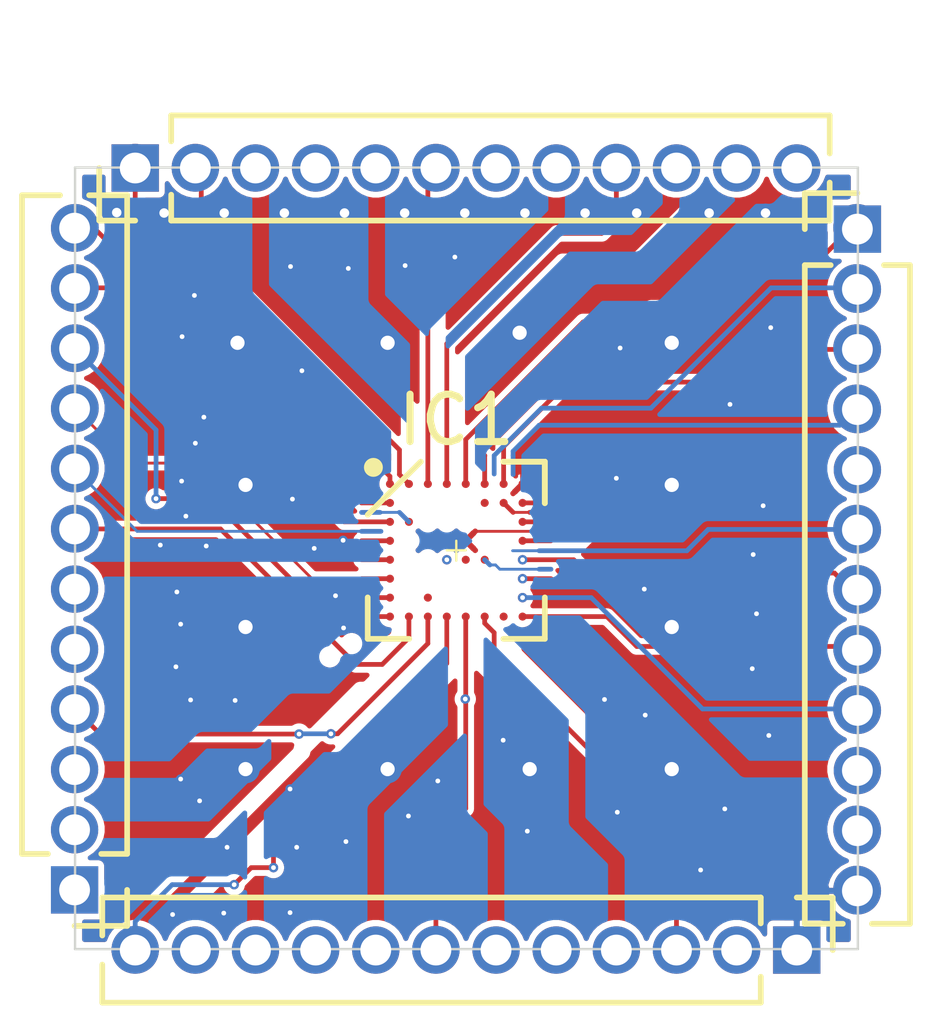
<source format=kicad_pcb>
(kicad_pcb (version 20171130) (host pcbnew 5.1.6+dfsg1-1~bpo10+1)

  (general
    (thickness 1)
    (drawings 7)
    (tracks 294)
    (zones 0)
    (modules 5)
    (nets 22)
  )

  (page A4)
  (layers
    (0 F.Cu signal)
    (1 GND.Cu signal)
    (2 VCC.Cu signal)
    (31 B.Cu signal)
    (32 B.Adhes user)
    (33 F.Adhes user)
    (34 B.Paste user)
    (35 F.Paste user)
    (36 B.SilkS user)
    (37 F.SilkS user)
    (38 B.Mask user)
    (39 F.Mask user)
    (40 Dwgs.User user)
    (41 Cmts.User user)
    (42 Eco1.User user)
    (43 Eco2.User user)
    (44 Edge.Cuts user)
    (45 Margin user)
    (46 B.CrtYd user)
    (47 F.CrtYd user)
    (48 B.Fab user)
    (49 F.Fab user)
  )

  (setup
    (last_trace_width 0.1)
    (user_trace_width 0.06)
    (user_trace_width 0.07)
    (user_trace_width 0.1)
    (user_trace_width 0.125)
    (user_trace_width 0.15)
    (user_trace_width 0.2)
    (user_trace_width 0.256)
    (trace_clearance 0.06)
    (zone_clearance 0.125)
    (zone_45_only no)
    (trace_min 0.06)
    (via_size 0.2)
    (via_drill 0.1)
    (via_min_size 0.2)
    (via_min_drill 0.1)
    (user_via 0.2 0.1)
    (user_via 0.3 0.15)
    (user_via 0.3 0.2)
    (user_via 0.4 0.2)
    (user_via 0.6 0.3)
    (user_via 0.8 0.4)
    (user_via 1 0.5)
    (user_via 2 1)
    (uvia_size 0.3)
    (uvia_drill 0.1)
    (uvias_allowed no)
    (uvia_min_size 0.2)
    (uvia_min_drill 0.1)
    (edge_width 0.05)
    (segment_width 0.2)
    (pcb_text_width 0.3)
    (pcb_text_size 1.5 1.5)
    (mod_edge_width 0.12)
    (mod_text_size 1 1)
    (mod_text_width 0.15)
    (pad_size 0.2 0.2)
    (pad_drill 0)
    (pad_to_mask_clearance 0.02)
    (solder_mask_min_width 0.125)
    (aux_axis_origin 0 0)
    (visible_elements FFFFFF7F)
    (pcbplotparams
      (layerselection 0x010fc_ffffffff)
      (usegerberextensions false)
      (usegerberattributes true)
      (usegerberadvancedattributes true)
      (creategerberjobfile true)
      (excludeedgelayer true)
      (linewidth 0.100000)
      (plotframeref false)
      (viasonmask false)
      (mode 1)
      (useauxorigin false)
      (hpglpennumber 1)
      (hpglpenspeed 20)
      (hpglpendiameter 15.000000)
      (psnegative false)
      (psa4output false)
      (plotreference true)
      (plotvalue true)
      (plotinvisibletext false)
      (padsonsilk false)
      (subtractmaskfromsilk false)
      (outputformat 1)
      (mirror false)
      (drillshape 0)
      (scaleselection 1)
      (outputdirectory "production/"))
  )

  (net 0 "")
  (net 1 GND)
  (net 2 VCC)
  (net 3 /2)
  (net 4 /3)
  (net 5 /7)
  (net 6 /10)
  (net 7 /SCL)
  (net 8 /SDA)
  (net 9 /41)
  (net 10 /42)
  (net 11 /39)
  (net 12 /36)
  (net 13 /32)
  (net 14 /14)
  (net 15 /27)
  (net 16 /23)
  (net 17 /A0)
  (net 18 /21)
  (net 19 /18)
  (net 20 /20)
  (net 21 /19)

  (net_class Default "This is the default net class."
    (clearance 0.06)
    (trace_width 0.1)
    (via_dia 0.2)
    (via_drill 0.1)
    (uvia_dia 0.3)
    (uvia_drill 0.1)
    (add_net /10)
    (add_net /14)
    (add_net /18)
    (add_net /19)
    (add_net /2)
    (add_net /20)
    (add_net /21)
    (add_net /23)
    (add_net /27)
    (add_net /3)
    (add_net /32)
    (add_net /36)
    (add_net /39)
    (add_net /41)
    (add_net /42)
    (add_net /7)
    (add_net /A0)
    (add_net /SCL)
    (add_net /SDA)
    (add_net GND)
    (add_net VCC)
  )

  (module BGA64:BGA-64_3.5x3.5mm_Layout8x8_P0.4mm_cheap (layer F.Cu) (tedit 5F78FCBF) (tstamp 5F789D17)
    (at 93.2 74.07)
    (path /5F7EAFD5)
    (attr smd)
    (fp_text reference IC1 (at 0 -2.75) (layer F.SilkS)
      (effects (font (size 1 1) (thickness 0.15)))
    )
    (fp_text value EOS-S3-BGA64 (at 0 2.75) (layer F.Fab)
      (effects (font (size 1 1) (thickness 0.15)))
    )
    (fp_line (start 0 -0.2) (end 0 0.22) (layer F.SilkS) (width 0.05))
    (fp_line (start -0.2 0) (end 0.2 0) (layer F.SilkS) (width 0.05))
    (fp_line (start -2 2) (end -2 -2) (layer F.CrtYd) (width 0.05))
    (fp_line (start 2 2) (end -2 2) (layer F.CrtYd) (width 0.05))
    (fp_line (start 2 -2) (end 2 2) (layer F.CrtYd) (width 0.05))
    (fp_line (start -2 -2) (end 2 -2) (layer F.CrtYd) (width 0.05))
    (fp_circle (center -1.75 -1.75) (end -1.75 -1.65) (layer F.SilkS) (width 0.2))
    (fp_line (start -0.75 -1.87) (end -1.87 -0.75) (layer F.SilkS) (width 0.12))
    (fp_line (start -1.87 1.87) (end -1.87 0.995) (layer F.SilkS) (width 0.12))
    (fp_line (start -0.995 1.87) (end -1.87 1.87) (layer F.SilkS) (width 0.12))
    (fp_line (start 1.87 -1.87) (end 1.87 -0.995) (layer F.SilkS) (width 0.12))
    (fp_line (start 0.995 -1.87) (end 1.87 -1.87) (layer F.SilkS) (width 0.12))
    (fp_line (start 1.87 1.87) (end 1.87 0.995) (layer F.SilkS) (width 0.12))
    (fp_line (start 0.995 1.87) (end 1.87 1.87) (layer F.SilkS) (width 0.12))
    (fp_line (start 1.87 -1.87) (end 1.87 -0.995) (layer F.SilkS) (width 0.12))
    (fp_line (start 0.995 -1.87) (end 1.87 -1.87) (layer F.SilkS) (width 0.12))
    (fp_line (start 1.87 -1.87) (end 1.87 -0.995) (layer F.SilkS) (width 0.12))
    (fp_line (start 0.995 -1.87) (end 1.87 -1.87) (layer F.SilkS) (width 0.12))
    (fp_line (start 1.75 -1.75) (end -0.75 -1.75) (layer F.Fab) (width 0.1))
    (fp_line (start 1.75 1.75) (end 1.75 -1.75) (layer F.Fab) (width 0.1))
    (fp_line (start -1.75 1.75) (end 1.75 1.75) (layer F.Fab) (width 0.1))
    (fp_line (start -1.75 -0.75) (end -1.75 1.75) (layer F.Fab) (width 0.1))
    (fp_line (start -0.75 -1.75) (end -1.75 -0.75) (layer F.Fab) (width 0.1))
    (pad A1 smd circle (at -1.4 -1.4) (size 0.17 0.17) (layers F.Cu F.Paste F.Mask)
      (net 3 /2))
    (pad B1 smd circle (at -1.4 -1) (size 0.17 0.17) (layers F.Cu F.Paste F.Mask)
      (net 7 /SCL))
    (pad C1 smd circle (at -1.4 -0.6) (size 0.17 0.17) (layers F.Cu F.Paste F.Mask)
      (net 8 /SDA))
    (pad D1 smd circle (at -1.4 -0.2) (size 0.17 0.17) (layers F.Cu F.Paste F.Mask))
    (pad E1 smd circle (at -1.4 0.2) (size 0.17 0.17) (layers F.Cu F.Paste F.Mask))
    (pad F1 smd circle (at -1.4 0.6) (size 0.17 0.17) (layers F.Cu F.Paste F.Mask)
      (net 9 /41))
    (pad G1 smd circle (at -1.4 1) (size 0.17 0.17) (layers F.Cu F.Paste F.Mask))
    (pad H1 smd circle (at -1.4 1.4) (size 0.17 0.17) (layers F.Cu F.Paste F.Mask)
      (net 10 /42))
    (pad A2 smd circle (at -1 -1.4) (size 0.17 0.17) (layers F.Cu F.Paste F.Mask)
      (net 4 /3))
    (pad C2 smd circle (at -1 -0.6) (size 0.17 0.17) (layers F.Cu F.Paste F.Mask)
      (net 2 VCC))
    (pad H2 smd circle (at -1 1.4) (size 0.17 0.17) (layers F.Cu F.Paste F.Mask)
      (net 11 /39))
    (pad A3 smd circle (at -0.6 -1.4) (size 0.17 0.17) (layers F.Cu F.Paste F.Mask)
      (net 5 /7))
    (pad D3 smd circle (at -0.6 -0.2) (size 0.17 0.17) (layers F.Cu F.Paste F.Mask)
      (net 1 GND))
    (pad G3 smd circle (at -0.6 1) (size 0.17 0.17) (layers F.Cu F.Paste F.Mask))
    (pad H3 smd circle (at -0.6 1.4) (size 0.17 0.17) (layers F.Cu F.Paste F.Mask)
      (net 12 /36))
    (pad A4 smd circle (at -0.2 -1.4) (size 0.17 0.17) (layers F.Cu F.Paste F.Mask)
      (net 6 /10))
    (pad D4 smd circle (at -0.2 -0.2) (size 0.17 0.17) (layers F.Cu F.Paste F.Mask)
      (net 1 GND))
    (pad E4 smd circle (at -0.2 0.2) (size 0.17 0.17) (layers F.Cu F.Paste F.Mask)
      (net 2 VCC))
    (pad H4 smd circle (at -0.2 1.4) (size 0.17 0.17) (layers F.Cu F.Paste F.Mask)
      (net 13 /32))
    (pad A5 smd circle (at 0.2 -1.4) (size 0.17 0.17) (layers F.Cu F.Paste F.Mask)
      (net 14 /14))
    (pad D5 smd circle (at 0.2 -0.2) (size 0.17 0.17) (layers F.Cu F.Paste F.Mask)
      (net 1 GND))
    (pad E5 smd circle (at 0.2 0.2) (size 0.17 0.17) (layers F.Cu F.Paste F.Mask))
    (pad H5 smd circle (at 0.2 1.4) (size 0.17 0.17) (layers F.Cu F.Paste F.Mask)
      (net 15 /27))
    (pad A6 smd circle (at 0.6 -1.4) (size 0.17 0.17) (layers F.Cu F.Paste F.Mask)
      (net 2 VCC))
    (pad B6 smd circle (at 0.6 -1) (size 0.17 0.17) (layers F.Cu F.Paste F.Mask)
      (net 2 VCC))
    (pad E6 smd circle (at 0.6 0.2) (size 0.17 0.17) (layers F.Cu F.Paste F.Mask)
      (net 2 VCC))
    (pad H6 smd circle (at 0.6 1.4) (size 0.17 0.17) (layers F.Cu F.Paste F.Mask)
      (net 16 /23))
    (pad A7 smd circle (at 1 -1.4) (size 0.17 0.17) (layers F.Cu F.Paste F.Mask)
      (net 17 /A0))
    (pad B7 smd circle (at 1 -1) (size 0.17 0.17) (layers F.Cu F.Paste F.Mask)
      (net 2 VCC))
    (pad H7 smd circle (at 1 1.4) (size 0.17 0.17) (layers F.Cu F.Paste F.Mask)
      (net 18 /21))
    (pad A8 smd circle (at 1.4 -1.4) (size 0.17 0.17) (layers F.Cu F.Paste F.Mask)
      (net 1 GND))
    (pad B8 smd circle (at 1.4 -1) (size 0.17 0.17) (layers F.Cu F.Paste F.Mask))
    (pad C8 smd circle (at 1.4 -0.6) (size 0.17 0.17) (layers F.Cu F.Paste F.Mask))
    (pad D8 smd circle (at 1.4 -0.2) (size 0.17 0.17) (layers F.Cu F.Paste F.Mask)
      (net 2 VCC))
    (pad E8 smd circle (at 1.4 0.2) (size 0.17 0.17) (layers F.Cu F.Paste F.Mask)
      (net 19 /18))
    (pad F8 smd circle (at 1.4 0.6) (size 0.17 0.17) (layers F.Cu F.Paste F.Mask))
    (pad G8 smd circle (at 1.4 1) (size 0.17 0.17) (layers F.Cu F.Paste F.Mask)
      (net 20 /20))
    (pad H8 smd circle (at 1.4 1.4) (size 0.17 0.17) (layers F.Cu F.Paste F.Mask)
      (net 21 /19))
  )

  (module Connector_PinHeader_1.27mm:PinHeader_1x12_P1.27mm_Vertical (layer F.Cu) (tedit 59FED6E3) (tstamp 5F79662D)
    (at 85.14 81.24 180)
    (descr "Through hole straight pin header, 1x12, 1.27mm pitch, single row")
    (tags "Through hole pin header THT 1x12 1.27mm single row")
    (path /5F7C93AB)
    (fp_text reference J4 (at 0 -1.695) (layer F.SilkS) hide
      (effects (font (size 1 1) (thickness 0.15)))
    )
    (fp_text value LEFT (at 0 15.665) (layer F.Fab) hide
      (effects (font (size 1 1) (thickness 0.15)))
    )
    (fp_line (start 1.55 -1.15) (end -1.55 -1.15) (layer F.CrtYd) (width 0.05))
    (fp_line (start 1.55 15.15) (end 1.55 -1.15) (layer F.CrtYd) (width 0.05))
    (fp_line (start -1.55 15.15) (end 1.55 15.15) (layer F.CrtYd) (width 0.05))
    (fp_line (start -1.55 -1.15) (end -1.55 15.15) (layer F.CrtYd) (width 0.05))
    (fp_line (start -1.11 -0.76) (end 0 -0.76) (layer F.SilkS) (width 0.12))
    (fp_line (start -1.11 0) (end -1.11 -0.76) (layer F.SilkS) (width 0.12))
    (fp_line (start 0.563471 0.76) (end 1.11 0.76) (layer F.SilkS) (width 0.12))
    (fp_line (start -1.11 0.76) (end -0.563471 0.76) (layer F.SilkS) (width 0.12))
    (fp_line (start 1.11 0.76) (end 1.11 14.665) (layer F.SilkS) (width 0.12))
    (fp_line (start -1.11 0.76) (end -1.11 14.665) (layer F.SilkS) (width 0.12))
    (fp_line (start 0.30753 14.665) (end 1.11 14.665) (layer F.SilkS) (width 0.12))
    (fp_line (start -1.11 14.665) (end -0.30753 14.665) (layer F.SilkS) (width 0.12))
    (fp_line (start -1.05 -0.11) (end -0.525 -0.635) (layer F.Fab) (width 0.1))
    (fp_line (start -1.05 14.605) (end -1.05 -0.11) (layer F.Fab) (width 0.1))
    (fp_line (start 1.05 14.605) (end -1.05 14.605) (layer F.Fab) (width 0.1))
    (fp_line (start 1.05 -0.635) (end 1.05 14.605) (layer F.Fab) (width 0.1))
    (fp_line (start -0.525 -0.635) (end 1.05 -0.635) (layer F.Fab) (width 0.1))
    (fp_text user %R (at 0 6.985 90) (layer F.Fab)
      (effects (font (size 1 1) (thickness 0.15)))
    )
    (pad 12 thru_hole oval (at 0 13.97 180) (size 1 1) (drill 0.65) (layers *.Cu *.Mask)
      (net 7 /SCL))
    (pad 11 thru_hole oval (at 0 12.7 180) (size 1 1) (drill 0.65) (layers *.Cu *.Mask)
      (net 8 /SDA))
    (pad 10 thru_hole oval (at 0 11.43 180) (size 1 1) (drill 0.65) (layers *.Cu *.Mask)
      (net 10 /42))
    (pad 9 thru_hole oval (at 0 10.16 180) (size 1 1) (drill 0.65) (layers *.Cu *.Mask)
      (net 9 /41))
    (pad 8 thru_hole oval (at 0 8.89 180) (size 1 1) (drill 0.65) (layers *.Cu *.Mask))
    (pad 7 thru_hole oval (at 0 7.62 180) (size 1 1) (drill 0.65) (layers *.Cu *.Mask)
      (net 11 /39))
    (pad 6 thru_hole oval (at 0 6.35 180) (size 1 1) (drill 0.65) (layers *.Cu *.Mask))
    (pad 5 thru_hole oval (at 0 5.08 180) (size 1 1) (drill 0.65) (layers *.Cu *.Mask))
    (pad 4 thru_hole oval (at 0 3.81 180) (size 1 1) (drill 0.65) (layers *.Cu *.Mask)
      (net 12 /36))
    (pad 3 thru_hole oval (at 0 2.54 180) (size 1 1) (drill 0.65) (layers *.Cu *.Mask))
    (pad 2 thru_hole oval (at 0 1.27 180) (size 1 1) (drill 0.65) (layers *.Cu *.Mask))
    (pad 1 thru_hole rect (at 0 0 180) (size 1 1) (drill 0.65) (layers *.Cu *.Mask))
  )

  (module Connector_PinHeader_1.27mm:PinHeader_1x12_P1.27mm_Vertical (layer F.Cu) (tedit 59FED6E3) (tstamp 5F79660B)
    (at 100.39 82.51 270)
    (descr "Through hole straight pin header, 1x12, 1.27mm pitch, single row")
    (tags "Through hole pin header THT 1x12 1.27mm single row")
    (path /5F7C8A0F)
    (fp_text reference J3 (at 0 -1.695 90) (layer F.SilkS) hide
      (effects (font (size 1 1) (thickness 0.15)))
    )
    (fp_text value BOTOM (at 0 15.665 90) (layer F.Fab) hide
      (effects (font (size 1 1) (thickness 0.15)))
    )
    (fp_line (start 1.55 -1.15) (end -1.55 -1.15) (layer F.CrtYd) (width 0.05))
    (fp_line (start 1.55 15.15) (end 1.55 -1.15) (layer F.CrtYd) (width 0.05))
    (fp_line (start -1.55 15.15) (end 1.55 15.15) (layer F.CrtYd) (width 0.05))
    (fp_line (start -1.55 -1.15) (end -1.55 15.15) (layer F.CrtYd) (width 0.05))
    (fp_line (start -1.11 -0.76) (end 0 -0.76) (layer F.SilkS) (width 0.12))
    (fp_line (start -1.11 0) (end -1.11 -0.76) (layer F.SilkS) (width 0.12))
    (fp_line (start 0.563471 0.76) (end 1.11 0.76) (layer F.SilkS) (width 0.12))
    (fp_line (start -1.11 0.76) (end -0.563471 0.76) (layer F.SilkS) (width 0.12))
    (fp_line (start 1.11 0.76) (end 1.11 14.665) (layer F.SilkS) (width 0.12))
    (fp_line (start -1.11 0.76) (end -1.11 14.665) (layer F.SilkS) (width 0.12))
    (fp_line (start 0.30753 14.665) (end 1.11 14.665) (layer F.SilkS) (width 0.12))
    (fp_line (start -1.11 14.665) (end -0.30753 14.665) (layer F.SilkS) (width 0.12))
    (fp_line (start -1.05 -0.11) (end -0.525 -0.635) (layer F.Fab) (width 0.1))
    (fp_line (start -1.05 14.605) (end -1.05 -0.11) (layer F.Fab) (width 0.1))
    (fp_line (start 1.05 14.605) (end -1.05 14.605) (layer F.Fab) (width 0.1))
    (fp_line (start 1.05 -0.635) (end 1.05 14.605) (layer F.Fab) (width 0.1))
    (fp_line (start -0.525 -0.635) (end 1.05 -0.635) (layer F.Fab) (width 0.1))
    (fp_text user %R (at 0 6.985) (layer F.Fab)
      (effects (font (size 1 1) (thickness 0.15)))
    )
    (pad 12 thru_hole oval (at 0 13.97 270) (size 1 1) (drill 0.65) (layers *.Cu *.Mask)
      (net 13 /32))
    (pad 11 thru_hole oval (at 0 12.7 270) (size 1 1) (drill 0.65) (layers *.Cu *.Mask))
    (pad 10 thru_hole oval (at 0 11.43 270) (size 1 1) (drill 0.65) (layers *.Cu *.Mask))
    (pad 9 thru_hole oval (at 0 10.16 270) (size 1 1) (drill 0.65) (layers *.Cu *.Mask))
    (pad 8 thru_hole oval (at 0 8.89 270) (size 1 1) (drill 0.65) (layers *.Cu *.Mask))
    (pad 7 thru_hole oval (at 0 7.62 270) (size 1 1) (drill 0.65) (layers *.Cu *.Mask)
      (net 15 /27))
    (pad 6 thru_hole oval (at 0 6.35 270) (size 1 1) (drill 0.65) (layers *.Cu *.Mask))
    (pad 5 thru_hole oval (at 0 5.08 270) (size 1 1) (drill 0.65) (layers *.Cu *.Mask))
    (pad 4 thru_hole oval (at 0 3.81 270) (size 1 1) (drill 0.65) (layers *.Cu *.Mask))
    (pad 3 thru_hole oval (at 0 2.54 270) (size 1 1) (drill 0.65) (layers *.Cu *.Mask)
      (net 16 /23))
    (pad 2 thru_hole oval (at 0 1.27 270) (size 1 1) (drill 0.65) (layers *.Cu *.Mask))
    (pad 1 thru_hole rect (at 0 0 270) (size 1 1) (drill 0.65) (layers *.Cu *.Mask)
      (net 1 GND))
  )

  (module Connector_PinHeader_1.27mm:PinHeader_1x12_P1.27mm_Vertical (layer F.Cu) (tedit 59FED6E3) (tstamp 5F796078)
    (at 101.67 67.29)
    (descr "Through hole straight pin header, 1x12, 1.27mm pitch, single row")
    (tags "Through hole pin header THT 1x12 1.27mm single row")
    (path /5F790A1D)
    (fp_text reference J2 (at 0 -1.695) (layer F.SilkS) hide
      (effects (font (size 1 1) (thickness 0.15)))
    )
    (fp_text value RIGHT (at 0 15.665) (layer F.Fab) hide
      (effects (font (size 1 1) (thickness 0.15)))
    )
    (fp_line (start 1.55 -1.15) (end -1.55 -1.15) (layer F.CrtYd) (width 0.05))
    (fp_line (start 1.55 15.15) (end 1.55 -1.15) (layer F.CrtYd) (width 0.05))
    (fp_line (start -1.55 15.15) (end 1.55 15.15) (layer F.CrtYd) (width 0.05))
    (fp_line (start -1.55 -1.15) (end -1.55 15.15) (layer F.CrtYd) (width 0.05))
    (fp_line (start -1.11 -0.76) (end 0 -0.76) (layer F.SilkS) (width 0.12))
    (fp_line (start -1.11 0) (end -1.11 -0.76) (layer F.SilkS) (width 0.12))
    (fp_line (start 0.563471 0.76) (end 1.11 0.76) (layer F.SilkS) (width 0.12))
    (fp_line (start -1.11 0.76) (end -0.563471 0.76) (layer F.SilkS) (width 0.12))
    (fp_line (start 1.11 0.76) (end 1.11 14.665) (layer F.SilkS) (width 0.12))
    (fp_line (start -1.11 0.76) (end -1.11 14.665) (layer F.SilkS) (width 0.12))
    (fp_line (start 0.30753 14.665) (end 1.11 14.665) (layer F.SilkS) (width 0.12))
    (fp_line (start -1.11 14.665) (end -0.30753 14.665) (layer F.SilkS) (width 0.12))
    (fp_line (start -1.05 -0.11) (end -0.525 -0.635) (layer F.Fab) (width 0.1))
    (fp_line (start -1.05 14.605) (end -1.05 -0.11) (layer F.Fab) (width 0.1))
    (fp_line (start 1.05 14.605) (end -1.05 14.605) (layer F.Fab) (width 0.1))
    (fp_line (start 1.05 -0.635) (end 1.05 14.605) (layer F.Fab) (width 0.1))
    (fp_line (start -0.525 -0.635) (end 1.05 -0.635) (layer F.Fab) (width 0.1))
    (fp_text user %R (at 0 6.985 90) (layer F.Fab)
      (effects (font (size 1 1) (thickness 0.15)))
    )
    (pad 12 thru_hole oval (at 0 13.97) (size 1 1) (drill 0.65) (layers *.Cu *.Mask)
      (net 1 GND))
    (pad 11 thru_hole oval (at 0 12.7) (size 1 1) (drill 0.65) (layers *.Cu *.Mask)
      (net 2 VCC))
    (pad 10 thru_hole oval (at 0 11.43) (size 1 1) (drill 0.65) (layers *.Cu *.Mask)
      (net 18 /21))
    (pad 9 thru_hole oval (at 0 10.16) (size 1 1) (drill 0.65) (layers *.Cu *.Mask)
      (net 20 /20))
    (pad 8 thru_hole oval (at 0 8.89) (size 1 1) (drill 0.65) (layers *.Cu *.Mask)
      (net 21 /19))
    (pad 7 thru_hole oval (at 0 7.62) (size 1 1) (drill 0.65) (layers *.Cu *.Mask)
      (net 19 /18))
    (pad 6 thru_hole oval (at 0 6.35) (size 1 1) (drill 0.65) (layers *.Cu *.Mask))
    (pad 5 thru_hole oval (at 0 5.08) (size 1 1) (drill 0.65) (layers *.Cu *.Mask))
    (pad 4 thru_hole oval (at 0 3.81) (size 1 1) (drill 0.65) (layers *.Cu *.Mask))
    (pad 3 thru_hole oval (at 0 2.54) (size 1 1) (drill 0.65) (layers *.Cu *.Mask)
      (net 17 /A0))
    (pad 2 thru_hole oval (at 0 1.27) (size 1 1) (drill 0.65) (layers *.Cu *.Mask))
    (pad 1 thru_hole rect (at 0 0) (size 1 1) (drill 0.65) (layers *.Cu *.Mask)
      (net 14 /14))
  )

  (module Connector_PinHeader_1.27mm:PinHeader_1x12_P1.27mm_Vertical (layer F.Cu) (tedit 59FED6E3) (tstamp 5F796056)
    (at 86.42 66 90)
    (descr "Through hole straight pin header, 1x12, 1.27mm pitch, single row")
    (tags "Through hole pin header THT 1x12 1.27mm single row")
    (path /5F7BCE5A)
    (fp_text reference J1 (at 0 -1.695 90) (layer F.SilkS) hide
      (effects (font (size 1 1) (thickness 0.15)))
    )
    (fp_text value TOP (at 0 15.665 90) (layer F.Fab) hide
      (effects (font (size 1 1) (thickness 0.15)))
    )
    (fp_line (start 1.55 -1.15) (end -1.55 -1.15) (layer F.CrtYd) (width 0.05))
    (fp_line (start 1.55 15.15) (end 1.55 -1.15) (layer F.CrtYd) (width 0.05))
    (fp_line (start -1.55 15.15) (end 1.55 15.15) (layer F.CrtYd) (width 0.05))
    (fp_line (start -1.55 -1.15) (end -1.55 15.15) (layer F.CrtYd) (width 0.05))
    (fp_line (start -1.11 -0.76) (end 0 -0.76) (layer F.SilkS) (width 0.12))
    (fp_line (start -1.11 0) (end -1.11 -0.76) (layer F.SilkS) (width 0.12))
    (fp_line (start 0.563471 0.76) (end 1.11 0.76) (layer F.SilkS) (width 0.12))
    (fp_line (start -1.11 0.76) (end -0.563471 0.76) (layer F.SilkS) (width 0.12))
    (fp_line (start 1.11 0.76) (end 1.11 14.665) (layer F.SilkS) (width 0.12))
    (fp_line (start -1.11 0.76) (end -1.11 14.665) (layer F.SilkS) (width 0.12))
    (fp_line (start 0.30753 14.665) (end 1.11 14.665) (layer F.SilkS) (width 0.12))
    (fp_line (start -1.11 14.665) (end -0.30753 14.665) (layer F.SilkS) (width 0.12))
    (fp_line (start -1.05 -0.11) (end -0.525 -0.635) (layer F.Fab) (width 0.1))
    (fp_line (start -1.05 14.605) (end -1.05 -0.11) (layer F.Fab) (width 0.1))
    (fp_line (start 1.05 14.605) (end -1.05 14.605) (layer F.Fab) (width 0.1))
    (fp_line (start 1.05 -0.635) (end 1.05 14.605) (layer F.Fab) (width 0.1))
    (fp_line (start -0.525 -0.635) (end 1.05 -0.635) (layer F.Fab) (width 0.1))
    (fp_text user %R (at 0 6.985) (layer F.Fab)
      (effects (font (size 1 1) (thickness 0.15)))
    )
    (pad 12 thru_hole oval (at 0 13.97 90) (size 1 1) (drill 0.65) (layers *.Cu *.Mask))
    (pad 11 thru_hole oval (at 0 12.7 90) (size 1 1) (drill 0.65) (layers *.Cu *.Mask))
    (pad 10 thru_hole oval (at 0 11.43 90) (size 1 1) (drill 0.65) (layers *.Cu *.Mask))
    (pad 9 thru_hole oval (at 0 10.16 90) (size 1 1) (drill 0.65) (layers *.Cu *.Mask)
      (net 6 /10))
    (pad 8 thru_hole oval (at 0 8.89 90) (size 1 1) (drill 0.65) (layers *.Cu *.Mask))
    (pad 7 thru_hole oval (at 0 7.62 90) (size 1 1) (drill 0.65) (layers *.Cu *.Mask))
    (pad 6 thru_hole oval (at 0 6.35 90) (size 1 1) (drill 0.65) (layers *.Cu *.Mask)
      (net 5 /7))
    (pad 5 thru_hole oval (at 0 5.08 90) (size 1 1) (drill 0.65) (layers *.Cu *.Mask))
    (pad 4 thru_hole oval (at 0 3.81 90) (size 1 1) (drill 0.65) (layers *.Cu *.Mask))
    (pad 3 thru_hole oval (at 0 2.54 90) (size 1 1) (drill 0.65) (layers *.Cu *.Mask))
    (pad 2 thru_hole oval (at 0 1.27 90) (size 1 1) (drill 0.65) (layers *.Cu *.Mask)
      (net 4 /3))
    (pad 1 thru_hole rect (at 0 0 90) (size 1 1) (drill 0.65) (layers *.Cu *.Mask)
      (net 3 /2))
  )

  (gr_line (start 95.54 75.63) (end 95.56 75.64) (layer Dwgs.User) (width 0.15))
  (gr_line (start 92 75.63) (end 95.54 75.63) (layer Dwgs.User) (width 0.05))
  (dimension 16.53 (width 0.12) (layer Dwgs.User) (tstamp 5F78A475)
    (gr_text "16,530 mm" (at 93.395 62.32) (layer Dwgs.User) (tstamp 5F78A475)
      (effects (font (size 0.5 0.5) (thickness 0.125)))
    )
    (feature1 (pts (xy 85.13 66.42) (xy 85.13 63.003579)))
    (feature2 (pts (xy 101.66 66.42) (xy 101.66 63.003579)))
    (crossbar (pts (xy 101.66 63.59) (xy 85.13 63.59)))
    (arrow1a (pts (xy 85.13 63.59) (xy 86.256504 63.003579)))
    (arrow1b (pts (xy 85.13 63.59) (xy 86.256504 64.176421)))
    (arrow2a (pts (xy 101.66 63.59) (xy 100.533496 63.003579)))
    (arrow2b (pts (xy 101.66 63.59) (xy 100.533496 64.176421)))
  )
  (gr_line (start 85.15 82.49) (end 85.15 65.99) (layer Edge.Cuts) (width 0.05))
  (gr_line (start 101.68 82.49) (end 85.15 82.49) (layer Edge.Cuts) (width 0.05))
  (gr_line (start 101.68 65.99) (end 101.68 82.49) (layer Edge.Cuts) (width 0.05))
  (gr_line (start 85.15 65.99) (end 101.68 65.99) (layer Edge.Cuts) (width 0.05))

  (via (at 94.6 74.67) (size 0.2) (drill 0.1) (layers F.Cu B.Cu) (net 0) (status 30))
  (segment (start 94.6 73.07) (end 95.2 73.07) (width 0.1) (layer F.Cu) (net 0) (status 10))
  (segment (start 94.6 73.47) (end 95.2 73.47) (width 0.1) (layer F.Cu) (net 0) (status 10))
  (segment (start 94.6 74.67) (end 95.2 74.67) (width 0.1) (layer F.Cu) (net 0) (status 10))
  (segment (start 91.8 73.87) (end 91.2 73.87) (width 0.1) (layer F.Cu) (net 0) (status 10))
  (segment (start 91.8 74.27) (end 91.2 74.27) (width 0.1) (layer F.Cu) (net 0) (status 10))
  (segment (start 91.8 75.07) (end 91.2 75.07) (width 0.1) (layer F.Cu) (net 0) (status 10))
  (via (at 100.39 82.5) (size 1) (drill 0.5) (layers F.Cu B.Cu) (net 1) (tstamp 5F7899F7))
  (via (at 101.66 81.23) (size 1) (drill 0.5) (layers F.Cu B.Cu) (net 1) (tstamp 5F7899D9))
  (via (at 87.03 66.95) (size 0.4) (drill 0.2) (layers F.Cu B.Cu) (net 1) (tstamp 5F79161A))
  (via (at 88.3 66.95) (size 0.4) (drill 0.2) (layers F.Cu B.Cu) (net 1) (tstamp 5F79157C))
  (via (at 89.57 66.95) (size 0.4) (drill 0.2) (layers F.Cu B.Cu) (net 1) (tstamp 5F79157D))
  (via (at 90.84 66.95) (size 0.4) (drill 0.2) (layers F.Cu B.Cu) (net 1) (tstamp 5F79157E))
  (via (at 92.11 66.95) (size 0.4) (drill 0.2) (layers F.Cu B.Cu) (net 1) (tstamp 5F79157F))
  (via (at 93.38 66.95) (size 0.4) (drill 0.2) (layers F.Cu B.Cu) (net 1) (tstamp 5F791580))
  (via (at 94.65 66.95) (size 0.4) (drill 0.2) (layers F.Cu B.Cu) (net 1) (tstamp 5F791581))
  (via (at 95.92 66.95) (size 0.4) (drill 0.2) (layers F.Cu B.Cu) (net 1) (tstamp 5F791582))
  (via (at 97.01 66.95) (size 0.4) (drill 0.2) (layers F.Cu B.Cu) (net 1) (tstamp 5F791583))
  (segment (start 92.6 73.87) (end 92.6 73.86) (width 0.125) (layer F.Cu) (net 1) (status 30))
  (segment (start 92.6 73.87) (end 92.647758 73.87) (width 0.1) (layer F.Cu) (net 1) (tstamp 5F78CB74) (status 30))
  (segment (start 94.6 72.67) (end 94.6 72.077792) (width 0.1) (layer F.Cu) (net 1) (status 10))
  (via (at 91.75 69.69) (size 0.6) (drill 0.3) (layers F.Cu B.Cu) (net 1) (tstamp 5F78A4FB) (status 40000))
  (via (at 97.75 69.69) (size 0.6) (drill 0.3) (layers F.Cu B.Cu) (net 1) (tstamp 5F78A4FD) (status 40000))
  (via (at 97.75 72.69) (size 0.6) (drill 0.3) (layers F.Cu B.Cu) (net 1) (tstamp 5F78A503) (status 40000))
  (via (at 88.75 75.69) (size 0.6) (drill 0.3) (layers F.Cu B.Cu) (net 1) (tstamp 5F78A506) (status 40000))
  (via (at 97.75 75.69) (size 0.6) (drill 0.3) (layers F.Cu B.Cu) (net 1) (tstamp 5F78A509) (status 40000))
  (via (at 88.75 78.69) (size 0.6) (drill 0.3) (layers F.Cu B.Cu) (net 1) (tstamp 5F78A50C) (status 40000))
  (via (at 91.75 78.69) (size 0.6) (drill 0.3) (layers F.Cu B.Cu) (net 1) (tstamp 5F78A50D) (status 40000))
  (via (at 94.75 78.69) (size 0.6) (drill 0.3) (layers F.Cu B.Cu) (net 1) (tstamp 5F78A50E) (status 40000))
  (via (at 97.75 78.69) (size 0.6) (drill 0.3) (layers F.Cu B.Cu) (net 1) (tstamp 5F78A50F) (status 40000))
  (segment (start 92.6 73.87) (end 93.4 73.87) (width 0.1) (layer GND.Cu) (net 1))
  (segment (start 93.499999 73.770001) (end 93.4 73.87) (width 0.1) (layer GND.Cu) (net 1))
  (segment (start 93.871203 73.679999) (end 93.590001 73.679999) (width 0.06) (layer GND.Cu) (net 1))
  (segment (start 93.590001 73.679999) (end 93.499999 73.770001) (width 0.1) (layer GND.Cu) (net 1))
  (segment (start 94.6 72.67) (end 94.409999 72.860001) (width 0.1) (layer GND.Cu) (net 1))
  (segment (start 93.4 73.87) (end 93.590001 73.679999) (width 0.1) (layer F.Cu) (net 1) (status 10))
  (via (at 86.03 66.94) (size 0.4) (drill 0.2) (layers F.Cu B.Cu) (net 1) (tstamp 5F79161D))
  (via (at 98.54 66.95) (size 0.4) (drill 0.2) (layers F.Cu B.Cu) (net 1) (tstamp 5F791652))
  (via (at 99.73 66.95) (size 0.4) (drill 0.2) (layers F.Cu B.Cu) (net 1) (tstamp 5F791653))
  (via (at 94.537799 69.477799) (size 0.6) (drill 0.3) (layers F.Cu B.Cu) (net 1) (status 40000))
  (via (at 88.58 69.69) (size 0.6) (drill 0.3) (layers F.Cu B.Cu) (net 1) (tstamp 5F78A4FA) (status 40000))
  (segment (start 93.590001 73.679999) (end 93.890001 73.679999) (width 0.06) (layer GND.Cu) (net 1))
  (segment (start 93.890001 73.679999) (end 93.989999 73.679999) (width 0.06) (layer GND.Cu) (net 1))
  (segment (start 93.989999 73.679999) (end 94.050001 73.679999) (width 0.06) (layer GND.Cu) (net 1))
  (segment (start 94 73.57) (end 93.890001 73.679999) (width 0.06) (layer GND.Cu) (net 1))
  (segment (start 94 73.56) (end 94 73.57) (width 0.06) (layer GND.Cu) (net 1))
  (segment (start 94 73.629998) (end 94.050001 73.679999) (width 0.06) (layer GND.Cu) (net 1))
  (segment (start 94 73.56) (end 94 73.629998) (width 0.06) (layer GND.Cu) (net 1))
  (segment (start 94 73.669998) (end 93.989999 73.679999) (width 0.06) (layer GND.Cu) (net 1))
  (segment (start 94.409999 72.860001) (end 94.129999 72.860001) (width 0.06) (layer GND.Cu) (net 1))
  (segment (start 94.129999 72.860001) (end 94 72.99) (width 0.06) (layer GND.Cu) (net 1))
  (segment (start 94.050001 73.679999) (end 94.06 73.67) (width 0.06) (layer GND.Cu) (net 1))
  (segment (start 94.06 73.67) (end 95.22 73.67) (width 0.06) (layer GND.Cu) (net 1))
  (segment (start 93.590001 73.679999) (end 93.6 73.67) (width 0.06) (layer F.Cu) (net 1))
  (segment (start 94.95 73.67) (end 95.2 73.67) (width 0.1) (layer F.Cu) (net 1))
  (segment (start 94.95 73.67) (end 95.170002 73.67) (width 0.06) (layer F.Cu) (net 1))
  (segment (start 93.6 73.67) (end 94.95 73.67) (width 0.06) (layer F.Cu) (net 1))
  (segment (start 95.2 73.67) (end 94.78 73.67) (width 0.1) (layer GND.Cu) (net 1))
  (via (at 88.75 72.69) (size 0.6) (drill 0.3) (layers F.Cu B.Cu) (net 1) (tstamp 5F78A500) (status 40000))
  (via (at 98.98 70.99) (size 0.2) (drill 0.1) (layers F.Cu B.Cu) (net 1))
  (via (at 99.84 69.37) (size 0.2) (drill 0.1) (layers F.Cu B.Cu) (net 1))
  (via (at 99.68 73.13) (size 0.2) (drill 0.1) (layers F.Cu B.Cu) (net 1))
  (via (at 99.47 74.16) (size 0.2) (drill 0.1) (layers F.Cu B.Cu) (net 1))
  (via (at 99.45 76.57) (size 0.2) (drill 0.1) (layers F.Cu B.Cu) (net 1))
  (via (at 99.54 75.41) (size 0.2) (drill 0.1) (layers F.Cu B.Cu) (net 1))
  (via (at 99.8 77.98) (size 0.2) (drill 0.1) (layers F.Cu B.Cu) (net 1))
  (via (at 98.87 79.53) (size 0.2) (drill 0.1) (layers F.Cu B.Cu) (net 1))
  (via (at 96.33 77.22) (size 0.2) (drill 0.1) (layers F.Cu B.Cu) (net 1))
  (via (at 97.17 74.89) (size 0.2) (drill 0.1) (layers F.Cu B.Cu) (net 1))
  (via (at 96.58 72.55) (size 0.2) (drill 0.1) (layers F.Cu B.Cu) (net 1))
  (via (at 96.66 69.8) (size 0.2) (drill 0.1) (layers F.Cu B.Cu) (net 1))
  (via (at 92.12 68.06) (size 0.2) (drill 0.1) (layers F.Cu B.Cu) (net 1))
  (via (at 93.17 67.88) (size 0.2) (drill 0.1) (layers F.Cu B.Cu) (net 1))
  (via (at 89.7 68.08) (size 0.2) (drill 0.1) (layers F.Cu B.Cu) (net 1))
  (via (at 90.92 68.12) (size 0.2) (drill 0.1) (layers F.Cu B.Cu) (net 1))
  (via (at 87.67 68.69) (size 0.2) (drill 0.1) (layers F.Cu B.Cu) (net 1))
  (via (at 87.41 69.56) (size 0.2) (drill 0.1) (layers F.Cu B.Cu) (net 1))
  (via (at 87.87 71.26) (size 0.2) (drill 0.1) (layers F.Cu B.Cu) (net 1))
  (via (at 89.74 72.99) (size 0.2) (drill 0.1) (layers F.Cu B.Cu) (net 1))
  (via (at 87.69 71.81) (size 0.2) (drill 0.1) (layers F.Cu B.Cu) (net 1))
  (via (at 90.81 73.86) (size 0.2) (drill 0.1) (layers F.Cu B.Cu) (net 1))
  (via (at 90.2 74.03) (size 0.2) (drill 0.1) (layers F.Cu B.Cu) (net 1))
  (via (at 86.95 73.96) (size 0.2) (drill 0.1) (layers F.Cu B.Cu) (net 1))
  (via (at 87.92 73.98) (size 0.2) (drill 0.1) (layers F.Cu B.Cu) (net 1))
  (via (at 87.3 74.95) (size 0.2) (drill 0.1) (layers F.Cu B.Cu) (net 1))
  (via (at 87.38 75.63) (size 0.2) (drill 0.1) (layers F.Cu B.Cu) (net 1))
  (via (at 87.28 76.53) (size 0.2) (drill 0.1) (layers F.Cu B.Cu) (net 1))
  (via (at 88.53 77.24) (size 0.2) (drill 0.1) (layers F.Cu B.Cu) (net 1))
  (via (at 87.59 77.23) (size 0.2) (drill 0.1) (layers F.Cu B.Cu) (net 1))
  (via (at 87.38 78.9) (size 0.2) (drill 0.1) (layers F.Cu B.Cu) (net 1))
  (via (at 87.78 79.36) (size 0.2) (drill 0.1) (layers F.Cu B.Cu) (net 1))
  (via (at 90.87 80.22) (size 0.2) (drill 0.1) (layers F.Cu B.Cu) (net 1))
  (via (at 92.19 79.68) (size 0.2) (drill 0.1) (layers F.Cu B.Cu) (net 1))
  (via (at 92.81 78.94) (size 0.2) (drill 0.1) (layers F.Cu B.Cu) (net 1))
  (via (at 94.19 78.08) (size 0.2) (drill 0.1) (layers F.Cu B.Cu) (net 1))
  (via (at 94.7 80) (size 0.2) (drill 0.1) (layers F.Cu B.Cu) (net 1))
  (via (at 96.6 79.6) (size 0.2) (drill 0.1) (layers F.Cu B.Cu) (net 1))
  (via (at 97.19 77.55) (size 0.2) (drill 0.1) (layers F.Cu B.Cu) (net 1))
  (via (at 89.83 80.34) (size 0.2) (drill 0.1) (layers F.Cu B.Cu) (net 1) (tstamp 5F799075))
  (via (at 89.69 81.72) (size 0.2) (drill 0.1) (layers F.Cu B.Cu) (net 1) (tstamp 5F799077))
  (via (at 98.36 80.82) (size 0.2) (drill 0.1) (layers F.Cu B.Cu) (net 1) (tstamp 5F799079))
  (via (at 90.65 75.03) (size 0.2) (drill 0.1) (layers F.Cu B.Cu) (net 1) (tstamp 5F79907B))
  (via (at 87.49 73.35) (size 0.2) (drill 0.1) (layers F.Cu B.Cu) (net 1) (tstamp 5F79907D))
  (via (at 87.4 72.61) (size 0.2) (drill 0.1) (layers F.Cu B.Cu) (net 1) (tstamp 5F79907F))
  (via (at 89.94 70.28) (size 0.2) (drill 0.1) (layers F.Cu B.Cu) (net 1) (tstamp 5F799081))
  (via (at 88.36 80.34) (size 0.2) (drill 0.1) (layers F.Cu B.Cu) (net 1) (tstamp 5F799083))
  (via (at 89.69 79.11) (size 0.2) (drill 0.1) (layers F.Cu B.Cu) (net 1) (tstamp 5F799085))
  (via (at 87.21 81.76) (size 0.2) (drill 0.1) (layers F.Cu B.Cu) (net 1) (tstamp 5F799087))
  (via (at 88.29 81.73) (size 0.2) (drill 0.1) (layers F.Cu B.Cu) (net 1) (tstamp 5F799089))
  (via (at 90.82 75.71) (size 0.2) (drill 0.1) (layers F.Cu B.Cu) (net 1) (tstamp 5F799096))
  (via (at 101.66 79.96) (size 1) (drill 0.5) (layers F.Cu B.Cu) (net 2) (tstamp 5F7899B9))
  (via (at 93 74.27) (size 0.2) (drill 0.1) (layers F.Cu B.Cu) (net 2) (status 30))
  (segment (start 92 73.27) (end 91.2 73.27) (width 0.06) (layer B.Cu) (net 2))
  (segment (start 92.2 73.47) (end 92 73.27) (width 0.1) (layer B.Cu) (net 2))
  (segment (start 93.8 72.072912) (end 93.802912 72.07) (width 0.1) (layer F.Cu) (net 2))
  (segment (start 93.8 72.67) (end 93.8 72.072912) (width 0.1) (layer F.Cu) (net 2) (status 10))
  (segment (start 92.390001 73.941203) (end 92.390001 73.660001) (width 0.06) (layer VCC.Cu) (net 2))
  (segment (start 92.508799 74.060001) (end 92.390001 73.941203) (width 0.06) (layer VCC.Cu) (net 2))
  (segment (start 92.390001 73.660001) (end 92.299999 73.569999) (width 0.1) (layer VCC.Cu) (net 2))
  (segment (start 92.790001 74.060001) (end 92.508799 74.060001) (width 0.06) (layer VCC.Cu) (net 2))
  (segment (start 92.299999 73.569999) (end 92.2 73.47) (width 0.1) (layer VCC.Cu) (net 2))
  (segment (start 93 74.27) (end 92.790001 74.060001) (width 0.1) (layer VCC.Cu) (net 2))
  (segment (start 93.700001 74.170001) (end 93.8 74.27) (width 0.1) (layer VCC.Cu) (net 2))
  (segment (start 93.609999 74.079999) (end 93.700001 74.170001) (width 0.1) (layer VCC.Cu) (net 2))
  (segment (start 93.190001 74.079999) (end 93.609999 74.079999) (width 0.06) (layer VCC.Cu) (net 2))
  (segment (start 93 74.27) (end 93.190001 74.079999) (width 0.1) (layer VCC.Cu) (net 2))
  (segment (start 94.500001 73.969999) (end 94.6 73.87) (width 0.1) (layer VCC.Cu) (net 2))
  (segment (start 93.700001 73.169999) (end 93.8 73.07) (width 0.1) (layer VCC.Cu) (net 2))
  (segment (start 93.609999 73.260001) (end 93.700001 73.169999) (width 0.1) (layer VCC.Cu) (net 2))
  (segment (start 92.409999 73.260001) (end 93.609999 73.260001) (width 0.06) (layer VCC.Cu) (net 2))
  (segment (start 92.2 73.47) (end 92.409999 73.260001) (width 0.1) (layer VCC.Cu) (net 2))
  (segment (start 94.500001 73.770001) (end 94.6 73.87) (width 0.1) (layer VCC.Cu) (net 2))
  (segment (start 94.409999 73.679999) (end 94.500001 73.770001) (width 0.1) (layer VCC.Cu) (net 2))
  (segment (start 94.409999 73.279999) (end 94.409999 73.679999) (width 0.06) (layer VCC.Cu) (net 2))
  (segment (start 94.2 73.07) (end 94.409999 73.279999) (width 0.1) (layer VCC.Cu) (net 2))
  (segment (start 93.990001 74.079999) (end 93.899999 74.170001) (width 0.1) (layer VCC.Cu) (net 2))
  (segment (start 93.899999 74.170001) (end 93.8 74.27) (width 0.1) (layer VCC.Cu) (net 2))
  (segment (start 93.8 73.07) (end 93.990001 73.260001) (width 0.1) (layer VCC.Cu) (net 2))
  (segment (start 94.4 74.07) (end 94.500001 73.969999) (width 0.06) (layer VCC.Cu) (net 2))
  (segment (start 93.990001 74.079999) (end 94 74.07) (width 0.06) (layer VCC.Cu) (net 2))
  (segment (start 94 74.07) (end 94.4 74.07) (width 0.06) (layer VCC.Cu) (net 2))
  (segment (start 94 73.27) (end 94 74.07) (width 0.06) (layer VCC.Cu) (net 2))
  (segment (start 93.990001 73.260001) (end 94 73.27) (width 0.06) (layer VCC.Cu) (net 2))
  (segment (start 91.2 73.27) (end 91.59 73.27) (width 0.1) (layer B.Cu) (net 2))
  (segment (start 94.2 73.07) (end 94.4 73.27) (width 0.1) (layer F.Cu) (net 2) (status 10))
  (segment (start 94.79 73.27) (end 94.75 73.27) (width 0.1) (layer F.Cu) (net 2))
  (segment (start 94.4 73.27) (end 94.75 73.27) (width 0.06) (layer F.Cu) (net 2))
  (segment (start 95.2 73.27) (end 94.79 73.27) (width 0.1) (layer F.Cu) (net 2))
  (segment (start 94.6 73.87) (end 95.2 73.87) (width 0.1) (layer F.Cu) (net 2) (status 10))
  (segment (start 93.8 74.27) (end 93.91 74.38) (width 0.1) (layer B.Cu) (net 2))
  (segment (start 93.91 74.38) (end 94.028798 74.38) (width 0.06) (layer B.Cu) (net 2))
  (segment (start 94.028798 74.38) (end 94.118798 74.47) (width 0.06) (layer B.Cu) (net 2))
  (segment (start 94.118798 74.47) (end 94.95 74.47) (width 0.06) (layer B.Cu) (net 2))
  (segment (start 94.95 74.47) (end 95.2 74.47) (width 0.1) (layer B.Cu) (net 2))
  (via (at 86.42 65.99) (size 1) (drill 0.5) (layers F.Cu B.Cu) (net 3) (tstamp 5F789841))
  (segment (start 86.42 66.9) (end 86.42 66.10501) (width 0.1) (layer F.Cu) (net 3))
  (segment (start 91.8 72.67) (end 91.8 72.51) (width 0.1) (layer F.Cu) (net 3) (status 10))
  (segment (start 88.75 69.23) (end 86.42 66.9) (width 0.1) (layer F.Cu) (net 3))
  (segment (start 91.8 72.51) (end 89.153601 69.863601) (width 0.1) (layer F.Cu) (net 3))
  (segment (start 88.75 69.23) (end 88.94 69.23) (width 0.1) (layer F.Cu) (net 3))
  (segment (start 89.153601 69.443601) (end 89.153601 69.863601) (width 0.1) (layer F.Cu) (net 3))
  (segment (start 88.94 69.23) (end 89.153601 69.443601) (width 0.1) (layer F.Cu) (net 3))
  (via (at 87.69 65.99) (size 1) (drill 0.5) (layers F.Cu B.Cu) (net 4) (tstamp 5F789843))
  (segment (start 92 71.95) (end 87.81501 67.76501) (width 0.1) (layer F.Cu) (net 4))
  (segment (start 92.2 72.67) (end 92 72.47) (width 0.1) (layer F.Cu) (net 4) (status 10))
  (segment (start 87.81501 67.76501) (end 87.81501 66.10501) (width 0.1) (layer F.Cu) (net 4))
  (segment (start 92 72.47) (end 92 71.95) (width 0.1) (layer F.Cu) (net 4))
  (via (at 92.77 65.99) (size 1) (drill 0.5) (layers F.Cu B.Cu) (net 5) (tstamp 5F78984B))
  (segment (start 92.6 66.16) (end 92.65499 66.10501) (width 0.1) (layer F.Cu) (net 5))
  (segment (start 92.6 72.67) (end 92.6 66.16) (width 0.1) (layer F.Cu) (net 5) (status 10))
  (segment (start 89.07 66.12002) (end 89.08501 66.10501) (width 0.1) (layer B.Cu) (net 0))
  (via (at 96.58 65.99) (size 1) (drill 0.5) (layers F.Cu B.Cu) (net 6) (tstamp 5F789851))
  (segment (start 95.33 67.38) (end 96.27 67.38) (width 0.1) (layer F.Cu) (net 6))
  (segment (start 96.58 67.07) (end 96.58 66.10501) (width 0.1) (layer F.Cu) (net 6))
  (segment (start 96.27 67.38) (end 96.58 67.07) (width 0.1) (layer F.Cu) (net 6))
  (segment (start 93 72.67) (end 93 69.71) (width 0.1) (layer F.Cu) (net 6) (status 10))
  (segment (start 93 69.71) (end 95.33 67.38) (width 0.1) (layer F.Cu) (net 6))
  (via (at 85.15 67.26) (size 1) (drill 0.5) (layers F.Cu B.Cu) (net 7) (tstamp 5F78987F))
  (segment (start 91.8 73.07) (end 91.2 73.07) (width 0.1) (layer F.Cu) (net 7) (status 10))
  (segment (start 85.553198 67.27) (end 85.28501 67.27) (width 0.1) (layer F.Cu) (net 7))
  (segment (start 91.2 73.07) (end 91.2 72.916802) (width 0.1) (layer F.Cu) (net 7))
  (segment (start 91.2 72.916802) (end 85.553198 67.27) (width 0.1) (layer F.Cu) (net 7))
  (via (at 85.15 68.53) (size 1) (drill 0.5) (layers F.Cu B.Cu) (net 8) (tstamp 5F78A43E))
  (segment (start 85.9 68.53) (end 85.28501 68.53) (width 0.1) (layer F.Cu) (net 8))
  (segment (start 91.8 73.47) (end 90.84 73.47) (width 0.1) (layer F.Cu) (net 8))
  (segment (start 90.84 73.47) (end 85.9 68.53) (width 0.1) (layer F.Cu) (net 8))
  (segment (start 91.8 74.67) (end 91.2 74.67) (width 0.1) (layer F.Cu) (net 9) (status 10))
  (via (at 85.15 71.07) (size 1) (drill 0.5) (layers F.Cu B.Cu) (net 9) (tstamp 5F7898BF))
  (segment (start 90.152798 74.67) (end 87.712798 72.23) (width 0.06) (layer F.Cu) (net 9))
  (segment (start 91.2 74.67) (end 90.152798 74.67) (width 0.06) (layer F.Cu) (net 9))
  (segment (start 86.31 72.23) (end 85.26501 71.18501) (width 0.06) (layer F.Cu) (net 9))
  (segment (start 87.712798 72.23) (end 86.31 72.23) (width 0.06) (layer F.Cu) (net 9))
  (via (at 85.15 69.8) (size 1) (drill 0.5) (layers F.Cu B.Cu) (net 10) (tstamp 5F78989F))
  (segment (start 91.8 75.47) (end 91.2 75.47) (width 0.1) (layer F.Cu) (net 10))
  (segment (start 91.2 75.47) (end 90.5 75.47) (width 0.1) (layer F.Cu) (net 10))
  (segment (start 90.5 75.47) (end 88.01 72.98) (width 0.1) (layer F.Cu) (net 10))
  (via (at 86.86 72.98) (size 0.2) (drill 0.1) (layers F.Cu B.Cu) (net 10))
  (segment (start 88.01 72.98) (end 86.86 72.98) (width 0.1) (layer F.Cu) (net 10))
  (segment (start 86.86 71.53) (end 85.28501 69.95501) (width 0.1) (layer B.Cu) (net 10))
  (segment (start 86.86 72.98) (end 86.86 71.53) (width 0.1) (layer B.Cu) (net 10))
  (via (at 85.15 72.34) (size 1) (drill 0.5) (layers F.Cu B.Cu) (net 0) (tstamp 5F7898DF))
  (segment (start 91.2 73.67) (end 91.61 73.67) (width 0.1) (layer B.Cu) (net 0))
  (segment (start 86.46 73.67) (end 85.26501 72.47501) (width 0.06) (layer B.Cu) (net 0))
  (segment (start 91.2 73.67) (end 86.46 73.67) (width 0.06) (layer B.Cu) (net 0))
  (via (at 85.15 73.61) (size 1) (drill 0.5) (layers F.Cu B.Cu) (net 11) (tstamp 5F7898FF))
  (segment (start 92.2 75.916288) (end 91.636288 76.48) (width 0.1) (layer F.Cu) (net 11))
  (segment (start 88.22 73.62) (end 85.28501 73.62) (width 0.1) (layer F.Cu) (net 11))
  (segment (start 92.2 75.47) (end 92.2 75.916288) (width 0.1) (layer F.Cu) (net 11))
  (segment (start 91.08 76.48) (end 88.22 73.62) (width 0.1) (layer F.Cu) (net 11))
  (segment (start 91.636288 76.48) (end 91.08 76.48) (width 0.1) (layer F.Cu) (net 11))
  (via (at 85.15 77.42) (size 1) (drill 0.5) (layers F.Cu B.Cu) (net 12) (tstamp 5F78995F))
  (via (at 89.88 77.95) (size 0.2) (drill 0.1) (layers F.Cu B.Cu) (net 12))
  (segment (start 85.68 77.95) (end 89.88 77.95) (width 0.1) (layer F.Cu) (net 12))
  (segment (start 89.885401 77.944599) (end 89.88 77.95) (width 0.1) (layer B.Cu) (net 12))
  (segment (start 85.28501 77.55501) (end 85.68 77.95) (width 0.1) (layer F.Cu) (net 12))
  (segment (start 92.6 76.03842) (end 90.693821 77.944599) (width 0.1) (layer F.Cu) (net 12))
  (segment (start 90.693821 77.944599) (end 90.5524 77.944599) (width 0.1) (layer F.Cu) (net 12))
  (segment (start 92.6 75.47) (end 92.6 76.03842) (width 0.1) (layer F.Cu) (net 12))
  (segment (start 90.5524 77.944599) (end 89.885401 77.944599) (width 0.1) (layer B.Cu) (net 12))
  (via (at 90.5524 77.944599) (size 0.2) (drill 0.1) (layers F.Cu B.Cu) (net 12))
  (via (at 86.42 82.5) (size 1) (drill 0.5) (layers F.Cu B.Cu) (net 13) (tstamp 5F7899E1))
  (via (at 89.34 80.77) (size 0.2) (drill 0.1) (layers F.Cu B.Cu) (net 13))
  (segment (start 89.34 80.116288) (end 89.34 80.77) (width 0.1) (layer F.Cu) (net 13))
  (segment (start 93 75.47) (end 93 76.456288) (width 0.1) (layer F.Cu) (net 13))
  (segment (start 93 76.456288) (end 89.34 80.116288) (width 0.1) (layer F.Cu) (net 13))
  (via (at 88.51 81.13) (size 0.2) (drill 0.1) (layers F.Cu B.Cu) (net 13))
  (segment (start 89.34 80.77) (end 88.87 80.77) (width 0.1) (layer F.Cu) (net 13))
  (segment (start 88.87 80.77) (end 88.51 81.13) (width 0.1) (layer F.Cu) (net 13))
  (segment (start 88.51 81.13) (end 87.2 81.13) (width 0.1) (layer B.Cu) (net 13))
  (segment (start 86.42 81.91) (end 86.42 82.35499) (width 0.1) (layer B.Cu) (net 13))
  (segment (start 87.2 81.13) (end 86.42 81.91) (width 0.1) (layer B.Cu) (net 13))
  (via (at 101.66 67.26) (size 1) (drill 0.5) (layers F.Cu B.Cu) (net 14) (tstamp 5F789879))
  (segment (start 101.35 66.95) (end 101.56499 67.16499) (width 0.1) (layer GND.Cu) (net 14))
  (via (at 92.77 82.5) (size 1) (drill 0.5) (layers F.Cu B.Cu) (net 15) (tstamp 5F7899EB))
  (via (at 93.39 77.21) (size 0.2) (drill 0.1) (layers F.Cu B.Cu) (net 15) (tstamp 5F7990C0))
  (segment (start 92.77 80.15) (end 92.77 82.35499) (width 0.1) (layer F.Cu) (net 15))
  (segment (start 93.4 75.47) (end 93.4 79.52) (width 0.1) (layer F.Cu) (net 15))
  (segment (start 93.4 79.52) (end 92.77 80.15) (width 0.1) (layer F.Cu) (net 15))
  (via (at 101.66 68.53) (size 1) (drill 0.5) (layers F.Cu B.Cu) (net 0) (tstamp 5F789899))
  (segment (start 94 72.07) (end 94 72.46) (width 0.1) (layer B.Cu) (net 0))
  (segment (start 94 72.07) (end 95 71.07) (width 0.1) (layer B.Cu) (net 0))
  (segment (start 95 71.07) (end 97.31 71.07) (width 0.1) (layer B.Cu) (net 0))
  (segment (start 99.85 68.53) (end 101.54499 68.53) (width 0.1) (layer B.Cu) (net 0))
  (segment (start 97.31 71.07) (end 99.85 68.53) (width 0.1) (layer B.Cu) (net 0))
  (via (at 97.85 82.5) (size 1) (drill 0.5) (layers F.Cu B.Cu) (net 16) (tstamp 5F7899F3))
  (segment (start 97.85 80.12) (end 97.85 82.35499) (width 0.1) (layer F.Cu) (net 16))
  (segment (start 94 76.27) (end 97.85 80.12) (width 0.1) (layer F.Cu) (net 16))
  (segment (start 94 75.81) (end 94 76.27) (width 0.1) (layer F.Cu) (net 16))
  (segment (start 93.8 75.47) (end 93.8 75.61) (width 0.1) (layer F.Cu) (net 16))
  (segment (start 93.8 75.61) (end 94 75.81) (width 0.1) (layer F.Cu) (net 16))
  (via (at 101.66 69.8) (size 1) (drill 0.5) (layers F.Cu B.Cu) (net 17) (tstamp 5F7898B9))
  (segment (start 101.54499 69.68499) (end 101.54499 69.8) (width 0.1) (layer F.Cu) (net 17))
  (segment (start 99.44 69.83) (end 101.54499 69.83) (width 0.1) (layer F.Cu) (net 17))
  (segment (start 98.75 70.52) (end 99.44 69.83) (width 0.1) (layer F.Cu) (net 17))
  (segment (start 95.56 70.52) (end 98.75 70.52) (width 0.1) (layer F.Cu) (net 17))
  (segment (start 94.2 72.67) (end 94.2 71.88) (width 0.1) (layer F.Cu) (net 17))
  (segment (start 94.2 71.88) (end 95.56 70.52) (width 0.1) (layer F.Cu) (net 17))
  (via (at 101.66 71.07) (size 1) (drill 0.5) (layers F.Cu B.Cu) (net 0) (tstamp 5F7898D9))
  (segment (start 94.4 72.07) (end 94.4 72.47) (width 0.1) (layer B.Cu) (net 0))
  (segment (start 94.4 72.07) (end 94.4 71.98) (width 0.1) (layer B.Cu) (net 0))
  (segment (start 94.4 71.98) (end 94.95 71.43) (width 0.1) (layer B.Cu) (net 0))
  (segment (start 101.54499 71.18501) (end 101.54499 71.1) (width 0.1) (layer B.Cu) (net 0))
  (segment (start 94.95 71.43) (end 101.3 71.43) (width 0.1) (layer B.Cu) (net 0))
  (segment (start 101.3 71.43) (end 101.54499 71.18501) (width 0.1) (layer B.Cu) (net 0))
  (via (at 101.66 73.61) (size 1) (drill 0.5) (layers F.Cu B.Cu) (net 0) (tstamp 5F789919))
  (segment (start 94.39 74.08) (end 94.95 74.08) (width 0.06) (layer B.Cu) (net 0))
  (segment (start 101.53499 73.63) (end 101.54499 73.64) (width 0.1) (layer B.Cu) (net 0))
  (segment (start 94.95 74.08) (end 98.07 74.08) (width 0.1) (layer B.Cu) (net 0))
  (segment (start 98.52 73.63) (end 101.53499 73.63) (width 0.1) (layer B.Cu) (net 0))
  (segment (start 98.07 74.08) (end 98.52 73.63) (width 0.1) (layer B.Cu) (net 0))
  (segment (start 100.81499 67.99) (end 101.54499 67.26) (width 0.1) (layer F.Cu) (net 14))
  (segment (start 99.17 67.99) (end 100.81499 67.99) (width 0.1) (layer F.Cu) (net 14))
  (segment (start 97.32 68.96) (end 98.2 68.96) (width 0.1) (layer F.Cu) (net 14))
  (segment (start 93.4 72.67) (end 93.4 71.73) (width 0.1) (layer F.Cu) (net 14))
  (segment (start 97.03 69.25) (end 97.32 68.96) (width 0.1) (layer F.Cu) (net 14))
  (segment (start 93.4 71.73) (end 95.88 69.25) (width 0.1) (layer F.Cu) (net 14))
  (segment (start 95.88 69.25) (end 97.03 69.25) (width 0.1) (layer F.Cu) (net 14))
  (segment (start 98.2 68.96) (end 99.17 67.99) (width 0.1) (layer F.Cu) (net 14))
  (via (at 94.6 74.27) (size 0.2) (drill 0.1) (layers F.Cu B.Cu) (net 19) (status 30))
  (via (at 101.66 74.88) (size 1) (drill 0.5) (layers F.Cu B.Cu) (net 19) (tstamp 5F789939))
  (segment (start 101.18499 74.55) (end 101.54499 74.91) (width 0.1) (layer F.Cu) (net 19))
  (segment (start 94.6 74.27) (end 95.68 74.27) (width 0.1) (layer F.Cu) (net 19))
  (segment (start 95.96 74.55) (end 101.18499 74.55) (width 0.1) (layer F.Cu) (net 19))
  (segment (start 95.68 74.27) (end 95.96 74.55) (width 0.1) (layer F.Cu) (net 19))
  (via (at 94.6 75.07) (size 0.2) (drill 0.1) (layers F.Cu B.Cu) (net 20) (status 30))
  (via (at 101.66 77.42) (size 1) (drill 0.5) (layers F.Cu B.Cu) (net 20) (tstamp 5F789979))
  (segment (start 98.4 77.42) (end 101.54499 77.42) (width 0.1) (layer B.Cu) (net 20))
  (segment (start 94.6 75.07) (end 96.05 75.07) (width 0.1) (layer B.Cu) (net 20))
  (segment (start 96.05 75.07) (end 98.4 77.42) (width 0.1) (layer B.Cu) (net 20))
  (via (at 101.66 76.15) (size 1) (drill 0.5) (layers F.Cu B.Cu) (net 21) (tstamp 5F789959))
  (segment (start 101.54499 76.100001) (end 101.54499 76.15) (width 0.1) (layer F.Cu) (net 21))
  (segment (start 97.010001 76.100001) (end 101.54499 76.100001) (width 0.1) (layer F.Cu) (net 21))
  (segment (start 96.38 75.47) (end 97.010001 76.100001) (width 0.1) (layer F.Cu) (net 21))
  (segment (start 94.6 75.47) (end 96.38 75.47) (width 0.1) (layer F.Cu) (net 21))

  (zone (net 1) (net_name GND) (layer GND.Cu) (tstamp 5F79382F) (hatch edge 0.508)
    (connect_pads (clearance 0.125))
    (min_thickness 0.1)
    (fill yes (arc_segments 32) (thermal_gap 0.125) (thermal_bridge_width 0.125))
    (polygon
      (pts
        (xy 101.68 65.99) (xy 101.68 82.481871) (xy 85.16 82.49) (xy 85.16 65.99)
      )
    )
    (filled_polygon
      (pts
        (xy 85.744154 66.5) (xy 85.747533 66.534306) (xy 85.757539 66.567293) (xy 85.773789 66.597695) (xy 85.795658 66.624342)
        (xy 85.822305 66.646211) (xy 85.852707 66.662461) (xy 85.885694 66.672467) (xy 85.92 66.675846) (xy 86.92 66.675846)
        (xy 86.954306 66.672467) (xy 86.987293 66.662461) (xy 87.017695 66.646211) (xy 87.044342 66.624342) (xy 87.066211 66.597695)
        (xy 87.082461 66.567293) (xy 87.092467 66.534306) (xy 87.095846 66.5) (xy 87.095846 66.325753) (xy 87.165693 66.430287)
        (xy 87.259713 66.524307) (xy 87.370268 66.598177) (xy 87.49311 66.64906) (xy 87.623518 66.675) (xy 87.756482 66.675)
        (xy 87.88689 66.64906) (xy 88.009732 66.598177) (xy 88.120287 66.524307) (xy 88.214307 66.430287) (xy 88.288177 66.319732)
        (xy 88.325 66.230834) (xy 88.361823 66.319732) (xy 88.435693 66.430287) (xy 88.529713 66.524307) (xy 88.640268 66.598177)
        (xy 88.76311 66.64906) (xy 88.893518 66.675) (xy 89.026482 66.675) (xy 89.15689 66.64906) (xy 89.279732 66.598177)
        (xy 89.390287 66.524307) (xy 89.484307 66.430287) (xy 89.558177 66.319732) (xy 89.595 66.230834) (xy 89.631823 66.319732)
        (xy 89.705693 66.430287) (xy 89.799713 66.524307) (xy 89.910268 66.598177) (xy 90.03311 66.64906) (xy 90.163518 66.675)
        (xy 90.296482 66.675) (xy 90.42689 66.64906) (xy 90.549732 66.598177) (xy 90.660287 66.524307) (xy 90.754307 66.430287)
        (xy 90.828177 66.319732) (xy 90.865 66.230834) (xy 90.901823 66.319732) (xy 90.975693 66.430287) (xy 91.069713 66.524307)
        (xy 91.180268 66.598177) (xy 91.30311 66.64906) (xy 91.433518 66.675) (xy 91.566482 66.675) (xy 91.69689 66.64906)
        (xy 91.819732 66.598177) (xy 91.930287 66.524307) (xy 92.024307 66.430287) (xy 92.098177 66.319732) (xy 92.135 66.230834)
        (xy 92.171823 66.319732) (xy 92.245693 66.430287) (xy 92.339713 66.524307) (xy 92.450268 66.598177) (xy 92.57311 66.64906)
        (xy 92.703518 66.675) (xy 92.836482 66.675) (xy 92.96689 66.64906) (xy 93.089732 66.598177) (xy 93.200287 66.524307)
        (xy 93.294307 66.430287) (xy 93.368177 66.319732) (xy 93.405 66.230834) (xy 93.441823 66.319732) (xy 93.515693 66.430287)
        (xy 93.609713 66.524307) (xy 93.720268 66.598177) (xy 93.84311 66.64906) (xy 93.973518 66.675) (xy 94.106482 66.675)
        (xy 94.23689 66.64906) (xy 94.359732 66.598177) (xy 94.470287 66.524307) (xy 94.564307 66.430287) (xy 94.638177 66.319732)
        (xy 94.675 66.230834) (xy 94.711823 66.319732) (xy 94.785693 66.430287) (xy 94.879713 66.524307) (xy 94.990268 66.598177)
        (xy 95.11311 66.64906) (xy 95.243518 66.675) (xy 95.376482 66.675) (xy 95.50689 66.64906) (xy 95.629732 66.598177)
        (xy 95.740287 66.524307) (xy 95.834307 66.430287) (xy 95.908177 66.319732) (xy 95.945 66.230834) (xy 95.981823 66.319732)
        (xy 96.055693 66.430287) (xy 96.149713 66.524307) (xy 96.260268 66.598177) (xy 96.38311 66.64906) (xy 96.513518 66.675)
        (xy 96.646482 66.675) (xy 96.77689 66.64906) (xy 96.899732 66.598177) (xy 97.010287 66.524307) (xy 97.104307 66.430287)
        (xy 97.178177 66.319732) (xy 97.215 66.230834) (xy 97.251823 66.319732) (xy 97.325693 66.430287) (xy 97.419713 66.524307)
        (xy 97.530268 66.598177) (xy 97.65311 66.64906) (xy 97.783518 66.675) (xy 97.916482 66.675) (xy 98.04689 66.64906)
        (xy 98.169732 66.598177) (xy 98.280287 66.524307) (xy 98.374307 66.430287) (xy 98.448177 66.319732) (xy 98.485 66.230834)
        (xy 98.521823 66.319732) (xy 98.595693 66.430287) (xy 98.689713 66.524307) (xy 98.800268 66.598177) (xy 98.92311 66.64906)
        (xy 99.053518 66.675) (xy 99.186482 66.675) (xy 99.31689 66.64906) (xy 99.439732 66.598177) (xy 99.550287 66.524307)
        (xy 99.644307 66.430287) (xy 99.718177 66.319732) (xy 99.755 66.230834) (xy 99.791823 66.319732) (xy 99.865693 66.430287)
        (xy 99.959713 66.524307) (xy 100.070268 66.598177) (xy 100.19311 66.64906) (xy 100.323518 66.675) (xy 100.456482 66.675)
        (xy 100.58689 66.64906) (xy 100.709732 66.598177) (xy 100.820287 66.524307) (xy 100.914307 66.430287) (xy 100.988177 66.319732)
        (xy 101.03906 66.19689) (xy 101.040431 66.19) (xy 101.48 66.19) (xy 101.48 66.60758) (xy 101.46311 66.61094)
        (xy 101.455351 66.614154) (xy 101.17 66.614154) (xy 101.135694 66.617533) (xy 101.102707 66.627539) (xy 101.072305 66.643789)
        (xy 101.045658 66.665658) (xy 101.023789 66.692305) (xy 101.007539 66.722707) (xy 100.997533 66.755694) (xy 100.994154 66.79)
        (xy 100.994154 67.147498) (xy 100.985 67.193518) (xy 100.985 67.326482) (xy 100.994154 67.372502) (xy 100.994154 67.79)
        (xy 100.997533 67.824306) (xy 101.007539 67.857293) (xy 101.023789 67.887695) (xy 101.045658 67.914342) (xy 101.072305 67.936211)
        (xy 101.102707 67.952461) (xy 101.135694 67.962467) (xy 101.17 67.965846) (xy 101.289349 67.965846) (xy 101.229713 68.005693)
        (xy 101.135693 68.099713) (xy 101.061823 68.210268) (xy 101.01094 68.33311) (xy 100.985 68.463518) (xy 100.985 68.596482)
        (xy 101.01094 68.72689) (xy 101.018698 68.74562) (xy 101.02094 68.75689) (xy 101.071823 68.879732) (xy 101.145693 68.990287)
        (xy 101.239713 69.084307) (xy 101.350268 69.158177) (xy 101.397953 69.177929) (xy 101.340268 69.201823) (xy 101.229713 69.275693)
        (xy 101.135693 69.369713) (xy 101.061823 69.480268) (xy 101.01094 69.60311) (xy 100.985 69.733518) (xy 100.985 69.866482)
        (xy 101.01094 69.99689) (xy 101.018698 70.01562) (xy 101.02094 70.02689) (xy 101.071823 70.149732) (xy 101.145693 70.260287)
        (xy 101.239713 70.354307) (xy 101.350268 70.428177) (xy 101.397953 70.447929) (xy 101.340268 70.471823) (xy 101.229713 70.545693)
        (xy 101.135693 70.639713) (xy 101.061823 70.750268) (xy 101.01094 70.87311) (xy 100.985 71.003518) (xy 100.985 71.136482)
        (xy 101.01094 71.26689) (xy 101.018698 71.28562) (xy 101.02094 71.29689) (xy 101.071823 71.419732) (xy 101.145693 71.530287)
        (xy 101.239713 71.624307) (xy 101.350268 71.698177) (xy 101.397953 71.717929) (xy 101.340268 71.741823) (xy 101.229713 71.815693)
        (xy 101.135693 71.909713) (xy 101.061823 72.020268) (xy 101.01094 72.14311) (xy 100.985 72.273518) (xy 100.985 72.406482)
        (xy 101.01094 72.53689) (xy 101.018698 72.55562) (xy 101.02094 72.56689) (xy 101.071823 72.689732) (xy 101.145693 72.800287)
        (xy 101.239713 72.894307) (xy 101.350268 72.968177) (xy 101.397953 72.987929) (xy 101.340268 73.011823) (xy 101.229713 73.085693)
        (xy 101.135693 73.179713) (xy 101.061823 73.290268) (xy 101.01094 73.41311) (xy 100.985 73.543518) (xy 100.985 73.676482)
        (xy 101.01094 73.80689) (xy 101.018698 73.82562) (xy 101.02094 73.83689) (xy 101.071823 73.959732) (xy 101.145693 74.070287)
        (xy 101.239713 74.164307) (xy 101.350268 74.238177) (xy 101.397953 74.257929) (xy 101.340268 74.281823) (xy 101.229713 74.355693)
        (xy 101.135693 74.449713) (xy 101.061823 74.560268) (xy 101.01094 74.68311) (xy 100.985 74.813518) (xy 100.985 74.946482)
        (xy 101.01094 75.07689) (xy 101.018698 75.09562) (xy 101.02094 75.10689) (xy 101.071823 75.229732) (xy 101.145693 75.340287)
        (xy 101.239713 75.434307) (xy 101.350268 75.508177) (xy 101.397953 75.527929) (xy 101.340268 75.551823) (xy 101.229713 75.625693)
        (xy 101.135693 75.719713) (xy 101.061823 75.830268) (xy 101.01094 75.95311) (xy 100.985 76.083518) (xy 100.985 76.216482)
        (xy 101.01094 76.34689) (xy 101.018698 76.36562) (xy 101.02094 76.37689) (xy 101.071823 76.499732) (xy 101.145693 76.610287)
        (xy 101.239713 76.704307) (xy 101.350268 76.778177) (xy 101.397953 76.797929) (xy 101.340268 76.821823) (xy 101.229713 76.895693)
        (xy 101.135693 76.989713) (xy 101.061823 77.100268) (xy 101.01094 77.22311) (xy 100.985 77.353518) (xy 100.985 77.486482)
        (xy 101.01094 77.61689) (xy 101.018698 77.63562) (xy 101.02094 77.64689) (xy 101.071823 77.769732) (xy 101.145693 77.880287)
        (xy 101.239713 77.974307) (xy 101.350268 78.048177) (xy 101.397953 78.067929) (xy 101.340268 78.091823) (xy 101.229713 78.165693)
        (xy 101.135693 78.259713) (xy 101.061823 78.370268) (xy 101.01094 78.49311) (xy 100.985 78.623518) (xy 100.985 78.756482)
        (xy 101.01094 78.88689) (xy 101.018698 78.90562) (xy 101.02094 78.91689) (xy 101.071823 79.039732) (xy 101.145693 79.150287)
        (xy 101.239713 79.244307) (xy 101.350268 79.318177) (xy 101.397953 79.337929) (xy 101.340268 79.361823) (xy 101.229713 79.435693)
        (xy 101.135693 79.529713) (xy 101.061823 79.640268) (xy 101.01094 79.76311) (xy 100.985 79.893518) (xy 100.985 80.026482)
        (xy 101.01094 80.15689) (xy 101.018698 80.17562) (xy 101.02094 80.18689) (xy 101.071823 80.309732) (xy 101.145693 80.420287)
        (xy 101.239713 80.514307) (xy 101.350268 80.588177) (xy 101.44217 80.626244) (xy 101.424684 80.631155) (xy 101.306716 80.691097)
        (xy 101.202709 80.772902) (xy 101.11666 80.873425) (xy 101.051875 80.988804) (xy 101.010844 81.114605) (xy 101.00538 81.142079)
        (xy 101.038874 81.2475) (xy 101.480001 81.2475) (xy 101.480001 81.2725) (xy 101.038874 81.2725) (xy 101.00538 81.377921)
        (xy 101.010844 81.405395) (xy 101.051875 81.531196) (xy 101.11666 81.646575) (xy 101.202709 81.747098) (xy 101.306716 81.828903)
        (xy 101.424684 81.888845) (xy 101.480001 81.90438) (xy 101.480001 82.29) (xy 101.065313 82.29) (xy 101.065847 82.01)
        (xy 101.062468 81.975694) (xy 101.052461 81.942706) (xy 101.036211 81.912305) (xy 101.014343 81.885657) (xy 100.987695 81.863789)
        (xy 100.957294 81.847539) (xy 100.924306 81.837532) (xy 100.89 81.834153) (xy 100.44625 81.835) (xy 100.4025 81.87875)
        (xy 100.4025 82.29) (xy 100.3775 82.29) (xy 100.3775 81.87875) (xy 100.33375 81.835) (xy 99.89 81.834153)
        (xy 99.855694 81.837532) (xy 99.822706 81.847539) (xy 99.792305 81.863789) (xy 99.765657 81.885657) (xy 99.743789 81.912305)
        (xy 99.727539 81.942706) (xy 99.717532 81.975694) (xy 99.714153 82.01) (xy 99.714467 82.174716) (xy 99.644307 82.069713)
        (xy 99.550287 81.975693) (xy 99.439732 81.901823) (xy 99.31689 81.85094) (xy 99.186482 81.825) (xy 99.053518 81.825)
        (xy 98.92311 81.85094) (xy 98.800268 81.901823) (xy 98.689713 81.975693) (xy 98.595693 82.069713) (xy 98.521823 82.180268)
        (xy 98.485 82.269166) (xy 98.448177 82.180268) (xy 98.374307 82.069713) (xy 98.280287 81.975693) (xy 98.169732 81.901823)
        (xy 98.04689 81.85094) (xy 97.916482 81.825) (xy 97.783518 81.825) (xy 97.65311 81.85094) (xy 97.530268 81.901823)
        (xy 97.419713 81.975693) (xy 97.325693 82.069713) (xy 97.251823 82.180268) (xy 97.215 82.269166) (xy 97.178177 82.180268)
        (xy 97.104307 82.069713) (xy 97.010287 81.975693) (xy 96.899732 81.901823) (xy 96.77689 81.85094) (xy 96.646482 81.825)
        (xy 96.513518 81.825) (xy 96.38311 81.85094) (xy 96.260268 81.901823) (xy 96.149713 81.975693) (xy 96.055693 82.069713)
        (xy 95.981823 82.180268) (xy 95.945 82.269166) (xy 95.908177 82.180268) (xy 95.834307 82.069713) (xy 95.740287 81.975693)
        (xy 95.629732 81.901823) (xy 95.50689 81.85094) (xy 95.376482 81.825) (xy 95.243518 81.825) (xy 95.11311 81.85094)
        (xy 94.990268 81.901823) (xy 94.879713 81.975693) (xy 94.785693 82.069713) (xy 94.711823 82.180268) (xy 94.675 82.269166)
        (xy 94.638177 82.180268) (xy 94.564307 82.069713) (xy 94.470287 81.975693) (xy 94.359732 81.901823) (xy 94.23689 81.85094)
        (xy 94.106482 81.825) (xy 93.973518 81.825) (xy 93.84311 81.85094) (xy 93.720268 81.901823) (xy 93.609713 81.975693)
        (xy 93.515693 82.069713) (xy 93.441823 82.180268) (xy 93.405 82.269166) (xy 93.368177 82.180268) (xy 93.294307 82.069713)
        (xy 93.200287 81.975693) (xy 93.089732 81.901823) (xy 92.96689 81.85094) (xy 92.836482 81.825) (xy 92.703518 81.825)
        (xy 92.57311 81.85094) (xy 92.450268 81.901823) (xy 92.339713 81.975693) (xy 92.245693 82.069713) (xy 92.171823 82.180268)
        (xy 92.135 82.269166) (xy 92.098177 82.180268) (xy 92.024307 82.069713) (xy 91.930287 81.975693) (xy 91.819732 81.901823)
        (xy 91.69689 81.85094) (xy 91.566482 81.825) (xy 91.433518 81.825) (xy 91.30311 81.85094) (xy 91.180268 81.901823)
        (xy 91.069713 81.975693) (xy 90.975693 82.069713) (xy 90.901823 82.180268) (xy 90.865 82.269166) (xy 90.828177 82.180268)
        (xy 90.754307 82.069713) (xy 90.660287 81.975693) (xy 90.549732 81.901823) (xy 90.42689 81.85094) (xy 90.296482 81.825)
        (xy 90.163518 81.825) (xy 90.03311 81.85094) (xy 89.910268 81.901823) (xy 89.799713 81.975693) (xy 89.705693 82.069713)
        (xy 89.631823 82.180268) (xy 89.595 82.269166) (xy 89.558177 82.180268) (xy 89.484307 82.069713) (xy 89.390287 81.975693)
        (xy 89.279732 81.901823) (xy 89.15689 81.85094) (xy 89.026482 81.825) (xy 88.893518 81.825) (xy 88.76311 81.85094)
        (xy 88.640268 81.901823) (xy 88.529713 81.975693) (xy 88.435693 82.069713) (xy 88.361823 82.180268) (xy 88.325 82.269166)
        (xy 88.288177 82.180268) (xy 88.214307 82.069713) (xy 88.120287 81.975693) (xy 88.009732 81.901823) (xy 87.88689 81.85094)
        (xy 87.756482 81.825) (xy 87.623518 81.825) (xy 87.49311 81.85094) (xy 87.370268 81.901823) (xy 87.259713 81.975693)
        (xy 87.165693 82.069713) (xy 87.091823 82.180268) (xy 87.055 82.269166) (xy 87.018177 82.180268) (xy 86.944307 82.069713)
        (xy 86.850287 81.975693) (xy 86.739732 81.901823) (xy 86.61689 81.85094) (xy 86.486482 81.825) (xy 86.353518 81.825)
        (xy 86.22311 81.85094) (xy 86.100268 81.901823) (xy 85.989713 81.975693) (xy 85.895693 82.069713) (xy 85.821823 82.180268)
        (xy 85.77637 82.29) (xy 85.35 82.29) (xy 85.35 81.915846) (xy 85.64 81.915846) (xy 85.674306 81.912467)
        (xy 85.707293 81.902461) (xy 85.737695 81.886211) (xy 85.764342 81.864342) (xy 85.786211 81.837695) (xy 85.802461 81.807293)
        (xy 85.812467 81.774306) (xy 85.815846 81.74) (xy 85.815846 81.342502) (xy 85.825 81.296482) (xy 85.825 81.163518)
        (xy 85.815846 81.117498) (xy 85.815846 81.102915) (xy 88.235 81.102915) (xy 88.235 81.157085) (xy 88.245568 81.210215)
        (xy 88.266298 81.260262) (xy 88.296393 81.305303) (xy 88.334697 81.343607) (xy 88.379738 81.373702) (xy 88.429785 81.394432)
        (xy 88.482915 81.405) (xy 88.537085 81.405) (xy 88.590215 81.394432) (xy 88.640262 81.373702) (xy 88.685303 81.343607)
        (xy 88.723607 81.305303) (xy 88.753702 81.260262) (xy 88.774432 81.210215) (xy 88.785 81.157085) (xy 88.785 81.102915)
        (xy 88.774432 81.049785) (xy 88.753702 80.999738) (xy 88.723607 80.954697) (xy 88.685303 80.916393) (xy 88.640262 80.886298)
        (xy 88.590215 80.865568) (xy 88.537085 80.855) (xy 88.482915 80.855) (xy 88.429785 80.865568) (xy 88.379738 80.886298)
        (xy 88.334697 80.916393) (xy 88.296393 80.954697) (xy 88.266298 80.999738) (xy 88.245568 81.049785) (xy 88.235 81.102915)
        (xy 85.815846 81.102915) (xy 85.815846 80.742915) (xy 89.065 80.742915) (xy 89.065 80.797085) (xy 89.075568 80.850215)
        (xy 89.096298 80.900262) (xy 89.126393 80.945303) (xy 89.164697 80.983607) (xy 89.209738 81.013702) (xy 89.259785 81.034432)
        (xy 89.312915 81.045) (xy 89.367085 81.045) (xy 89.420215 81.034432) (xy 89.470262 81.013702) (xy 89.515303 80.983607)
        (xy 89.553607 80.945303) (xy 89.583702 80.900262) (xy 89.604432 80.850215) (xy 89.615 80.797085) (xy 89.615 80.742915)
        (xy 89.604432 80.689785) (xy 89.583702 80.639738) (xy 89.553607 80.594697) (xy 89.515303 80.556393) (xy 89.470262 80.526298)
        (xy 89.420215 80.505568) (xy 89.367085 80.495) (xy 89.312915 80.495) (xy 89.259785 80.505568) (xy 89.209738 80.526298)
        (xy 89.164697 80.556393) (xy 89.126393 80.594697) (xy 89.096298 80.639738) (xy 89.075568 80.689785) (xy 89.065 80.742915)
        (xy 85.815846 80.742915) (xy 85.815846 80.74) (xy 85.812467 80.705694) (xy 85.802461 80.672707) (xy 85.786211 80.642305)
        (xy 85.764342 80.615658) (xy 85.737695 80.593789) (xy 85.707293 80.577539) (xy 85.674306 80.567533) (xy 85.64 80.564154)
        (xy 85.465753 80.564154) (xy 85.570287 80.494307) (xy 85.674307 80.390287) (xy 85.748177 80.279732) (xy 85.79906 80.15689)
        (xy 85.825 80.026482) (xy 85.825 79.893518) (xy 85.79906 79.76311) (xy 85.748177 79.640268) (xy 85.674307 79.529713)
        (xy 85.580287 79.435693) (xy 85.469732 79.361823) (xy 85.387905 79.327929) (xy 85.459732 79.298177) (xy 85.570287 79.224307)
        (xy 85.674307 79.120287) (xy 85.748177 79.009732) (xy 85.79906 78.88689) (xy 85.825 78.756482) (xy 85.825 78.623518)
        (xy 85.79906 78.49311) (xy 85.748177 78.370268) (xy 85.674307 78.259713) (xy 85.580287 78.165693) (xy 85.469732 78.091823)
        (xy 85.387905 78.057929) (xy 85.459732 78.028177) (xy 85.570287 77.954307) (xy 85.601679 77.922915) (xy 89.605 77.922915)
        (xy 89.605 77.977085) (xy 89.615568 78.030215) (xy 89.636298 78.080262) (xy 89.666393 78.125303) (xy 89.704697 78.163607)
        (xy 89.749738 78.193702) (xy 89.799785 78.214432) (xy 89.852915 78.225) (xy 89.907085 78.225) (xy 89.960215 78.214432)
        (xy 90.010262 78.193702) (xy 90.055303 78.163607) (xy 90.093607 78.125303) (xy 90.123702 78.080262) (xy 90.144432 78.030215)
        (xy 90.155 77.977085) (xy 90.155 77.922915) (xy 90.153926 77.917514) (xy 90.2774 77.917514) (xy 90.2774 77.971684)
        (xy 90.287968 78.024814) (xy 90.308698 78.074861) (xy 90.338793 78.119902) (xy 90.377097 78.158206) (xy 90.422138 78.188301)
        (xy 90.472185 78.209031) (xy 90.525315 78.219599) (xy 90.579485 78.219599) (xy 90.632615 78.209031) (xy 90.682662 78.188301)
        (xy 90.727703 78.158206) (xy 90.766007 78.119902) (xy 90.796102 78.074861) (xy 90.816832 78.024814) (xy 90.8274 77.971684)
        (xy 90.8274 77.917514) (xy 90.816832 77.864384) (xy 90.796102 77.814337) (xy 90.766007 77.769296) (xy 90.727703 77.730992)
        (xy 90.682662 77.700897) (xy 90.632615 77.680167) (xy 90.579485 77.669599) (xy 90.525315 77.669599) (xy 90.472185 77.680167)
        (xy 90.422138 77.700897) (xy 90.377097 77.730992) (xy 90.338793 77.769296) (xy 90.308698 77.814337) (xy 90.287968 77.864384)
        (xy 90.2774 77.917514) (xy 90.153926 77.917514) (xy 90.144432 77.869785) (xy 90.123702 77.819738) (xy 90.093607 77.774697)
        (xy 90.055303 77.736393) (xy 90.010262 77.706298) (xy 89.960215 77.685568) (xy 89.907085 77.675) (xy 89.852915 77.675)
        (xy 89.799785 77.685568) (xy 89.749738 77.706298) (xy 89.704697 77.736393) (xy 89.666393 77.774697) (xy 89.636298 77.819738)
        (xy 89.615568 77.869785) (xy 89.605 77.922915) (xy 85.601679 77.922915) (xy 85.674307 77.850287) (xy 85.748177 77.739732)
        (xy 85.79906 77.61689) (xy 85.825 77.486482) (xy 85.825 77.353518) (xy 85.79906 77.22311) (xy 85.782411 77.182915)
        (xy 93.115 77.182915) (xy 93.115 77.237085) (xy 93.125568 77.290215) (xy 93.146298 77.340262) (xy 93.176393 77.385303)
        (xy 93.214697 77.423607) (xy 93.259738 77.453702) (xy 93.309785 77.474432) (xy 93.362915 77.485) (xy 93.417085 77.485)
        (xy 93.470215 77.474432) (xy 93.520262 77.453702) (xy 93.565303 77.423607) (xy 93.603607 77.385303) (xy 93.633702 77.340262)
        (xy 93.654432 77.290215) (xy 93.665 77.237085) (xy 93.665 77.182915) (xy 93.654432 77.129785) (xy 93.633702 77.079738)
        (xy 93.603607 77.034697) (xy 93.565303 76.996393) (xy 93.520262 76.966298) (xy 93.470215 76.945568) (xy 93.417085 76.935)
        (xy 93.362915 76.935) (xy 93.309785 76.945568) (xy 93.259738 76.966298) (xy 93.214697 76.996393) (xy 93.176393 77.034697)
        (xy 93.146298 77.079738) (xy 93.125568 77.129785) (xy 93.115 77.182915) (xy 85.782411 77.182915) (xy 85.748177 77.100268)
        (xy 85.674307 76.989713) (xy 85.580287 76.895693) (xy 85.469732 76.821823) (xy 85.387905 76.787929) (xy 85.459732 76.758177)
        (xy 85.570287 76.684307) (xy 85.664307 76.590287) (xy 85.738177 76.479732) (xy 85.78906 76.35689) (xy 85.801785 76.292915)
        (xy 90.255 76.292915) (xy 90.255 76.347085) (xy 90.265568 76.400215) (xy 90.286298 76.450262) (xy 90.316393 76.495303)
        (xy 90.354697 76.533607) (xy 90.399738 76.563702) (xy 90.449785 76.584432) (xy 90.502915 76.595) (xy 90.557085 76.595)
        (xy 90.610215 76.584432) (xy 90.660262 76.563702) (xy 90.705303 76.533607) (xy 90.743607 76.495303) (xy 90.773702 76.450262)
        (xy 90.794432 76.400215) (xy 90.805 76.347085) (xy 90.805 76.292915) (xy 90.794432 76.239785) (xy 90.789876 76.228786)
        (xy 90.814697 76.253607) (xy 90.859738 76.283702) (xy 90.909785 76.304432) (xy 90.962915 76.315) (xy 91.017085 76.315)
        (xy 91.070215 76.304432) (xy 91.120262 76.283702) (xy 91.165303 76.253607) (xy 91.203607 76.215303) (xy 91.233702 76.170262)
        (xy 91.254432 76.120215) (xy 91.265 76.067085) (xy 91.265 76.012915) (xy 91.254432 75.959785) (xy 91.233702 75.909738)
        (xy 91.203607 75.864697) (xy 91.165303 75.826393) (xy 91.120262 75.796298) (xy 91.070215 75.775568) (xy 91.017085 75.765)
        (xy 90.962915 75.765) (xy 90.909785 75.775568) (xy 90.859738 75.796298) (xy 90.814697 75.826393) (xy 90.776393 75.864697)
        (xy 90.746298 75.909738) (xy 90.725568 75.959785) (xy 90.715 76.012915) (xy 90.715 76.067085) (xy 90.725568 76.120215)
        (xy 90.730124 76.131214) (xy 90.705303 76.106393) (xy 90.660262 76.076298) (xy 90.610215 76.055568) (xy 90.557085 76.045)
        (xy 90.502915 76.045) (xy 90.449785 76.055568) (xy 90.399738 76.076298) (xy 90.354697 76.106393) (xy 90.316393 76.144697)
        (xy 90.286298 76.189738) (xy 90.265568 76.239785) (xy 90.255 76.292915) (xy 85.801785 76.292915) (xy 85.815 76.226482)
        (xy 85.815 76.093518) (xy 85.78906 75.96311) (xy 85.738177 75.840268) (xy 85.664307 75.729713) (xy 85.570287 75.635693)
        (xy 85.459732 75.561823) (xy 85.370834 75.525) (xy 85.459732 75.488177) (xy 85.570287 75.414307) (xy 85.674307 75.310287)
        (xy 85.748177 75.199732) (xy 85.79906 75.07689) (xy 85.825 74.946482) (xy 85.825 74.813518) (xy 85.79906 74.68311)
        (xy 85.748177 74.560268) (xy 85.674307 74.449713) (xy 85.580287 74.355693) (xy 85.469732 74.281823) (xy 85.387905 74.247929)
        (xy 85.459732 74.218177) (xy 85.570287 74.144307) (xy 85.674307 74.040287) (xy 85.748177 73.929732) (xy 85.79906 73.80689)
        (xy 85.825 73.676482) (xy 85.825 73.543518) (xy 85.79906 73.41311) (xy 85.748177 73.290268) (xy 85.674307 73.179713)
        (xy 85.580287 73.085693) (xy 85.469732 73.011823) (xy 85.387905 72.977929) (xy 85.448293 72.952915) (xy 86.585 72.952915)
        (xy 86.585 73.007085) (xy 86.595568 73.060215) (xy 86.616298 73.110262) (xy 86.646393 73.155303) (xy 86.684697 73.193607)
        (xy 86.729738 73.223702) (xy 86.779785 73.244432) (xy 86.832915 73.255) (xy 86.887085 73.255) (xy 86.940215 73.244432)
        (xy 86.990262 73.223702) (xy 87.035303 73.193607) (xy 87.073607 73.155303) (xy 87.103702 73.110262) (xy 87.124432 73.060215)
        (xy 87.135 73.007085) (xy 87.135 72.952915) (xy 87.124432 72.899785) (xy 87.103702 72.849738) (xy 87.073607 72.804697)
        (xy 87.035303 72.766393) (xy 86.990262 72.736298) (xy 86.940215 72.715568) (xy 86.887085 72.705) (xy 86.832915 72.705)
        (xy 86.779785 72.715568) (xy 86.729738 72.736298) (xy 86.684697 72.766393) (xy 86.646393 72.804697) (xy 86.616298 72.849738)
        (xy 86.595568 72.899785) (xy 86.585 72.952915) (xy 85.448293 72.952915) (xy 85.459732 72.948177) (xy 85.570287 72.874307)
        (xy 85.674307 72.770287) (xy 85.748177 72.659732) (xy 85.755142 72.642915) (xy 91.525 72.642915) (xy 91.525 72.697085)
        (xy 91.535568 72.750215) (xy 91.556298 72.800262) (xy 91.586393 72.845303) (xy 91.61109 72.87) (xy 91.586393 72.894697)
        (xy 91.556298 72.939738) (xy 91.535568 72.989785) (xy 91.525 73.042915) (xy 91.525 73.097085) (xy 91.535568 73.150215)
        (xy 91.556298 73.200262) (xy 91.586393 73.245303) (xy 91.61109 73.27) (xy 91.586393 73.294697) (xy 91.556298 73.339738)
        (xy 91.535568 73.389785) (xy 91.525 73.442915) (xy 91.525 73.497085) (xy 91.535568 73.550215) (xy 91.556298 73.600262)
        (xy 91.586393 73.645303) (xy 91.61109 73.67) (xy 91.586393 73.694697) (xy 91.556298 73.739738) (xy 91.535568 73.789785)
        (xy 91.525 73.842915) (xy 91.525 73.897085) (xy 91.535568 73.950215) (xy 91.556298 74.000262) (xy 91.586393 74.045303)
        (xy 91.61109 74.07) (xy 91.586393 74.094697) (xy 91.556298 74.139738) (xy 91.535568 74.189785) (xy 91.525 74.242915)
        (xy 91.525 74.297085) (xy 91.535568 74.350215) (xy 91.556298 74.400262) (xy 91.586393 74.445303) (xy 91.61109 74.47)
        (xy 91.586393 74.494697) (xy 91.556298 74.539738) (xy 91.535568 74.589785) (xy 91.525 74.642915) (xy 91.525 74.697085)
        (xy 91.535568 74.750215) (xy 91.556298 74.800262) (xy 91.586393 74.845303) (xy 91.61109 74.87) (xy 91.586393 74.894697)
        (xy 91.556298 74.939738) (xy 91.535568 74.989785) (xy 91.525 75.042915) (xy 91.525 75.097085) (xy 91.535568 75.150215)
        (xy 91.556298 75.200262) (xy 91.586393 75.245303) (xy 91.61109 75.27) (xy 91.586393 75.294697) (xy 91.556298 75.339738)
        (xy 91.535568 75.389785) (xy 91.525 75.442915) (xy 91.525 75.497085) (xy 91.535568 75.550215) (xy 91.556298 75.600262)
        (xy 91.586393 75.645303) (xy 91.624697 75.683607) (xy 91.669738 75.713702) (xy 91.719785 75.734432) (xy 91.772915 75.745)
        (xy 91.827085 75.745) (xy 91.880215 75.734432) (xy 91.930262 75.713702) (xy 91.975303 75.683607) (xy 92 75.65891)
        (xy 92.024697 75.683607) (xy 92.069738 75.713702) (xy 92.119785 75.734432) (xy 92.172915 75.745) (xy 92.227085 75.745)
        (xy 92.280215 75.734432) (xy 92.330262 75.713702) (xy 92.375303 75.683607) (xy 92.4 75.65891) (xy 92.424697 75.683607)
        (xy 92.469738 75.713702) (xy 92.519785 75.734432) (xy 92.572915 75.745) (xy 92.627085 75.745) (xy 92.680215 75.734432)
        (xy 92.730262 75.713702) (xy 92.775303 75.683607) (xy 92.8 75.65891) (xy 92.824697 75.683607) (xy 92.869738 75.713702)
        (xy 92.919785 75.734432) (xy 92.972915 75.745) (xy 93.027085 75.745) (xy 93.080215 75.734432) (xy 93.130262 75.713702)
        (xy 93.175303 75.683607) (xy 93.2 75.65891) (xy 93.224697 75.683607) (xy 93.269738 75.713702) (xy 93.319785 75.734432)
        (xy 93.372915 75.745) (xy 93.427085 75.745) (xy 93.480215 75.734432) (xy 93.530262 75.713702) (xy 93.575303 75.683607)
        (xy 93.6 75.65891) (xy 93.624697 75.683607) (xy 93.669738 75.713702) (xy 93.719785 75.734432) (xy 93.772915 75.745)
        (xy 93.827085 75.745) (xy 93.880215 75.734432) (xy 93.930262 75.713702) (xy 93.975303 75.683607) (xy 94 75.65891)
        (xy 94.024697 75.683607) (xy 94.069738 75.713702) (xy 94.119785 75.734432) (xy 94.172915 75.745) (xy 94.227085 75.745)
        (xy 94.280215 75.734432) (xy 94.330262 75.713702) (xy 94.375303 75.683607) (xy 94.4 75.65891) (xy 94.424697 75.683607)
        (xy 94.469738 75.713702) (xy 94.519785 75.734432) (xy 94.572915 75.745) (xy 94.627085 75.745) (xy 94.680215 75.734432)
        (xy 94.730262 75.713702) (xy 94.775303 75.683607) (xy 94.813607 75.645303) (xy 94.843702 75.600262) (xy 94.864432 75.550215)
        (xy 94.875 75.497085) (xy 94.875 75.442915) (xy 94.864432 75.389785) (xy 94.843702 75.339738) (xy 94.813607 75.294697)
        (xy 94.78891 75.27) (xy 94.813607 75.245303) (xy 94.843702 75.200262) (xy 94.864432 75.150215) (xy 94.875 75.097085)
        (xy 94.875 75.042915) (xy 94.864432 74.989785) (xy 94.843702 74.939738) (xy 94.813607 74.894697) (xy 94.78891 74.87)
        (xy 94.813607 74.845303) (xy 94.843702 74.800262) (xy 94.864432 74.750215) (xy 94.875 74.697085) (xy 94.875 74.642915)
        (xy 94.864432 74.589785) (xy 94.843702 74.539738) (xy 94.813607 74.494697) (xy 94.78891 74.47) (xy 94.813607 74.445303)
        (xy 94.843702 74.400262) (xy 94.864432 74.350215) (xy 94.875 74.297085) (xy 94.875 74.242915) (xy 94.864432 74.189785)
        (xy 94.843702 74.139738) (xy 94.813607 74.094697) (xy 94.78891 74.07) (xy 94.813607 74.045303) (xy 94.843702 74.000262)
        (xy 94.864432 73.950215) (xy 94.875 73.897085) (xy 94.875 73.842915) (xy 94.864432 73.789785) (xy 94.843702 73.739738)
        (xy 94.813607 73.694697) (xy 94.78891 73.67) (xy 94.813607 73.645303) (xy 94.843702 73.600262) (xy 94.864432 73.550215)
        (xy 94.875 73.497085) (xy 94.875 73.442915) (xy 94.864432 73.389785) (xy 94.843702 73.339738) (xy 94.813607 73.294697)
        (xy 94.78891 73.27) (xy 94.813607 73.245303) (xy 94.843702 73.200262) (xy 94.864432 73.150215) (xy 94.875 73.097085)
        (xy 94.875 73.042915) (xy 94.864432 72.989785) (xy 94.843702 72.939738) (xy 94.813607 72.894697) (xy 94.775303 72.856393)
        (xy 94.730262 72.826298) (xy 94.680215 72.805568) (xy 94.627085 72.795) (xy 94.572915 72.795) (xy 94.519785 72.805568)
        (xy 94.469738 72.826298) (xy 94.424697 72.856393) (xy 94.4 72.88109) (xy 94.38891 72.87) (xy 94.413607 72.845303)
        (xy 94.443702 72.800262) (xy 94.464432 72.750215) (xy 94.475 72.697085) (xy 94.475 72.642915) (xy 94.464432 72.589785)
        (xy 94.443702 72.539738) (xy 94.413607 72.494697) (xy 94.375303 72.456393) (xy 94.330262 72.426298) (xy 94.280215 72.405568)
        (xy 94.227085 72.395) (xy 94.172915 72.395) (xy 94.119785 72.405568) (xy 94.069738 72.426298) (xy 94.024697 72.456393)
        (xy 94 72.48109) (xy 93.975303 72.456393) (xy 93.930262 72.426298) (xy 93.880215 72.405568) (xy 93.827085 72.395)
        (xy 93.772915 72.395) (xy 93.719785 72.405568) (xy 93.669738 72.426298) (xy 93.624697 72.456393) (xy 93.6 72.48109)
        (xy 93.575303 72.456393) (xy 93.530262 72.426298) (xy 93.480215 72.405568) (xy 93.427085 72.395) (xy 93.372915 72.395)
        (xy 93.319785 72.405568) (xy 93.269738 72.426298) (xy 93.224697 72.456393) (xy 93.2 72.48109) (xy 93.175303 72.456393)
        (xy 93.130262 72.426298) (xy 93.080215 72.405568) (xy 93.027085 72.395) (xy 92.972915 72.395) (xy 92.919785 72.405568)
        (xy 92.869738 72.426298) (xy 92.824697 72.456393) (xy 92.8 72.48109) (xy 92.775303 72.456393) (xy 92.730262 72.426298)
        (xy 92.680215 72.405568) (xy 92.627085 72.395) (xy 92.572915 72.395) (xy 92.519785 72.405568) (xy 92.469738 72.426298)
        (xy 92.424697 72.456393) (xy 92.4 72.48109) (xy 92.375303 72.456393) (xy 92.330262 72.426298) (xy 92.280215 72.405568)
        (xy 92.227085 72.395) (xy 92.172915 72.395) (xy 92.119785 72.405568) (xy 92.069738 72.426298) (xy 92.024697 72.456393)
        (xy 92 72.48109) (xy 91.975303 72.456393) (xy 91.930262 72.426298) (xy 91.880215 72.405568) (xy 91.827085 72.395)
        (xy 91.772915 72.395) (xy 91.719785 72.405568) (xy 91.669738 72.426298) (xy 91.624697 72.456393) (xy 91.586393 72.494697)
        (xy 91.556298 72.539738) (xy 91.535568 72.589785) (xy 91.525 72.642915) (xy 85.755142 72.642915) (xy 85.79906 72.53689)
        (xy 85.825 72.406482) (xy 85.825 72.273518) (xy 85.79906 72.14311) (xy 85.748177 72.020268) (xy 85.674307 71.909713)
        (xy 85.580287 71.815693) (xy 85.469732 71.741823) (xy 85.387905 71.707929) (xy 85.459732 71.678177) (xy 85.570287 71.604307)
        (xy 85.674307 71.500287) (xy 85.748177 71.389732) (xy 85.79906 71.26689) (xy 85.825 71.136482) (xy 85.825 71.003518)
        (xy 85.79906 70.87311) (xy 85.748177 70.750268) (xy 85.674307 70.639713) (xy 85.580287 70.545693) (xy 85.516265 70.502915)
        (xy 92.705 70.502915) (xy 92.705 70.557085) (xy 92.715568 70.610215) (xy 92.736298 70.660262) (xy 92.766393 70.705303)
        (xy 92.804697 70.743607) (xy 92.849738 70.773702) (xy 92.899785 70.794432) (xy 92.952915 70.805) (xy 93.007085 70.805)
        (xy 93.060215 70.794432) (xy 93.110262 70.773702) (xy 93.155303 70.743607) (xy 93.193607 70.705303) (xy 93.223702 70.660262)
        (xy 93.244432 70.610215) (xy 93.255 70.557085) (xy 93.255 70.502915) (xy 93.244432 70.449785) (xy 93.223702 70.399738)
        (xy 93.193607 70.354697) (xy 93.155303 70.316393) (xy 93.110262 70.286298) (xy 93.060215 70.265568) (xy 93.007085 70.255)
        (xy 92.952915 70.255) (xy 92.899785 70.265568) (xy 92.849738 70.286298) (xy 92.804697 70.316393) (xy 92.766393 70.354697)
        (xy 92.736298 70.399738) (xy 92.715568 70.449785) (xy 92.705 70.502915) (xy 85.516265 70.502915) (xy 85.469732 70.471823)
        (xy 85.387905 70.437929) (xy 85.459732 70.408177) (xy 85.570287 70.334307) (xy 85.674307 70.230287) (xy 85.748177 70.119732)
        (xy 85.79906 69.99689) (xy 85.825 69.866482) (xy 85.825 69.733518) (xy 85.79906 69.60311) (xy 85.748177 69.480268)
        (xy 85.674307 69.369713) (xy 85.580287 69.275693) (xy 85.469732 69.201823) (xy 85.387905 69.167929) (xy 85.459732 69.138177)
        (xy 85.570287 69.064307) (xy 85.674307 68.960287) (xy 85.748177 68.849732) (xy 85.79906 68.72689) (xy 85.825 68.596482)
        (xy 85.825 68.463518) (xy 85.79906 68.33311) (xy 85.748177 68.210268) (xy 85.674307 68.099713) (xy 85.580287 68.005693)
        (xy 85.469732 67.931823) (xy 85.387905 67.897929) (xy 85.459732 67.868177) (xy 85.570287 67.794307) (xy 85.674307 67.690287)
        (xy 85.748177 67.579732) (xy 85.79906 67.45689) (xy 85.825 67.326482) (xy 85.825 67.193518) (xy 85.79906 67.06311)
        (xy 85.748177 66.940268) (xy 85.674307 66.829713) (xy 85.580287 66.735693) (xy 85.469732 66.661823) (xy 85.35 66.612228)
        (xy 85.35 66.19) (xy 85.744154 66.19)
      )
    )
    (filled_polygon
      (pts
        (xy 93.61109 73.67) (xy 93.586393 73.694697) (xy 93.556298 73.739738) (xy 93.535568 73.789785) (xy 93.525 73.842915)
        (xy 93.525 73.897085) (xy 93.535568 73.950215) (xy 93.556298 74.000262) (xy 93.586393 74.045303) (xy 93.61109 74.07)
        (xy 93.6 74.08109) (xy 93.575303 74.056393) (xy 93.530262 74.026298) (xy 93.480215 74.005568) (xy 93.427085 73.995)
        (xy 93.372915 73.995) (xy 93.319785 74.005568) (xy 93.269738 74.026298) (xy 93.224697 74.056393) (xy 93.2 74.08109)
        (xy 93.175303 74.056393) (xy 93.130262 74.026298) (xy 93.080215 74.005568) (xy 93.027085 73.995) (xy 92.972915 73.995)
        (xy 92.919785 74.005568) (xy 92.869738 74.026298) (xy 92.824697 74.056393) (xy 92.8 74.08109) (xy 92.775303 74.056393)
        (xy 92.730262 74.026298) (xy 92.680215 74.005568) (xy 92.627085 73.995) (xy 92.572915 73.995) (xy 92.519785 74.005568)
        (xy 92.469738 74.026298) (xy 92.424697 74.056393) (xy 92.4 74.08109) (xy 92.38891 74.07) (xy 92.413607 74.045303)
        (xy 92.443702 74.000262) (xy 92.464432 73.950215) (xy 92.475 73.897085) (xy 92.475 73.842915) (xy 92.464432 73.789785)
        (xy 92.443702 73.739738) (xy 92.413607 73.694697) (xy 92.38891 73.67) (xy 92.4 73.65891) (xy 92.424697 73.683607)
        (xy 92.469738 73.713702) (xy 92.519785 73.734432) (xy 92.572915 73.745) (xy 92.627085 73.745) (xy 92.680215 73.734432)
        (xy 92.730262 73.713702) (xy 92.775303 73.683607) (xy 92.8 73.65891) (xy 92.824697 73.683607) (xy 92.869738 73.713702)
        (xy 92.919785 73.734432) (xy 92.972915 73.745) (xy 93.027085 73.745) (xy 93.080215 73.734432) (xy 93.130262 73.713702)
        (xy 93.175303 73.683607) (xy 93.2 73.65891) (xy 93.224697 73.683607) (xy 93.269738 73.713702) (xy 93.319785 73.734432)
        (xy 93.372915 73.745) (xy 93.427085 73.745) (xy 93.480215 73.734432) (xy 93.530262 73.713702) (xy 93.575303 73.683607)
        (xy 93.6 73.65891)
      )
    )
    (filled_polygon
      (pts
        (xy 94.01109 73.67) (xy 94 73.68109) (xy 93.98891 73.67) (xy 94 73.65891)
      )
    )
  )
  (zone (net 2) (net_name VCC) (layer VCC.Cu) (tstamp 5F789C34) (hatch edge 0.508)
    (connect_pads (clearance 0.125))
    (min_thickness 0.1)
    (fill yes (arc_segments 32) (thermal_gap 0.125) (thermal_bridge_width 0.125))
    (polygon
      (pts
        (xy 101.67 82.48) (xy 85.16 82.49) (xy 85.15 65.99) (xy 101.68 66)
      )
    )
    (filled_polygon
      (pts
        (xy 101.48 66.60758) (xy 101.46311 66.61094) (xy 101.455351 66.614154) (xy 101.17 66.614154) (xy 101.135694 66.617533)
        (xy 101.102707 66.627539) (xy 101.072305 66.643789) (xy 101.045658 66.665658) (xy 101.023789 66.692305) (xy 101.007539 66.722707)
        (xy 100.997533 66.755694) (xy 100.994154 66.79) (xy 100.994154 67.147498) (xy 100.985 67.193518) (xy 100.985 67.326482)
        (xy 100.994154 67.372502) (xy 100.994154 67.79) (xy 100.997533 67.824306) (xy 101.007539 67.857293) (xy 101.023789 67.887695)
        (xy 101.045658 67.914342) (xy 101.072305 67.936211) (xy 101.102707 67.952461) (xy 101.135694 67.962467) (xy 101.17 67.965846)
        (xy 101.289349 67.965846) (xy 101.229713 68.005693) (xy 101.135693 68.099713) (xy 101.061823 68.210268) (xy 101.01094 68.33311)
        (xy 100.985 68.463518) (xy 100.985 68.596482) (xy 101.01094 68.72689) (xy 101.018698 68.74562) (xy 101.02094 68.75689)
        (xy 101.071823 68.879732) (xy 101.145693 68.990287) (xy 101.239713 69.084307) (xy 101.350268 69.158177) (xy 101.397953 69.177929)
        (xy 101.340268 69.201823) (xy 101.229713 69.275693) (xy 101.135693 69.369713) (xy 101.061823 69.480268) (xy 101.01094 69.60311)
        (xy 100.985 69.733518) (xy 100.985 69.866482) (xy 101.01094 69.99689) (xy 101.018698 70.01562) (xy 101.02094 70.02689)
        (xy 101.071823 70.149732) (xy 101.145693 70.260287) (xy 101.239713 70.354307) (xy 101.350268 70.428177) (xy 101.397953 70.447929)
        (xy 101.340268 70.471823) (xy 101.229713 70.545693) (xy 101.135693 70.639713) (xy 101.061823 70.750268) (xy 101.01094 70.87311)
        (xy 100.985 71.003518) (xy 100.985 71.136482) (xy 101.01094 71.26689) (xy 101.018698 71.28562) (xy 101.02094 71.29689)
        (xy 101.071823 71.419732) (xy 101.145693 71.530287) (xy 101.239713 71.624307) (xy 101.350268 71.698177) (xy 101.397953 71.717929)
        (xy 101.340268 71.741823) (xy 101.229713 71.815693) (xy 101.135693 71.909713) (xy 101.061823 72.020268) (xy 101.01094 72.14311)
        (xy 100.985 72.273518) (xy 100.985 72.406482) (xy 101.01094 72.53689) (xy 101.018698 72.55562) (xy 101.02094 72.56689)
        (xy 101.071823 72.689732) (xy 101.145693 72.800287) (xy 101.239713 72.894307) (xy 101.350268 72.968177) (xy 101.397953 72.987929)
        (xy 101.340268 73.011823) (xy 101.229713 73.085693) (xy 101.135693 73.179713) (xy 101.061823 73.290268) (xy 101.01094 73.41311)
        (xy 100.985 73.543518) (xy 100.985 73.676482) (xy 101.01094 73.80689) (xy 101.018698 73.82562) (xy 101.02094 73.83689)
        (xy 101.071823 73.959732) (xy 101.145693 74.070287) (xy 101.239713 74.164307) (xy 101.350268 74.238177) (xy 101.397953 74.257929)
        (xy 101.340268 74.281823) (xy 101.229713 74.355693) (xy 101.135693 74.449713) (xy 101.061823 74.560268) (xy 101.01094 74.68311)
        (xy 100.985 74.813518) (xy 100.985 74.946482) (xy 101.01094 75.07689) (xy 101.018698 75.09562) (xy 101.02094 75.10689)
        (xy 101.071823 75.229732) (xy 101.145693 75.340287) (xy 101.239713 75.434307) (xy 101.350268 75.508177) (xy 101.397953 75.527929)
        (xy 101.340268 75.551823) (xy 101.229713 75.625693) (xy 101.135693 75.719713) (xy 101.061823 75.830268) (xy 101.01094 75.95311)
        (xy 100.985 76.083518) (xy 100.985 76.216482) (xy 101.01094 76.34689) (xy 101.018698 76.36562) (xy 101.02094 76.37689)
        (xy 101.071823 76.499732) (xy 101.145693 76.610287) (xy 101.239713 76.704307) (xy 101.350268 76.778177) (xy 101.397953 76.797929)
        (xy 101.340268 76.821823) (xy 101.229713 76.895693) (xy 101.135693 76.989713) (xy 101.061823 77.100268) (xy 101.01094 77.22311)
        (xy 100.985 77.353518) (xy 100.985 77.486482) (xy 101.01094 77.61689) (xy 101.018698 77.63562) (xy 101.02094 77.64689)
        (xy 101.071823 77.769732) (xy 101.145693 77.880287) (xy 101.239713 77.974307) (xy 101.350268 78.048177) (xy 101.397953 78.067929)
        (xy 101.340268 78.091823) (xy 101.229713 78.165693) (xy 101.135693 78.259713) (xy 101.061823 78.370268) (xy 101.01094 78.49311)
        (xy 100.985 78.623518) (xy 100.985 78.756482) (xy 101.01094 78.88689) (xy 101.018698 78.90562) (xy 101.02094 78.91689)
        (xy 101.071823 79.039732) (xy 101.145693 79.150287) (xy 101.239713 79.244307) (xy 101.350268 79.318177) (xy 101.44217 79.356244)
        (xy 101.424684 79.361155) (xy 101.306716 79.421097) (xy 101.202709 79.502902) (xy 101.11666 79.603425) (xy 101.051875 79.718804)
        (xy 101.010844 79.844605) (xy 101.00538 79.872079) (xy 101.038874 79.9775) (xy 101.480001 79.9775) (xy 101.480001 80.0025)
        (xy 101.038874 80.0025) (xy 101.00538 80.107921) (xy 101.010844 80.135395) (xy 101.051875 80.261196) (xy 101.11666 80.376575)
        (xy 101.202709 80.477098) (xy 101.306716 80.558903) (xy 101.400844 80.606731) (xy 101.340268 80.631823) (xy 101.229713 80.705693)
        (xy 101.135693 80.799713) (xy 101.061823 80.910268) (xy 101.01094 81.03311) (xy 100.985 81.163518) (xy 100.985 81.296482)
        (xy 101.01094 81.42689) (xy 101.018698 81.44562) (xy 101.02094 81.45689) (xy 101.071823 81.579732) (xy 101.145693 81.690287)
        (xy 101.239713 81.784307) (xy 101.350268 81.858177) (xy 101.47311 81.90906) (xy 101.480001 81.910431) (xy 101.480001 82.29)
        (xy 101.065846 82.29) (xy 101.065846 82.01) (xy 101.062467 81.975694) (xy 101.052461 81.942707) (xy 101.036211 81.912305)
        (xy 101.014342 81.885658) (xy 100.987695 81.863789) (xy 100.957293 81.847539) (xy 100.924306 81.837533) (xy 100.89 81.834154)
        (xy 100.502502 81.834154) (xy 100.456482 81.825) (xy 100.323518 81.825) (xy 100.277498 81.834154) (xy 99.89 81.834154)
        (xy 99.855694 81.837533) (xy 99.822707 81.847539) (xy 99.792305 81.863789) (xy 99.765658 81.885658) (xy 99.743789 81.912305)
        (xy 99.727539 81.942707) (xy 99.717533 81.975694) (xy 99.714154 82.01) (xy 99.714154 82.174247) (xy 99.644307 82.069713)
        (xy 99.550287 81.975693) (xy 99.439732 81.901823) (xy 99.31689 81.85094) (xy 99.186482 81.825) (xy 99.053518 81.825)
        (xy 98.92311 81.85094) (xy 98.800268 81.901823) (xy 98.689713 81.975693) (xy 98.595693 82.069713) (xy 98.521823 82.180268)
        (xy 98.485 82.269166) (xy 98.448177 82.180268) (xy 98.374307 82.069713) (xy 98.280287 81.975693) (xy 98.169732 81.901823)
        (xy 98.04689 81.85094) (xy 97.916482 81.825) (xy 97.783518 81.825) (xy 97.65311 81.85094) (xy 97.530268 81.901823)
        (xy 97.419713 81.975693) (xy 97.325693 82.069713) (xy 97.251823 82.180268) (xy 97.215 82.269166) (xy 97.178177 82.180268)
        (xy 97.104307 82.069713) (xy 97.010287 81.975693) (xy 96.899732 81.901823) (xy 96.77689 81.85094) (xy 96.646482 81.825)
        (xy 96.513518 81.825) (xy 96.38311 81.85094) (xy 96.260268 81.901823) (xy 96.149713 81.975693) (xy 96.055693 82.069713)
        (xy 95.981823 82.180268) (xy 95.945 82.269166) (xy 95.908177 82.180268) (xy 95.834307 82.069713) (xy 95.740287 81.975693)
        (xy 95.629732 81.901823) (xy 95.50689 81.85094) (xy 95.376482 81.825) (xy 95.243518 81.825) (xy 95.11311 81.85094)
        (xy 94.990268 81.901823) (xy 94.879713 81.975693) (xy 94.785693 82.069713) (xy 94.711823 82.180268) (xy 94.675 82.269166)
        (xy 94.638177 82.180268) (xy 94.564307 82.069713) (xy 94.470287 81.975693) (xy 94.359732 81.901823) (xy 94.23689 81.85094)
        (xy 94.106482 81.825) (xy 93.973518 81.825) (xy 93.84311 81.85094) (xy 93.720268 81.901823) (xy 93.609713 81.975693)
        (xy 93.515693 82.069713) (xy 93.441823 82.180268) (xy 93.405 82.269166) (xy 93.368177 82.180268) (xy 93.294307 82.069713)
        (xy 93.200287 81.975693) (xy 93.089732 81.901823) (xy 92.96689 81.85094) (xy 92.836482 81.825) (xy 92.703518 81.825)
        (xy 92.57311 81.85094) (xy 92.450268 81.901823) (xy 92.339713 81.975693) (xy 92.245693 82.069713) (xy 92.171823 82.180268)
        (xy 92.135 82.269166) (xy 92.098177 82.180268) (xy 92.024307 82.069713) (xy 91.930287 81.975693) (xy 91.819732 81.901823)
        (xy 91.69689 81.85094) (xy 91.566482 81.825) (xy 91.433518 81.825) (xy 91.30311 81.85094) (xy 91.180268 81.901823)
        (xy 91.069713 81.975693) (xy 90.975693 82.069713) (xy 90.901823 82.180268) (xy 90.865 82.269166) (xy 90.828177 82.180268)
        (xy 90.754307 82.069713) (xy 90.660287 81.975693) (xy 90.549732 81.901823) (xy 90.42689 81.85094) (xy 90.296482 81.825)
        (xy 90.163518 81.825) (xy 90.03311 81.85094) (xy 89.910268 81.901823) (xy 89.870545 81.928365) (xy 89.903607 81.895303)
        (xy 89.933702 81.850262) (xy 89.954432 81.800215) (xy 89.965 81.747085) (xy 89.965 81.692915) (xy 89.954432 81.639785)
        (xy 89.933702 81.589738) (xy 89.903607 81.544697) (xy 89.865303 81.506393) (xy 89.820262 81.476298) (xy 89.770215 81.455568)
        (xy 89.717085 81.445) (xy 89.662915 81.445) (xy 89.609785 81.455568) (xy 89.559738 81.476298) (xy 89.514697 81.506393)
        (xy 89.476393 81.544697) (xy 89.446298 81.589738) (xy 89.425568 81.639785) (xy 89.415 81.692915) (xy 89.415 81.747085)
        (xy 89.425568 81.800215) (xy 89.446298 81.850262) (xy 89.476393 81.895303) (xy 89.514697 81.933607) (xy 89.559738 81.963702)
        (xy 89.609785 81.984432) (xy 89.662915 81.995) (xy 89.717085 81.995) (xy 89.770215 81.984432) (xy 89.813413 81.966539)
        (xy 89.799713 81.975693) (xy 89.705693 82.069713) (xy 89.631823 82.180268) (xy 89.595 82.269166) (xy 89.558177 82.180268)
        (xy 89.484307 82.069713) (xy 89.390287 81.975693) (xy 89.279732 81.901823) (xy 89.15689 81.85094) (xy 89.026482 81.825)
        (xy 88.893518 81.825) (xy 88.76311 81.85094) (xy 88.640268 81.901823) (xy 88.529713 81.975693) (xy 88.435693 82.069713)
        (xy 88.361823 82.180268) (xy 88.325 82.269166) (xy 88.288177 82.180268) (xy 88.214307 82.069713) (xy 88.120287 81.975693)
        (xy 88.009732 81.901823) (xy 87.88689 81.85094) (xy 87.756482 81.825) (xy 87.623518 81.825) (xy 87.49311 81.85094)
        (xy 87.465201 81.8625) (xy 87.474432 81.840215) (xy 87.485 81.787085) (xy 87.485 81.732915) (xy 87.479033 81.702915)
        (xy 88.015 81.702915) (xy 88.015 81.757085) (xy 88.025568 81.810215) (xy 88.046298 81.860262) (xy 88.076393 81.905303)
        (xy 88.114697 81.943607) (xy 88.159738 81.973702) (xy 88.209785 81.994432) (xy 88.262915 82.005) (xy 88.317085 82.005)
        (xy 88.370215 81.994432) (xy 88.420262 81.973702) (xy 88.465303 81.943607) (xy 88.503607 81.905303) (xy 88.533702 81.860262)
        (xy 88.554432 81.810215) (xy 88.565 81.757085) (xy 88.565 81.702915) (xy 88.554432 81.649785) (xy 88.533702 81.599738)
        (xy 88.503607 81.554697) (xy 88.465303 81.516393) (xy 88.420262 81.486298) (xy 88.370215 81.465568) (xy 88.317085 81.455)
        (xy 88.262915 81.455) (xy 88.209785 81.465568) (xy 88.159738 81.486298) (xy 88.114697 81.516393) (xy 88.076393 81.554697)
        (xy 88.046298 81.599738) (xy 88.025568 81.649785) (xy 88.015 81.702915) (xy 87.479033 81.702915) (xy 87.474432 81.679785)
        (xy 87.453702 81.629738) (xy 87.423607 81.584697) (xy 87.385303 81.546393) (xy 87.340262 81.516298) (xy 87.290215 81.495568)
        (xy 87.237085 81.485) (xy 87.182915 81.485) (xy 87.129785 81.495568) (xy 87.079738 81.516298) (xy 87.034697 81.546393)
        (xy 86.996393 81.584697) (xy 86.966298 81.629738) (xy 86.945568 81.679785) (xy 86.935 81.732915) (xy 86.935 81.787085)
        (xy 86.945568 81.840215) (xy 86.966298 81.890262) (xy 86.996393 81.935303) (xy 87.034697 81.973607) (xy 87.079738 82.003702)
        (xy 87.129785 82.024432) (xy 87.182915 82.035) (xy 87.200406 82.035) (xy 87.165693 82.069713) (xy 87.091823 82.180268)
        (xy 87.055 82.269166) (xy 87.018177 82.180268) (xy 86.944307 82.069713) (xy 86.850287 81.975693) (xy 86.739732 81.901823)
        (xy 86.61689 81.85094) (xy 86.486482 81.825) (xy 86.353518 81.825) (xy 86.22311 81.85094) (xy 86.100268 81.901823)
        (xy 85.989713 81.975693) (xy 85.895693 82.069713) (xy 85.821823 82.180268) (xy 85.77637 82.29) (xy 85.35 82.29)
        (xy 85.35 81.915846) (xy 85.64 81.915846) (xy 85.674306 81.912467) (xy 85.707293 81.902461) (xy 85.737695 81.886211)
        (xy 85.764342 81.864342) (xy 85.786211 81.837695) (xy 85.802461 81.807293) (xy 85.812467 81.774306) (xy 85.815846 81.74)
        (xy 85.815846 81.342502) (xy 85.825 81.296482) (xy 85.825 81.163518) (xy 85.815846 81.117498) (xy 85.815846 81.102915)
        (xy 88.235 81.102915) (xy 88.235 81.157085) (xy 88.245568 81.210215) (xy 88.266298 81.260262) (xy 88.296393 81.305303)
        (xy 88.334697 81.343607) (xy 88.379738 81.373702) (xy 88.429785 81.394432) (xy 88.482915 81.405) (xy 88.537085 81.405)
        (xy 88.590215 81.394432) (xy 88.640262 81.373702) (xy 88.685303 81.343607) (xy 88.723607 81.305303) (xy 88.753702 81.260262)
        (xy 88.774432 81.210215) (xy 88.785 81.157085) (xy 88.785 81.102915) (xy 88.774432 81.049785) (xy 88.753702 80.999738)
        (xy 88.723607 80.954697) (xy 88.685303 80.916393) (xy 88.640262 80.886298) (xy 88.590215 80.865568) (xy 88.537085 80.855)
        (xy 88.482915 80.855) (xy 88.429785 80.865568) (xy 88.379738 80.886298) (xy 88.334697 80.916393) (xy 88.296393 80.954697)
        (xy 88.266298 80.999738) (xy 88.245568 81.049785) (xy 88.235 81.102915) (xy 85.815846 81.102915) (xy 85.815846 80.742915)
        (xy 89.065 80.742915) (xy 89.065 80.797085) (xy 89.075568 80.850215) (xy 89.096298 80.900262) (xy 89.126393 80.945303)
        (xy 89.164697 80.983607) (xy 89.209738 81.013702) (xy 89.259785 81.034432) (xy 89.312915 81.045) (xy 89.367085 81.045)
        (xy 89.420215 81.034432) (xy 89.470262 81.013702) (xy 89.515303 80.983607) (xy 89.553607 80.945303) (xy 89.583702 80.900262)
        (xy 89.604432 80.850215) (xy 89.615 80.797085) (xy 89.615 80.792915) (xy 98.085 80.792915) (xy 98.085 80.847085)
        (xy 98.095568 80.900215) (xy 98.116298 80.950262) (xy 98.146393 80.995303) (xy 98.184697 81.033607) (xy 98.229738 81.063702)
        (xy 98.279785 81.084432) (xy 98.332915 81.095) (xy 98.387085 81.095) (xy 98.440215 81.084432) (xy 98.490262 81.063702)
        (xy 98.535303 81.033607) (xy 98.573607 80.995303) (xy 98.603702 80.950262) (xy 98.624432 80.900215) (xy 98.635 80.847085)
        (xy 98.635 80.792915) (xy 98.624432 80.739785) (xy 98.603702 80.689738) (xy 98.573607 80.644697) (xy 98.535303 80.606393)
        (xy 98.490262 80.576298) (xy 98.440215 80.555568) (xy 98.387085 80.545) (xy 98.332915 80.545) (xy 98.279785 80.555568)
        (xy 98.229738 80.576298) (xy 98.184697 80.606393) (xy 98.146393 80.644697) (xy 98.116298 80.689738) (xy 98.095568 80.739785)
        (xy 98.085 80.792915) (xy 89.615 80.792915) (xy 89.615 80.742915) (xy 89.604432 80.689785) (xy 89.583702 80.639738)
        (xy 89.553607 80.594697) (xy 89.515303 80.556393) (xy 89.470262 80.526298) (xy 89.420215 80.505568) (xy 89.367085 80.495)
        (xy 89.312915 80.495) (xy 89.259785 80.505568) (xy 89.209738 80.526298) (xy 89.164697 80.556393) (xy 89.126393 80.594697)
        (xy 89.096298 80.639738) (xy 89.075568 80.689785) (xy 89.065 80.742915) (xy 85.815846 80.742915) (xy 85.815846 80.74)
        (xy 85.812467 80.705694) (xy 85.802461 80.672707) (xy 85.786211 80.642305) (xy 85.764342 80.615658) (xy 85.737695 80.593789)
        (xy 85.707293 80.577539) (xy 85.674306 80.567533) (xy 85.64 80.564154) (xy 85.465753 80.564154) (xy 85.570287 80.494307)
        (xy 85.674307 80.390287) (xy 85.726004 80.312915) (xy 88.085 80.312915) (xy 88.085 80.367085) (xy 88.095568 80.420215)
        (xy 88.116298 80.470262) (xy 88.146393 80.515303) (xy 88.184697 80.553607) (xy 88.229738 80.583702) (xy 88.279785 80.604432)
        (xy 88.332915 80.615) (xy 88.387085 80.615) (xy 88.440215 80.604432) (xy 88.490262 80.583702) (xy 88.535303 80.553607)
        (xy 88.573607 80.515303) (xy 88.603702 80.470262) (xy 88.624432 80.420215) (xy 88.635 80.367085) (xy 88.635 80.312915)
        (xy 89.555 80.312915) (xy 89.555 80.367085) (xy 89.565568 80.420215) (xy 89.586298 80.470262) (xy 89.616393 80.515303)
        (xy 89.654697 80.553607) (xy 89.699738 80.583702) (xy 89.749785 80.604432) (xy 89.802915 80.615) (xy 89.857085 80.615)
        (xy 89.910215 80.604432) (xy 89.960262 80.583702) (xy 90.005303 80.553607) (xy 90.043607 80.515303) (xy 90.073702 80.470262)
        (xy 90.094432 80.420215) (xy 90.105 80.367085) (xy 90.105 80.312915) (xy 90.094432 80.259785) (xy 90.073702 80.209738)
        (xy 90.062462 80.192915) (xy 90.595 80.192915) (xy 90.595 80.247085) (xy 90.605568 80.300215) (xy 90.626298 80.350262)
        (xy 90.656393 80.395303) (xy 90.694697 80.433607) (xy 90.739738 80.463702) (xy 90.789785 80.484432) (xy 90.842915 80.495)
        (xy 90.897085 80.495) (xy 90.950215 80.484432) (xy 91.000262 80.463702) (xy 91.045303 80.433607) (xy 91.083607 80.395303)
        (xy 91.113702 80.350262) (xy 91.134432 80.300215) (xy 91.145 80.247085) (xy 91.145 80.192915) (xy 91.134432 80.139785)
        (xy 91.113702 80.089738) (xy 91.083607 80.044697) (xy 91.045303 80.006393) (xy 91.000262 79.976298) (xy 90.992095 79.972915)
        (xy 94.425 79.972915) (xy 94.425 80.027085) (xy 94.435568 80.080215) (xy 94.456298 80.130262) (xy 94.486393 80.175303)
        (xy 94.524697 80.213607) (xy 94.569738 80.243702) (xy 94.619785 80.264432) (xy 94.672915 80.275) (xy 94.727085 80.275)
        (xy 94.780215 80.264432) (xy 94.830262 80.243702) (xy 94.875303 80.213607) (xy 94.913607 80.175303) (xy 94.943702 80.130262)
        (xy 94.964432 80.080215) (xy 94.975 80.027085) (xy 94.975 79.972915) (xy 94.964432 79.919785) (xy 94.943702 79.869738)
        (xy 94.913607 79.824697) (xy 94.875303 79.786393) (xy 94.830262 79.756298) (xy 94.780215 79.735568) (xy 94.727085 79.725)
        (xy 94.672915 79.725) (xy 94.619785 79.735568) (xy 94.569738 79.756298) (xy 94.524697 79.786393) (xy 94.486393 79.824697)
        (xy 94.456298 79.869738) (xy 94.435568 79.919785) (xy 94.425 79.972915) (xy 90.992095 79.972915) (xy 90.950215 79.955568)
        (xy 90.897085 79.945) (xy 90.842915 79.945) (xy 90.789785 79.955568) (xy 90.739738 79.976298) (xy 90.694697 80.006393)
        (xy 90.656393 80.044697) (xy 90.626298 80.089738) (xy 90.605568 80.139785) (xy 90.595 80.192915) (xy 90.062462 80.192915)
        (xy 90.043607 80.164697) (xy 90.005303 80.126393) (xy 89.960262 80.096298) (xy 89.910215 80.075568) (xy 89.857085 80.065)
        (xy 89.802915 80.065) (xy 89.749785 80.075568) (xy 89.699738 80.096298) (xy 89.654697 80.126393) (xy 89.616393 80.164697)
        (xy 89.586298 80.209738) (xy 89.565568 80.259785) (xy 89.555 80.312915) (xy 88.635 80.312915) (xy 88.624432 80.259785)
        (xy 88.603702 80.209738) (xy 88.573607 80.164697) (xy 88.535303 80.126393) (xy 88.490262 80.096298) (xy 88.440215 80.075568)
        (xy 88.387085 80.065) (xy 88.332915 80.065) (xy 88.279785 80.075568) (xy 88.229738 80.096298) (xy 88.184697 80.126393)
        (xy 88.146393 80.164697) (xy 88.116298 80.209738) (xy 88.095568 80.259785) (xy 88.085 80.312915) (xy 85.726004 80.312915)
        (xy 85.748177 80.279732) (xy 85.79906 80.15689) (xy 85.825 80.026482) (xy 85.825 79.893518) (xy 85.79906 79.76311)
        (xy 85.753416 79.652915) (xy 91.915 79.652915) (xy 91.915 79.707085) (xy 91.925568 79.760215) (xy 91.946298 79.810262)
        (xy 91.976393 79.855303) (xy 92.014697 79.893607) (xy 92.059738 79.923702) (xy 92.109785 79.944432) (xy 92.162915 79.955)
        (xy 92.217085 79.955) (xy 92.270215 79.944432) (xy 92.320262 79.923702) (xy 92.365303 79.893607) (xy 92.403607 79.855303)
        (xy 92.433702 79.810262) (xy 92.454432 79.760215) (xy 92.465 79.707085) (xy 92.465 79.652915) (xy 92.454432 79.599785)
        (xy 92.443303 79.572915) (xy 96.325 79.572915) (xy 96.325 79.627085) (xy 96.335568 79.680215) (xy 96.356298 79.730262)
        (xy 96.386393 79.775303) (xy 96.424697 79.813607) (xy 96.469738 79.843702) (xy 96.519785 79.864432) (xy 96.572915 79.875)
        (xy 96.627085 79.875) (xy 96.680215 79.864432) (xy 96.730262 79.843702) (xy 96.775303 79.813607) (xy 96.813607 79.775303)
        (xy 96.843702 79.730262) (xy 96.864432 79.680215) (xy 96.875 79.627085) (xy 96.875 79.572915) (xy 96.864432 79.519785)
        (xy 96.857445 79.502915) (xy 98.595 79.502915) (xy 98.595 79.557085) (xy 98.605568 79.610215) (xy 98.626298 79.660262)
        (xy 98.656393 79.705303) (xy 98.694697 79.743607) (xy 98.739738 79.773702) (xy 98.789785 79.794432) (xy 98.842915 79.805)
        (xy 98.897085 79.805) (xy 98.950215 79.794432) (xy 99.000262 79.773702) (xy 99.045303 79.743607) (xy 99.083607 79.705303)
        (xy 99.113702 79.660262) (xy 99.134432 79.610215) (xy 99.145 79.557085) (xy 99.145 79.502915) (xy 99.134432 79.449785)
        (xy 99.113702 79.399738) (xy 99.083607 79.354697) (xy 99.045303 79.316393) (xy 99.000262 79.286298) (xy 98.950215 79.265568)
        (xy 98.897085 79.255) (xy 98.842915 79.255) (xy 98.789785 79.265568) (xy 98.739738 79.286298) (xy 98.694697 79.316393)
        (xy 98.656393 79.354697) (xy 98.626298 79.399738) (xy 98.605568 79.449785) (xy 98.595 79.502915) (xy 96.857445 79.502915)
        (xy 96.843702 79.469738) (xy 96.813607 79.424697) (xy 96.775303 79.386393) (xy 96.730262 79.356298) (xy 96.680215 79.335568)
        (xy 96.627085 79.325) (xy 96.572915 79.325) (xy 96.519785 79.335568) (xy 96.469738 79.356298) (xy 96.424697 79.386393)
        (xy 96.386393 79.424697) (xy 96.356298 79.469738) (xy 96.335568 79.519785) (xy 96.325 79.572915) (xy 92.443303 79.572915)
        (xy 92.433702 79.549738) (xy 92.403607 79.504697) (xy 92.365303 79.466393) (xy 92.320262 79.436298) (xy 92.270215 79.415568)
        (xy 92.217085 79.405) (xy 92.162915 79.405) (xy 92.109785 79.415568) (xy 92.059738 79.436298) (xy 92.014697 79.466393)
        (xy 91.976393 79.504697) (xy 91.946298 79.549738) (xy 91.925568 79.599785) (xy 91.915 79.652915) (xy 85.753416 79.652915)
        (xy 85.748177 79.640268) (xy 85.674307 79.529713) (xy 85.580287 79.435693) (xy 85.469732 79.361823) (xy 85.399943 79.332915)
        (xy 87.505 79.332915) (xy 87.505 79.387085) (xy 87.515568 79.440215) (xy 87.536298 79.490262) (xy 87.566393 79.535303)
        (xy 87.604697 79.573607) (xy 87.649738 79.603702) (xy 87.699785 79.624432) (xy 87.752915 79.635) (xy 87.807085 79.635)
        (xy 87.860215 79.624432) (xy 87.910262 79.603702) (xy 87.955303 79.573607) (xy 87.993607 79.535303) (xy 88.023702 79.490262)
        (xy 88.044432 79.440215) (xy 88.055 79.387085) (xy 88.055 79.332915) (xy 88.044432 79.279785) (xy 88.023702 79.229738)
        (xy 87.993607 79.184697) (xy 87.955303 79.146393) (xy 87.910262 79.116298) (xy 87.860215 79.095568) (xy 87.807085 79.085)
        (xy 87.752915 79.085) (xy 87.699785 79.095568) (xy 87.649738 79.116298) (xy 87.604697 79.146393) (xy 87.566393 79.184697)
        (xy 87.536298 79.229738) (xy 87.515568 79.279785) (xy 87.505 79.332915) (xy 85.399943 79.332915) (xy 85.387905 79.327929)
        (xy 85.459732 79.298177) (xy 85.570287 79.224307) (xy 85.674307 79.120287) (xy 85.748177 79.009732) (xy 85.79906 78.88689)
        (xy 85.801839 78.872915) (xy 87.105 78.872915) (xy 87.105 78.927085) (xy 87.115568 78.980215) (xy 87.136298 79.030262)
        (xy 87.166393 79.075303) (xy 87.204697 79.113607) (xy 87.249738 79.143702) (xy 87.299785 79.164432) (xy 87.352915 79.175)
        (xy 87.407085 79.175) (xy 87.460215 79.164432) (xy 87.510262 79.143702) (xy 87.555303 79.113607) (xy 87.593607 79.075303)
        (xy 87.623702 79.030262) (xy 87.644432 78.980215) (xy 87.655 78.927085) (xy 87.655 78.872915) (xy 87.644432 78.819785)
        (xy 87.623702 78.769738) (xy 87.593607 78.724697) (xy 87.555303 78.686393) (xy 87.510262 78.656298) (xy 87.478682 78.643217)
        (xy 88.275 78.643217) (xy 88.275 78.736783) (xy 88.293254 78.828552) (xy 88.329061 78.914997) (xy 88.381044 78.992795)
        (xy 88.447205 79.058956) (xy 88.525003 79.110939) (xy 88.611448 79.146746) (xy 88.703217 79.165) (xy 88.796783 79.165)
        (xy 88.888552 79.146746) (xy 88.974997 79.110939) (xy 89.016937 79.082915) (xy 89.415 79.082915) (xy 89.415 79.137085)
        (xy 89.425568 79.190215) (xy 89.446298 79.240262) (xy 89.476393 79.285303) (xy 89.514697 79.323607) (xy 89.559738 79.353702)
        (xy 89.609785 79.374432) (xy 89.662915 79.385) (xy 89.717085 79.385) (xy 89.770215 79.374432) (xy 89.820262 79.353702)
        (xy 89.865303 79.323607) (xy 89.903607 79.285303) (xy 89.933702 79.240262) (xy 89.954432 79.190215) (xy 89.965 79.137085)
        (xy 89.965 79.082915) (xy 89.954432 79.029785) (xy 89.933702 78.979738) (xy 89.903607 78.934697) (xy 89.865303 78.896393)
        (xy 89.820262 78.866298) (xy 89.770215 78.845568) (xy 89.717085 78.835) (xy 89.662915 78.835) (xy 89.609785 78.845568)
        (xy 89.559738 78.866298) (xy 89.514697 78.896393) (xy 89.476393 78.934697) (xy 89.446298 78.979738) (xy 89.425568 79.029785)
        (xy 89.415 79.082915) (xy 89.016937 79.082915) (xy 89.052795 79.058956) (xy 89.118956 78.992795) (xy 89.170939 78.914997)
        (xy 89.206746 78.828552) (xy 89.225 78.736783) (xy 89.225 78.643217) (xy 91.275 78.643217) (xy 91.275 78.736783)
        (xy 91.293254 78.828552) (xy 91.329061 78.914997) (xy 91.381044 78.992795) (xy 91.447205 79.058956) (xy 91.525003 79.110939)
        (xy 91.611448 79.146746) (xy 91.703217 79.165) (xy 91.796783 79.165) (xy 91.888552 79.146746) (xy 91.974997 79.110939)
        (xy 92.052795 79.058956) (xy 92.118956 78.992795) (xy 92.170939 78.914997) (xy 92.171801 78.912915) (xy 92.535 78.912915)
        (xy 92.535 78.967085) (xy 92.545568 79.020215) (xy 92.566298 79.070262) (xy 92.596393 79.115303) (xy 92.634697 79.153607)
        (xy 92.679738 79.183702) (xy 92.729785 79.204432) (xy 92.782915 79.215) (xy 92.837085 79.215) (xy 92.890215 79.204432)
        (xy 92.940262 79.183702) (xy 92.985303 79.153607) (xy 93.023607 79.115303) (xy 93.053702 79.070262) (xy 93.074432 79.020215)
        (xy 93.085 78.967085) (xy 93.085 78.912915) (xy 93.074432 78.859785) (xy 93.053702 78.809738) (xy 93.023607 78.764697)
        (xy 92.985303 78.726393) (xy 92.940262 78.696298) (xy 92.890215 78.675568) (xy 92.837085 78.665) (xy 92.782915 78.665)
        (xy 92.729785 78.675568) (xy 92.679738 78.696298) (xy 92.634697 78.726393) (xy 92.596393 78.764697) (xy 92.566298 78.809738)
        (xy 92.545568 78.859785) (xy 92.535 78.912915) (xy 92.171801 78.912915) (xy 92.206746 78.828552) (xy 92.225 78.736783)
        (xy 92.225 78.643217) (xy 94.275 78.643217) (xy 94.275 78.736783) (xy 94.293254 78.828552) (xy 94.329061 78.914997)
        (xy 94.381044 78.992795) (xy 94.447205 79.058956) (xy 94.525003 79.110939) (xy 94.611448 79.146746) (xy 94.703217 79.165)
        (xy 94.796783 79.165) (xy 94.888552 79.146746) (xy 94.974997 79.110939) (xy 95.052795 79.058956) (xy 95.118956 78.992795)
        (xy 95.170939 78.914997) (xy 95.206746 78.828552) (xy 95.225 78.736783) (xy 95.225 78.643217) (xy 97.275 78.643217)
        (xy 97.275 78.736783) (xy 97.293254 78.828552) (xy 97.329061 78.914997) (xy 97.381044 78.992795) (xy 97.447205 79.058956)
        (xy 97.525003 79.110939) (xy 97.611448 79.146746) (xy 97.703217 79.165) (xy 97.796783 79.165) (xy 97.888552 79.146746)
        (xy 97.974997 79.110939) (xy 98.052795 79.058956) (xy 98.118956 78.992795) (xy 98.170939 78.914997) (xy 98.206746 78.828552)
        (xy 98.225 78.736783) (xy 98.225 78.643217) (xy 98.206746 78.551448) (xy 98.170939 78.465003) (xy 98.118956 78.387205)
        (xy 98.052795 78.321044) (xy 97.974997 78.269061) (xy 97.888552 78.233254) (xy 97.796783 78.215) (xy 97.703217 78.215)
        (xy 97.611448 78.233254) (xy 97.525003 78.269061) (xy 97.447205 78.321044) (xy 97.381044 78.387205) (xy 97.329061 78.465003)
        (xy 97.293254 78.551448) (xy 97.275 78.643217) (xy 95.225 78.643217) (xy 95.206746 78.551448) (xy 95.170939 78.465003)
        (xy 95.118956 78.387205) (xy 95.052795 78.321044) (xy 94.974997 78.269061) (xy 94.888552 78.233254) (xy 94.796783 78.215)
        (xy 94.703217 78.215) (xy 94.611448 78.233254) (xy 94.525003 78.269061) (xy 94.447205 78.321044) (xy 94.381044 78.387205)
        (xy 94.329061 78.465003) (xy 94.293254 78.551448) (xy 94.275 78.643217) (xy 92.225 78.643217) (xy 92.206746 78.551448)
        (xy 92.170939 78.465003) (xy 92.118956 78.387205) (xy 92.052795 78.321044) (xy 91.974997 78.269061) (xy 91.888552 78.233254)
        (xy 91.796783 78.215) (xy 91.703217 78.215) (xy 91.611448 78.233254) (xy 91.525003 78.269061) (xy 91.447205 78.321044)
        (xy 91.381044 78.387205) (xy 91.329061 78.465003) (xy 91.293254 78.551448) (xy 91.275 78.643217) (xy 89.225 78.643217)
        (xy 89.206746 78.551448) (xy 89.170939 78.465003) (xy 89.118956 78.387205) (xy 89.052795 78.321044) (xy 88.974997 78.269061)
        (xy 88.888552 78.233254) (xy 88.796783 78.215) (xy 88.703217 78.215) (xy 88.611448 78.233254) (xy 88.525003 78.269061)
        (xy 88.447205 78.321044) (xy 88.381044 78.387205) (xy 88.329061 78.465003) (xy 88.293254 78.551448) (xy 88.275 78.643217)
        (xy 87.478682 78.643217) (xy 87.460215 78.635568) (xy 87.407085 78.625) (xy 87.352915 78.625) (xy 87.299785 78.635568)
        (xy 87.249738 78.656298) (xy 87.204697 78.686393) (xy 87.166393 78.724697) (xy 87.136298 78.769738) (xy 87.115568 78.819785)
        (xy 87.105 78.872915) (xy 85.801839 78.872915) (xy 85.825 78.756482) (xy 85.825 78.623518) (xy 85.79906 78.49311)
        (xy 85.748177 78.370268) (xy 85.674307 78.259713) (xy 85.580287 78.165693) (xy 85.469732 78.091823) (xy 85.387905 78.057929)
        (xy 85.459732 78.028177) (xy 85.570287 77.954307) (xy 85.601679 77.922915) (xy 89.605 77.922915) (xy 89.605 77.977085)
        (xy 89.615568 78.030215) (xy 89.636298 78.080262) (xy 89.666393 78.125303) (xy 89.704697 78.163607) (xy 89.749738 78.193702)
        (xy 89.799785 78.214432) (xy 89.852915 78.225) (xy 89.907085 78.225) (xy 89.960215 78.214432) (xy 90.010262 78.193702)
        (xy 90.055303 78.163607) (xy 90.093607 78.125303) (xy 90.123702 78.080262) (xy 90.144432 78.030215) (xy 90.155 77.977085)
        (xy 90.155 77.922915) (xy 90.153926 77.917514) (xy 90.2774 77.917514) (xy 90.2774 77.971684) (xy 90.287968 78.024814)
        (xy 90.308698 78.074861) (xy 90.338793 78.119902) (xy 90.377097 78.158206) (xy 90.422138 78.188301) (xy 90.472185 78.209031)
        (xy 90.525315 78.219599) (xy 90.579485 78.219599) (xy 90.632615 78.209031) (xy 90.682662 78.188301) (xy 90.727703 78.158206)
        (xy 90.766007 78.119902) (xy 90.796102 78.074861) (xy 90.805192 78.052915) (xy 93.915 78.052915) (xy 93.915 78.107085)
        (xy 93.925568 78.160215) (xy 93.946298 78.210262) (xy 93.976393 78.255303) (xy 94.014697 78.293607) (xy 94.059738 78.323702)
        (xy 94.109785 78.344432) (xy 94.162915 78.355) (xy 94.217085 78.355) (xy 94.270215 78.344432) (xy 94.320262 78.323702)
        (xy 94.365303 78.293607) (xy 94.403607 78.255303) (xy 94.433702 78.210262) (xy 94.454432 78.160215) (xy 94.465 78.107085)
        (xy 94.465 78.052915) (xy 94.454432 77.999785) (xy 94.435018 77.952915) (xy 99.525 77.952915) (xy 99.525 78.007085)
        (xy 99.535568 78.060215) (xy 99.556298 78.110262) (xy 99.586393 78.155303) (xy 99.624697 78.193607) (xy 99.669738 78.223702)
        (xy 99.719785 78.244432) (xy 99.772915 78.255) (xy 99.827085 78.255) (xy 99.880215 78.244432) (xy 99.930262 78.223702)
        (xy 99.975303 78.193607) (xy 100.013607 78.155303) (xy 100.043702 78.110262) (xy 100.064432 78.060215) (xy 100.075 78.007085)
        (xy 100.075 77.952915) (xy 100.064432 77.899785) (xy 100.043702 77.849738) (xy 100.013607 77.804697) (xy 99.975303 77.766393)
        (xy 99.930262 77.736298) (xy 99.880215 77.715568) (xy 99.827085 77.705) (xy 99.772915 77.705) (xy 99.719785 77.715568)
        (xy 99.669738 77.736298) (xy 99.624697 77.766393) (xy 99.586393 77.804697) (xy 99.556298 77.849738) (xy 99.535568 77.899785)
        (xy 99.525 77.952915) (xy 94.435018 77.952915) (xy 94.433702 77.949738) (xy 94.403607 77.904697) (xy 94.365303 77.866393)
        (xy 94.320262 77.836298) (xy 94.270215 77.815568) (xy 94.217085 77.805) (xy 94.162915 77.805) (xy 94.109785 77.815568)
        (xy 94.059738 77.836298) (xy 94.014697 77.866393) (xy 93.976393 77.904697) (xy 93.946298 77.949738) (xy 93.925568 77.999785)
        (xy 93.915 78.052915) (xy 90.805192 78.052915) (xy 90.816832 78.024814) (xy 90.8274 77.971684) (xy 90.8274 77.917514)
        (xy 90.816832 77.864384) (xy 90.796102 77.814337) (xy 90.766007 77.769296) (xy 90.727703 77.730992) (xy 90.682662 77.700897)
        (xy 90.632615 77.680167) (xy 90.579485 77.669599) (xy 90.525315 77.669599) (xy 90.472185 77.680167) (xy 90.422138 77.700897)
        (xy 90.377097 77.730992) (xy 90.338793 77.769296) (xy 90.308698 77.814337) (xy 90.287968 77.864384) (xy 90.2774 77.917514)
        (xy 90.153926 77.917514) (xy 90.144432 77.869785) (xy 90.123702 77.819738) (xy 90.093607 77.774697) (xy 90.055303 77.736393)
        (xy 90.010262 77.706298) (xy 89.960215 77.685568) (xy 89.907085 77.675) (xy 89.852915 77.675) (xy 89.799785 77.685568)
        (xy 89.749738 77.706298) (xy 89.704697 77.736393) (xy 89.666393 77.774697) (xy 89.636298 77.819738) (xy 89.615568 77.869785)
        (xy 89.605 77.922915) (xy 85.601679 77.922915) (xy 85.674307 77.850287) (xy 85.748177 77.739732) (xy 85.79906 77.61689)
        (xy 85.817752 77.522915) (xy 96.915 77.522915) (xy 96.915 77.577085) (xy 96.925568 77.630215) (xy 96.946298 77.680262)
        (xy 96.976393 77.725303) (xy 97.014697 77.763607) (xy 97.059738 77.793702) (xy 97.109785 77.814432) (xy 97.162915 77.825)
        (xy 97.217085 77.825) (xy 97.270215 77.814432) (xy 97.320262 77.793702) (xy 97.365303 77.763607) (xy 97.403607 77.725303)
        (xy 97.433702 77.680262) (xy 97.454432 77.630215) (xy 97.465 77.577085) (xy 97.465 77.522915) (xy 97.454432 77.469785)
        (xy 97.433702 77.419738) (xy 97.403607 77.374697) (xy 97.365303 77.336393) (xy 97.320262 77.306298) (xy 97.270215 77.285568)
        (xy 97.217085 77.275) (xy 97.162915 77.275) (xy 97.109785 77.285568) (xy 97.059738 77.306298) (xy 97.014697 77.336393)
        (xy 96.976393 77.374697) (xy 96.946298 77.419738) (xy 96.925568 77.469785) (xy 96.915 77.522915) (xy 85.817752 77.522915)
        (xy 85.825 77.486482) (xy 85.825 77.353518) (xy 85.79906 77.22311) (xy 85.790695 77.202915) (xy 87.315 77.202915)
        (xy 87.315 77.257085) (xy 87.325568 77.310215) (xy 87.346298 77.360262) (xy 87.376393 77.405303) (xy 87.414697 77.443607)
        (xy 87.459738 77.473702) (xy 87.509785 77.494432) (xy 87.562915 77.505) (xy 87.617085 77.505) (xy 87.670215 77.494432)
        (xy 87.720262 77.473702) (xy 87.765303 77.443607) (xy 87.803607 77.405303) (xy 87.833702 77.360262) (xy 87.854432 77.310215)
        (xy 87.865 77.257085) (xy 87.865 77.212915) (xy 88.255 77.212915) (xy 88.255 77.267085) (xy 88.265568 77.320215)
        (xy 88.286298 77.370262) (xy 88.316393 77.415303) (xy 88.354697 77.453607) (xy 88.399738 77.483702) (xy 88.449785 77.504432)
        (xy 88.502915 77.515) (xy 88.557085 77.515) (xy 88.610215 77.504432) (xy 88.660262 77.483702) (xy 88.705303 77.453607)
        (xy 88.743607 77.415303) (xy 88.773702 77.370262) (xy 88.794432 77.320215) (xy 88.805 77.267085) (xy 88.805 77.212915)
        (xy 88.799033 77.182915) (xy 93.115 77.182915) (xy 93.115 77.237085) (xy 93.125568 77.290215) (xy 93.146298 77.340262)
        (xy 93.176393 77.385303) (xy 93.214697 77.423607) (xy 93.259738 77.453702) (xy 93.309785 77.474432) (xy 93.362915 77.485)
        (xy 93.417085 77.485) (xy 93.470215 77.474432) (xy 93.520262 77.453702) (xy 93.565303 77.423607) (xy 93.603607 77.385303)
        (xy 93.633702 77.340262) (xy 93.654432 77.290215) (xy 93.665 77.237085) (xy 93.665 77.192915) (xy 96.055 77.192915)
        (xy 96.055 77.247085) (xy 96.065568 77.300215) (xy 96.086298 77.350262) (xy 96.116393 77.395303) (xy 96.154697 77.433607)
        (xy 96.199738 77.463702) (xy 96.249785 77.484432) (xy 96.302915 77.495) (xy 96.357085 77.495) (xy 96.410215 77.484432)
        (xy 96.460262 77.463702) (xy 96.505303 77.433607) (xy 96.543607 77.395303) (xy 96.573702 77.350262) (xy 96.594432 77.300215)
        (xy 96.605 77.247085) (xy 96.605 77.192915) (xy 96.594432 77.139785) (xy 96.573702 77.089738) (xy 96.543607 77.044697)
        (xy 96.505303 77.006393) (xy 96.460262 76.976298) (xy 96.410215 76.955568) (xy 96.357085 76.945) (xy 96.302915 76.945)
        (xy 96.249785 76.955568) (xy 96.199738 76.976298) (xy 96.154697 77.006393) (xy 96.116393 77.044697) (xy 96.086298 77.089738)
        (xy 96.065568 77.139785) (xy 96.055 77.192915) (xy 93.665 77.192915) (xy 93.665 77.182915) (xy 93.654432 77.129785)
        (xy 93.633702 77.079738) (xy 93.603607 77.034697) (xy 93.565303 76.996393) (xy 93.520262 76.966298) (xy 93.470215 76.945568)
        (xy 93.417085 76.935) (xy 93.362915 76.935) (xy 93.309785 76.945568) (xy 93.259738 76.966298) (xy 93.214697 76.996393)
        (xy 93.176393 77.034697) (xy 93.146298 77.079738) (xy 93.125568 77.129785) (xy 93.115 77.182915) (xy 88.799033 77.182915)
        (xy 88.794432 77.159785) (xy 88.773702 77.109738) (xy 88.743607 77.064697) (xy 88.705303 77.026393) (xy 88.660262 76.996298)
        (xy 88.610215 76.975568) (xy 88.557085 76.965) (xy 88.502915 76.965) (xy 88.449785 76.975568) (xy 88.399738 76.996298)
        (xy 88.354697 77.026393) (xy 88.316393 77.064697) (xy 88.286298 77.109738) (xy 88.265568 77.159785) (xy 88.255 77.212915)
        (xy 87.865 77.212915) (xy 87.865 77.202915) (xy 87.854432 77.149785) (xy 87.833702 77.099738) (xy 87.803607 77.054697)
        (xy 87.765303 77.016393) (xy 87.720262 76.986298) (xy 87.670215 76.965568) (xy 87.617085 76.955) (xy 87.562915 76.955)
        (xy 87.509785 76.965568) (xy 87.459738 76.986298) (xy 87.414697 77.016393) (xy 87.376393 77.054697) (xy 87.346298 77.099738)
        (xy 87.325568 77.149785) (xy 87.315 77.202915) (xy 85.790695 77.202915) (xy 85.748177 77.100268) (xy 85.674307 76.989713)
        (xy 85.580287 76.895693) (xy 85.469732 76.821823) (xy 85.387905 76.787929) (xy 85.459732 76.758177) (xy 85.570287 76.684307)
        (xy 85.664307 76.590287) (xy 85.722686 76.502915) (xy 87.005 76.502915) (xy 87.005 76.557085) (xy 87.015568 76.610215)
        (xy 87.036298 76.660262) (xy 87.066393 76.705303) (xy 87.104697 76.743607) (xy 87.149738 76.773702) (xy 87.199785 76.794432)
        (xy 87.252915 76.805) (xy 87.307085 76.805) (xy 87.360215 76.794432) (xy 87.410262 76.773702) (xy 87.455303 76.743607)
        (xy 87.493607 76.705303) (xy 87.523702 76.660262) (xy 87.544432 76.610215) (xy 87.555 76.557085) (xy 87.555 76.502915)
        (xy 87.544432 76.449785) (xy 87.523702 76.399738) (xy 87.493607 76.354697) (xy 87.455303 76.316393) (xy 87.420166 76.292915)
        (xy 90.255 76.292915) (xy 90.255 76.347085) (xy 90.265568 76.400215) (xy 90.286298 76.450262) (xy 90.316393 76.495303)
        (xy 90.354697 76.533607) (xy 90.399738 76.563702) (xy 90.449785 76.584432) (xy 90.502915 76.595) (xy 90.557085 76.595)
        (xy 90.610215 76.584432) (xy 90.660262 76.563702) (xy 90.691372 76.542915) (xy 99.175 76.542915) (xy 99.175 76.597085)
        (xy 99.185568 76.650215) (xy 99.206298 76.700262) (xy 99.236393 76.745303) (xy 99.274697 76.783607) (xy 99.319738 76.813702)
        (xy 99.369785 76.834432) (xy 99.422915 76.845) (xy 99.477085 76.845) (xy 99.530215 76.834432) (xy 99.580262 76.813702)
        (xy 99.625303 76.783607) (xy 99.663607 76.745303) (xy 99.693702 76.700262) (xy 99.714432 76.650215) (xy 99.725 76.597085)
        (xy 99.725 76.542915) (xy 99.714432 76.489785) (xy 99.693702 76.439738) (xy 99.663607 76.394697) (xy 99.625303 76.356393)
        (xy 99.580262 76.326298) (xy 99.530215 76.305568) (xy 99.477085 76.295) (xy 99.422915 76.295) (xy 99.369785 76.305568)
        (xy 99.319738 76.326298) (xy 99.274697 76.356393) (xy 99.236393 76.394697) (xy 99.206298 76.439738) (xy 99.185568 76.489785)
        (xy 99.175 76.542915) (xy 90.691372 76.542915) (xy 90.705303 76.533607) (xy 90.743607 76.495303) (xy 90.773702 76.450262)
        (xy 90.794432 76.400215) (xy 90.805 76.347085) (xy 90.805 76.292915) (xy 90.794432 76.239785) (xy 90.789876 76.228786)
        (xy 90.814697 76.253607) (xy 90.859738 76.283702) (xy 90.909785 76.304432) (xy 90.962915 76.315) (xy 91.017085 76.315)
        (xy 91.070215 76.304432) (xy 91.120262 76.283702) (xy 91.165303 76.253607) (xy 91.203607 76.215303) (xy 91.233702 76.170262)
        (xy 91.254432 76.120215) (xy 91.265 76.067085) (xy 91.265 76.012915) (xy 91.254432 75.959785) (xy 91.233702 75.909738)
        (xy 91.203607 75.864697) (xy 91.165303 75.826393) (xy 91.120262 75.796298) (xy 91.086041 75.782123) (xy 91.095 75.737085)
        (xy 91.095 75.682915) (xy 91.084432 75.629785) (xy 91.063702 75.579738) (xy 91.033607 75.534697) (xy 90.995303 75.496393)
        (xy 90.950262 75.466298) (xy 90.900215 75.445568) (xy 90.847085 75.435) (xy 90.792915 75.435) (xy 90.739785 75.445568)
        (xy 90.689738 75.466298) (xy 90.644697 75.496393) (xy 90.606393 75.534697) (xy 90.576298 75.579738) (xy 90.555568 75.629785)
        (xy 90.545 75.682915) (xy 90.545 75.737085) (xy 90.555568 75.790215) (xy 90.576298 75.840262) (xy 90.606393 75.885303)
        (xy 90.644697 75.923607) (xy 90.689738 75.953702) (xy 90.723959 75.967877) (xy 90.715 76.012915) (xy 90.715 76.067085)
        (xy 90.725568 76.120215) (xy 90.730124 76.131214) (xy 90.705303 76.106393) (xy 90.660262 76.076298) (xy 90.610215 76.055568)
        (xy 90.557085 76.045) (xy 90.502915 76.045) (xy 90.449785 76.055568) (xy 90.399738 76.076298) (xy 90.354697 76.106393)
        (xy 90.316393 76.144697) (xy 90.286298 76.189738) (xy 90.265568 76.239785) (xy 90.255 76.292915) (xy 87.420166 76.292915)
        (xy 87.410262 76.286298) (xy 87.360215 76.265568) (xy 87.307085 76.255) (xy 87.252915 76.255) (xy 87.199785 76.265568)
        (xy 87.149738 76.286298) (xy 87.104697 76.316393) (xy 87.066393 76.354697) (xy 87.036298 76.399738) (xy 87.015568 76.449785)
        (xy 87.005 76.502915) (xy 85.722686 76.502915) (xy 85.738177 76.479732) (xy 85.78906 76.35689) (xy 85.815 76.226482)
        (xy 85.815 76.093518) (xy 85.78906 75.96311) (xy 85.738177 75.840268) (xy 85.664307 75.729713) (xy 85.570287 75.635693)
        (xy 85.521231 75.602915) (xy 87.105 75.602915) (xy 87.105 75.657085) (xy 87.115568 75.710215) (xy 87.136298 75.760262)
        (xy 87.166393 75.805303) (xy 87.204697 75.843607) (xy 87.249738 75.873702) (xy 87.299785 75.894432) (xy 87.352915 75.905)
        (xy 87.407085 75.905) (xy 87.460215 75.894432) (xy 87.510262 75.873702) (xy 87.555303 75.843607) (xy 87.593607 75.805303)
        (xy 87.623702 75.760262) (xy 87.644432 75.710215) (xy 87.655 75.657085) (xy 87.655 75.643217) (xy 88.275 75.643217)
        (xy 88.275 75.736783) (xy 88.293254 75.828552) (xy 88.329061 75.914997) (xy 88.381044 75.992795) (xy 88.447205 76.058956)
        (xy 88.525003 76.110939) (xy 88.611448 76.146746) (xy 88.703217 76.165) (xy 88.796783 76.165) (xy 88.888552 76.146746)
        (xy 88.974997 76.110939) (xy 89.052795 76.058956) (xy 89.118956 75.992795) (xy 89.170939 75.914997) (xy 89.206746 75.828552)
        (xy 89.225 75.736783) (xy 89.225 75.643217) (xy 89.206746 75.551448) (xy 89.170939 75.465003) (xy 89.118956 75.387205)
        (xy 89.052795 75.321044) (xy 88.974997 75.269061) (xy 88.888552 75.233254) (xy 88.796783 75.215) (xy 88.703217 75.215)
        (xy 88.611448 75.233254) (xy 88.525003 75.269061) (xy 88.447205 75.321044) (xy 88.381044 75.387205) (xy 88.329061 75.465003)
        (xy 88.293254 75.551448) (xy 88.275 75.643217) (xy 87.655 75.643217) (xy 87.655 75.602915) (xy 87.644432 75.549785)
        (xy 87.623702 75.499738) (xy 87.593607 75.454697) (xy 87.555303 75.416393) (xy 87.510262 75.386298) (xy 87.460215 75.365568)
        (xy 87.407085 75.355) (xy 87.352915 75.355) (xy 87.299785 75.365568) (xy 87.249738 75.386298) (xy 87.204697 75.416393)
        (xy 87.166393 75.454697) (xy 87.136298 75.499738) (xy 87.115568 75.549785) (xy 87.105 75.602915) (xy 85.521231 75.602915)
        (xy 85.459732 75.561823) (xy 85.370834 75.525) (xy 85.459732 75.488177) (xy 85.570287 75.414307) (xy 85.674307 75.310287)
        (xy 85.748177 75.199732) (xy 85.79906 75.07689) (xy 85.825 74.946482) (xy 85.825 74.922915) (xy 87.025 74.922915)
        (xy 87.025 74.977085) (xy 87.035568 75.030215) (xy 87.056298 75.080262) (xy 87.086393 75.125303) (xy 87.124697 75.163607)
        (xy 87.169738 75.193702) (xy 87.219785 75.214432) (xy 87.272915 75.225) (xy 87.327085 75.225) (xy 87.380215 75.214432)
        (xy 87.430262 75.193702) (xy 87.475303 75.163607) (xy 87.513607 75.125303) (xy 87.543702 75.080262) (xy 87.564432 75.030215)
        (xy 87.569862 75.002915) (xy 90.375 75.002915) (xy 90.375 75.057085) (xy 90.385568 75.110215) (xy 90.406298 75.160262)
        (xy 90.436393 75.205303) (xy 90.474697 75.243607) (xy 90.519738 75.273702) (xy 90.569785 75.294432) (xy 90.622915 75.305)
        (xy 90.677085 75.305) (xy 90.730215 75.294432) (xy 90.780262 75.273702) (xy 90.825303 75.243607) (xy 90.863607 75.205303)
        (xy 90.893702 75.160262) (xy 90.914432 75.110215) (xy 90.925 75.057085) (xy 90.925 75.002915) (xy 90.914432 74.949785)
        (xy 90.893702 74.899738) (xy 90.863607 74.854697) (xy 90.825303 74.816393) (xy 90.780262 74.786298) (xy 90.730215 74.765568)
        (xy 90.677085 74.755) (xy 90.622915 74.755) (xy 90.569785 74.765568) (xy 90.519738 74.786298) (xy 90.474697 74.816393)
        (xy 90.436393 74.854697) (xy 90.406298 74.899738) (xy 90.385568 74.949785) (xy 90.375 75.002915) (xy 87.569862 75.002915)
        (xy 87.575 74.977085) (xy 87.575 74.922915) (xy 87.564432 74.869785) (xy 87.543702 74.819738) (xy 87.513607 74.774697)
        (xy 87.475303 74.736393) (xy 87.430262 74.706298) (xy 87.380215 74.685568) (xy 87.327085 74.675) (xy 87.272915 74.675)
        (xy 87.219785 74.685568) (xy 87.169738 74.706298) (xy 87.124697 74.736393) (xy 87.086393 74.774697) (xy 87.056298 74.819738)
        (xy 87.035568 74.869785) (xy 87.025 74.922915) (xy 85.825 74.922915) (xy 85.825 74.813518) (xy 85.79906 74.68311)
        (xy 85.748177 74.560268) (xy 85.674307 74.449713) (xy 85.580287 74.355693) (xy 85.469732 74.281823) (xy 85.387905 74.247929)
        (xy 85.459732 74.218177) (xy 85.570287 74.144307) (xy 85.674307 74.040287) (xy 85.74605 73.932915) (xy 86.675 73.932915)
        (xy 86.675 73.987085) (xy 86.685568 74.040215) (xy 86.706298 74.090262) (xy 86.736393 74.135303) (xy 86.774697 74.173607)
        (xy 86.819738 74.203702) (xy 86.869785 74.224432) (xy 86.922915 74.235) (xy 86.977085 74.235) (xy 87.030215 74.224432)
        (xy 87.080262 74.203702) (xy 87.125303 74.173607) (xy 87.163607 74.135303) (xy 87.193702 74.090262) (xy 87.214432 74.040215)
        (xy 87.225 73.987085) (xy 87.225 73.952915) (xy 87.645 73.952915) (xy 87.645 74.007085) (xy 87.655568 74.060215)
        (xy 87.676298 74.110262) (xy 87.706393 74.155303) (xy 87.744697 74.193607) (xy 87.789738 74.223702) (xy 87.839785 74.244432)
        (xy 87.892915 74.255) (xy 87.947085 74.255) (xy 88.000215 74.244432) (xy 88.050262 74.223702) (xy 88.095303 74.193607)
        (xy 88.133607 74.155303) (xy 88.163702 74.110262) (xy 88.184432 74.060215) (xy 88.195 74.007085) (xy 88.195 74.002915)
        (xy 89.925 74.002915) (xy 89.925 74.057085) (xy 89.935568 74.110215) (xy 89.956298 74.160262) (xy 89.986393 74.205303)
        (xy 90.024697 74.243607) (xy 90.069738 74.273702) (xy 90.119785 74.294432) (xy 90.172915 74.305) (xy 90.227085 74.305)
        (xy 90.280215 74.294432) (xy 90.330262 74.273702) (xy 90.375303 74.243607) (xy 90.413607 74.205303) (xy 90.443702 74.160262)
        (xy 90.464432 74.110215) (xy 90.475 74.057085) (xy 90.475 74.002915) (xy 90.464432 73.949785) (xy 90.443702 73.899738)
        (xy 90.413607 73.854697) (xy 90.391825 73.832915) (xy 90.535 73.832915) (xy 90.535 73.887085) (xy 90.545568 73.940215)
        (xy 90.566298 73.990262) (xy 90.596393 74.035303) (xy 90.634697 74.073607) (xy 90.679738 74.103702) (xy 90.729785 74.124432)
        (xy 90.782915 74.135) (xy 90.837085 74.135) (xy 90.890215 74.124432) (xy 90.940262 74.103702) (xy 90.985303 74.073607)
        (xy 91.023607 74.035303) (xy 91.053702 73.990262) (xy 91.074432 73.940215) (xy 91.085 73.887085) (xy 91.085 73.832915)
        (xy 91.074432 73.779785) (xy 91.053702 73.729738) (xy 91.023607 73.684697) (xy 90.985303 73.646393) (xy 90.940262 73.616298)
        (xy 90.890215 73.595568) (xy 90.837085 73.585) (xy 90.782915 73.585) (xy 90.729785 73.595568) (xy 90.679738 73.616298)
        (xy 90.634697 73.646393) (xy 90.596393 73.684697) (xy 90.566298 73.729738) (xy 90.545568 73.779785) (xy 90.535 73.832915)
        (xy 90.391825 73.832915) (xy 90.375303 73.816393) (xy 90.330262 73.786298) (xy 90.280215 73.765568) (xy 90.227085 73.755)
        (xy 90.172915 73.755) (xy 90.119785 73.765568) (xy 90.069738 73.786298) (xy 90.024697 73.816393) (xy 89.986393 73.854697)
        (xy 89.956298 73.899738) (xy 89.935568 73.949785) (xy 89.925 74.002915) (xy 88.195 74.002915) (xy 88.195 73.952915)
        (xy 88.184432 73.899785) (xy 88.163702 73.849738) (xy 88.133607 73.804697) (xy 88.095303 73.766393) (xy 88.050262 73.736298)
        (xy 88.000215 73.715568) (xy 87.947085 73.705) (xy 87.892915 73.705) (xy 87.839785 73.715568) (xy 87.789738 73.736298)
        (xy 87.744697 73.766393) (xy 87.706393 73.804697) (xy 87.676298 73.849738) (xy 87.655568 73.899785) (xy 87.645 73.952915)
        (xy 87.225 73.952915) (xy 87.225 73.932915) (xy 87.214432 73.879785) (xy 87.193702 73.829738) (xy 87.163607 73.784697)
        (xy 87.125303 73.746393) (xy 87.080262 73.716298) (xy 87.030215 73.695568) (xy 86.977085 73.685) (xy 86.922915 73.685)
        (xy 86.869785 73.695568) (xy 86.819738 73.716298) (xy 86.774697 73.746393) (xy 86.736393 73.784697) (xy 86.706298 73.829738)
        (xy 86.685568 73.879785) (xy 86.675 73.932915) (xy 85.74605 73.932915) (xy 85.748177 73.929732) (xy 85.79906 73.80689)
        (xy 85.825 73.676482) (xy 85.825 73.543518) (xy 85.79906 73.41311) (xy 85.7617 73.322915) (xy 87.215 73.322915)
        (xy 87.215 73.377085) (xy 87.225568 73.430215) (xy 87.246298 73.480262) (xy 87.276393 73.525303) (xy 87.314697 73.563607)
        (xy 87.359738 73.593702) (xy 87.409785 73.614432) (xy 87.462915 73.625) (xy 87.517085 73.625) (xy 87.570215 73.614432)
        (xy 87.620262 73.593702) (xy 87.665303 73.563607) (xy 87.703607 73.525303) (xy 87.733702 73.480262) (xy 87.754432 73.430215)
        (xy 87.765 73.377085) (xy 87.765 73.322915) (xy 87.754432 73.269785) (xy 87.733702 73.219738) (xy 87.703607 73.174697)
        (xy 87.665303 73.136393) (xy 87.620262 73.106298) (xy 87.570215 73.085568) (xy 87.517085 73.075) (xy 87.462915 73.075)
        (xy 87.409785 73.085568) (xy 87.359738 73.106298) (xy 87.314697 73.136393) (xy 87.276393 73.174697) (xy 87.246298 73.219738)
        (xy 87.225568 73.269785) (xy 87.215 73.322915) (xy 85.7617 73.322915) (xy 85.748177 73.290268) (xy 85.674307 73.179713)
        (xy 85.580287 73.085693) (xy 85.469732 73.011823) (xy 85.387905 72.977929) (xy 85.448293 72.952915) (xy 86.585 72.952915)
        (xy 86.585 73.007085) (xy 86.595568 73.060215) (xy 86.616298 73.110262) (xy 86.646393 73.155303) (xy 86.684697 73.193607)
        (xy 86.729738 73.223702) (xy 86.779785 73.244432) (xy 86.832915 73.255) (xy 86.887085 73.255) (xy 86.940215 73.244432)
        (xy 86.990262 73.223702) (xy 87.035303 73.193607) (xy 87.073607 73.155303) (xy 87.103702 73.110262) (xy 87.124432 73.060215)
        (xy 87.135 73.007085) (xy 87.135 72.952915) (xy 87.124432 72.899785) (xy 87.103702 72.849738) (xy 87.073607 72.804697)
        (xy 87.035303 72.766393) (xy 86.990262 72.736298) (xy 86.940215 72.715568) (xy 86.887085 72.705) (xy 86.832915 72.705)
        (xy 86.779785 72.715568) (xy 86.729738 72.736298) (xy 86.684697 72.766393) (xy 86.646393 72.804697) (xy 86.616298 72.849738)
        (xy 86.595568 72.899785) (xy 86.585 72.952915) (xy 85.448293 72.952915) (xy 85.459732 72.948177) (xy 85.570287 72.874307)
        (xy 85.674307 72.770287) (xy 85.748177 72.659732) (xy 85.779995 72.582915) (xy 87.125 72.582915) (xy 87.125 72.637085)
        (xy 87.135568 72.690215) (xy 87.156298 72.740262) (xy 87.186393 72.785303) (xy 87.224697 72.823607) (xy 87.269738 72.853702)
        (xy 87.319785 72.874432) (xy 87.372915 72.885) (xy 87.427085 72.885) (xy 87.480215 72.874432) (xy 87.530262 72.853702)
        (xy 87.575303 72.823607) (xy 87.613607 72.785303) (xy 87.643702 72.740262) (xy 87.664432 72.690215) (xy 87.67378 72.643217)
        (xy 88.275 72.643217) (xy 88.275 72.736783) (xy 88.293254 72.828552) (xy 88.329061 72.914997) (xy 88.381044 72.992795)
        (xy 88.447205 73.058956) (xy 88.525003 73.110939) (xy 88.611448 73.146746) (xy 88.703217 73.165) (xy 88.796783 73.165)
        (xy 88.888552 73.146746) (xy 88.974997 73.110939) (xy 89.052795 73.058956) (xy 89.118956 72.992795) (xy 89.138921 72.962915)
        (xy 89.465 72.962915) (xy 89.465 73.017085) (xy 89.475568 73.070215) (xy 89.496298 73.120262) (xy 89.526393 73.165303)
        (xy 89.564697 73.203607) (xy 89.609738 73.233702) (xy 89.659785 73.254432) (xy 89.712915 73.265) (xy 89.767085 73.265)
        (xy 89.820215 73.254432) (xy 89.870262 73.233702) (xy 89.915303 73.203607) (xy 89.953607 73.165303) (xy 89.983702 73.120262)
        (xy 90.004432 73.070215) (xy 90.015 73.017085) (xy 90.015 72.962915) (xy 90.004432 72.909785) (xy 89.983702 72.859738)
        (xy 89.953607 72.814697) (xy 89.915303 72.776393) (xy 89.870262 72.746298) (xy 89.820215 72.725568) (xy 89.767085 72.715)
        (xy 89.712915 72.715) (xy 89.659785 72.725568) (xy 89.609738 72.746298) (xy 89.564697 72.776393) (xy 89.526393 72.814697)
        (xy 89.496298 72.859738) (xy 89.475568 72.909785) (xy 89.465 72.962915) (xy 89.138921 72.962915) (xy 89.170939 72.914997)
        (xy 89.206746 72.828552) (xy 89.225 72.736783) (xy 89.225 72.643217) (xy 89.22494 72.642915) (xy 91.525 72.642915)
        (xy 91.525 72.697085) (xy 91.535568 72.750215) (xy 91.556298 72.800262) (xy 91.586393 72.845303) (xy 91.61109 72.87)
        (xy 91.586393 72.894697) (xy 91.556298 72.939738) (xy 91.535568 72.989785) (xy 91.525 73.042915) (xy 91.525 73.097085)
        (xy 91.535568 73.150215) (xy 91.556298 73.200262) (xy 91.586393 73.245303) (xy 91.61109 73.27) (xy 91.586393 73.294697)
        (xy 91.556298 73.339738) (xy 91.535568 73.389785) (xy 91.525 73.442915) (xy 91.525 73.497085) (xy 91.535568 73.550215)
        (xy 91.556298 73.600262) (xy 91.586393 73.645303) (xy 91.61109 73.67) (xy 91.586393 73.694697) (xy 91.556298 73.739738)
        (xy 91.535568 73.789785) (xy 91.525 73.842915) (xy 91.525 73.897085) (xy 91.535568 73.950215) (xy 91.556298 74.000262)
        (xy 91.586393 74.045303) (xy 91.61109 74.07) (xy 91.586393 74.094697) (xy 91.556298 74.139738) (xy 91.535568 74.189785)
        (xy 91.525 74.242915) (xy 91.525 74.297085) (xy 91.535568 74.350215) (xy 91.556298 74.400262) (xy 91.586393 74.445303)
        (xy 91.61109 74.47) (xy 91.586393 74.494697) (xy 91.556298 74.539738) (xy 91.535568 74.589785) (xy 91.525 74.642915)
        (xy 91.525 74.697085) (xy 91.535568 74.750215) (xy 91.556298 74.800262) (xy 91.586393 74.845303) (xy 91.61109 74.87)
        (xy 91.586393 74.894697) (xy 91.556298 74.939738) (xy 91.535568 74.989785) (xy 91.525 75.042915) (xy 91.525 75.097085)
        (xy 91.535568 75.150215) (xy 91.556298 75.200262) (xy 91.586393 75.245303) (xy 91.61109 75.27) (xy 91.586393 75.294697)
        (xy 91.556298 75.339738) (xy 91.535568 75.389785) (xy 91.525 75.442915) (xy 91.525 75.497085) (xy 91.535568 75.550215)
        (xy 91.556298 75.600262) (xy 91.586393 75.645303) (xy 91.624697 75.683607) (xy 91.669738 75.713702) (xy 91.719785 75.734432)
        (xy 91.772915 75.745) (xy 91.827085 75.745) (xy 91.880215 75.734432) (xy 91.930262 75.713702) (xy 91.975303 75.683607)
        (xy 92 75.65891) (xy 92.024697 75.683607) (xy 92.069738 75.713702) (xy 92.119785 75.734432) (xy 92.172915 75.745)
        (xy 92.227085 75.745) (xy 92.280215 75.734432) (xy 92.330262 75.713702) (xy 92.375303 75.683607) (xy 92.4 75.65891)
        (xy 92.424697 75.683607) (xy 92.469738 75.713702) (xy 92.519785 75.734432) (xy 92.572915 75.745) (xy 92.627085 75.745)
        (xy 92.680215 75.734432) (xy 92.730262 75.713702) (xy 92.775303 75.683607) (xy 92.8 75.65891) (xy 92.824697 75.683607)
        (xy 92.869738 75.713702) (xy 92.919785 75.734432) (xy 92.972915 75.745) (xy 93.027085 75.745) (xy 93.080215 75.734432)
        (xy 93.130262 75.713702) (xy 93.175303 75.683607) (xy 93.2 75.65891) (xy 93.224697 75.683607) (xy 93.269738 75.713702)
        (xy 93.319785 75.734432) (xy 93.372915 75.745) (xy 93.427085 75.745) (xy 93.480215 75.734432) (xy 93.530262 75.713702)
        (xy 93.575303 75.683607) (xy 93.6 75.65891) (xy 93.624697 75.683607) (xy 93.669738 75.713702) (xy 93.719785 75.734432)
        (xy 93.772915 75.745) (xy 93.827085 75.745) (xy 93.880215 75.734432) (xy 93.930262 75.713702) (xy 93.975303 75.683607)
        (xy 94 75.65891) (xy 94.024697 75.683607) (xy 94.069738 75.713702) (xy 94.119785 75.734432) (xy 94.172915 75.745)
        (xy 94.227085 75.745) (xy 94.280215 75.734432) (xy 94.330262 75.713702) (xy 94.375303 75.683607) (xy 94.4 75.65891)
        (xy 94.424697 75.683607) (xy 94.469738 75.713702) (xy 94.519785 75.734432) (xy 94.572915 75.745) (xy 94.627085 75.745)
        (xy 94.680215 75.734432) (xy 94.730262 75.713702) (xy 94.775303 75.683607) (xy 94.813607 75.645303) (xy 94.815 75.643217)
        (xy 97.275 75.643217) (xy 97.275 75.736783) (xy 97.293254 75.828552) (xy 97.329061 75.914997) (xy 97.381044 75.992795)
        (xy 97.447205 76.058956) (xy 97.525003 76.110939) (xy 97.611448 76.146746) (xy 97.703217 76.165) (xy 97.796783 76.165)
        (xy 97.888552 76.146746) (xy 97.974997 76.110939) (xy 98.052795 76.058956) (xy 98.118956 75.992795) (xy 98.170939 75.914997)
        (xy 98.206746 75.828552) (xy 98.225 75.736783) (xy 98.225 75.643217) (xy 98.206746 75.551448) (xy 98.170939 75.465003)
        (xy 98.118956 75.387205) (xy 98.114666 75.382915) (xy 99.265 75.382915) (xy 99.265 75.437085) (xy 99.275568 75.490215)
        (xy 99.296298 75.540262) (xy 99.326393 75.585303) (xy 99.364697 75.623607) (xy 99.409738 75.653702) (xy 99.459785 75.674432)
        (xy 99.512915 75.685) (xy 99.567085 75.685) (xy 99.620215 75.674432) (xy 99.670262 75.653702) (xy 99.715303 75.623607)
        (xy 99.753607 75.585303) (xy 99.783702 75.540262) (xy 99.804432 75.490215) (xy 99.815 75.437085) (xy 99.815 75.382915)
        (xy 99.804432 75.329785) (xy 99.783702 75.279738) (xy 99.753607 75.234697) (xy 99.715303 75.196393) (xy 99.670262 75.166298)
        (xy 99.620215 75.145568) (xy 99.567085 75.135) (xy 99.512915 75.135) (xy 99.459785 75.145568) (xy 99.409738 75.166298)
        (xy 99.364697 75.196393) (xy 99.326393 75.234697) (xy 99.296298 75.279738) (xy 99.275568 75.329785) (xy 99.265 75.382915)
        (xy 98.114666 75.382915) (xy 98.052795 75.321044) (xy 97.974997 75.269061) (xy 97.888552 75.233254) (xy 97.796783 75.215)
        (xy 97.703217 75.215) (xy 97.611448 75.233254) (xy 97.525003 75.269061) (xy 97.447205 75.321044) (xy 97.381044 75.387205)
        (xy 97.329061 75.465003) (xy 97.293254 75.551448) (xy 97.275 75.643217) (xy 94.815 75.643217) (xy 94.843702 75.600262)
        (xy 94.864432 75.550215) (xy 94.875 75.497085) (xy 94.875 75.442915) (xy 94.864432 75.389785) (xy 94.843702 75.339738)
        (xy 94.813607 75.294697) (xy 94.78891 75.27) (xy 94.813607 75.245303) (xy 94.843702 75.200262) (xy 94.864432 75.150215)
        (xy 94.875 75.097085) (xy 94.875 75.042915) (xy 94.864432 74.989785) (xy 94.843702 74.939738) (xy 94.813607 74.894697)
        (xy 94.78891 74.87) (xy 94.795995 74.862915) (xy 96.895 74.862915) (xy 96.895 74.917085) (xy 96.905568 74.970215)
        (xy 96.926298 75.020262) (xy 96.956393 75.065303) (xy 96.994697 75.103607) (xy 97.039738 75.133702) (xy 97.089785 75.154432)
        (xy 97.142915 75.165) (xy 97.197085 75.165) (xy 97.250215 75.154432) (xy 97.300262 75.133702) (xy 97.345303 75.103607)
        (xy 97.383607 75.065303) (xy 97.413702 75.020262) (xy 97.434432 74.970215) (xy 97.445 74.917085) (xy 97.445 74.862915)
        (xy 97.434432 74.809785) (xy 97.413702 74.759738) (xy 97.383607 74.714697) (xy 97.345303 74.676393) (xy 97.300262 74.646298)
        (xy 97.250215 74.625568) (xy 97.197085 74.615) (xy 97.142915 74.615) (xy 97.089785 74.625568) (xy 97.039738 74.646298)
        (xy 96.994697 74.676393) (xy 96.956393 74.714697) (xy 96.926298 74.759738) (xy 96.905568 74.809785) (xy 96.895 74.862915)
        (xy 94.795995 74.862915) (xy 94.813607 74.845303) (xy 94.843702 74.800262) (xy 94.864432 74.750215) (xy 94.875 74.697085)
        (xy 94.875 74.642915) (xy 94.864432 74.589785) (xy 94.843702 74.539738) (xy 94.813607 74.494697) (xy 94.78891 74.47)
        (xy 94.813607 74.445303) (xy 94.843702 74.400262) (xy 94.864432 74.350215) (xy 94.875 74.297085) (xy 94.875 74.242915)
        (xy 94.864432 74.189785) (xy 94.843702 74.139738) (xy 94.839144 74.132915) (xy 99.195 74.132915) (xy 99.195 74.187085)
        (xy 99.205568 74.240215) (xy 99.226298 74.290262) (xy 99.256393 74.335303) (xy 99.294697 74.373607) (xy 99.339738 74.403702)
        (xy 99.389785 74.424432) (xy 99.442915 74.435) (xy 99.497085 74.435) (xy 99.550215 74.424432) (xy 99.600262 74.403702)
        (xy 99.645303 74.373607) (xy 99.683607 74.335303) (xy 99.713702 74.290262) (xy 99.734432 74.240215) (xy 99.745 74.187085)
        (xy 99.745 74.132915) (xy 99.734432 74.079785) (xy 99.713702 74.029738) (xy 99.683607 73.984697) (xy 99.645303 73.946393)
        (xy 99.600262 73.916298) (xy 99.550215 73.895568) (xy 99.497085 73.885) (xy 99.442915 73.885) (xy 99.389785 73.895568)
        (xy 99.339738 73.916298) (xy 99.294697 73.946393) (xy 99.256393 73.984697) (xy 99.226298 74.029738) (xy 99.205568 74.079785)
        (xy 99.195 74.132915) (xy 94.839144 74.132915) (xy 94.813607 74.094697) (xy 94.775303 74.056393) (xy 94.730262 74.026298)
        (xy 94.680215 74.005568) (xy 94.627085 73.995) (xy 94.572915 73.995) (xy 94.519785 74.005568) (xy 94.469738 74.026298)
        (xy 94.424697 74.056393) (xy 94.4 74.08109) (xy 94.38891 74.07) (xy 94.413607 74.045303) (xy 94.443702 74.000262)
        (xy 94.464432 73.950215) (xy 94.475 73.897085) (xy 94.475 73.842915) (xy 94.464432 73.789785) (xy 94.443702 73.739738)
        (xy 94.413607 73.694697) (xy 94.38891 73.67) (xy 94.4 73.65891) (xy 94.424697 73.683607) (xy 94.469738 73.713702)
        (xy 94.519785 73.734432) (xy 94.572915 73.745) (xy 94.627085 73.745) (xy 94.680215 73.734432) (xy 94.730262 73.713702)
        (xy 94.775303 73.683607) (xy 94.813607 73.645303) (xy 94.843702 73.600262) (xy 94.864432 73.550215) (xy 94.875 73.497085)
        (xy 94.875 73.442915) (xy 94.864432 73.389785) (xy 94.843702 73.339738) (xy 94.813607 73.294697) (xy 94.78891 73.27)
        (xy 94.813607 73.245303) (xy 94.843702 73.200262) (xy 94.864432 73.150215) (xy 94.875 73.097085) (xy 94.875 73.042915)
        (xy 94.864432 72.989785) (xy 94.843702 72.939738) (xy 94.813607 72.894697) (xy 94.78891 72.87) (xy 94.813607 72.845303)
        (xy 94.843702 72.800262) (xy 94.864432 72.750215) (xy 94.875 72.697085) (xy 94.875 72.642915) (xy 94.864432 72.589785)
        (xy 94.843702 72.539738) (xy 94.832462 72.522915) (xy 96.305 72.522915) (xy 96.305 72.577085) (xy 96.315568 72.630215)
        (xy 96.336298 72.680262) (xy 96.366393 72.725303) (xy 96.404697 72.763607) (xy 96.449738 72.793702) (xy 96.499785 72.814432)
        (xy 96.552915 72.825) (xy 96.607085 72.825) (xy 96.660215 72.814432) (xy 96.710262 72.793702) (xy 96.755303 72.763607)
        (xy 96.793607 72.725303) (xy 96.823702 72.680262) (xy 96.839046 72.643217) (xy 97.275 72.643217) (xy 97.275 72.736783)
        (xy 97.293254 72.828552) (xy 97.329061 72.914997) (xy 97.381044 72.992795) (xy 97.447205 73.058956) (xy 97.525003 73.110939)
        (xy 97.611448 73.146746) (xy 97.703217 73.165) (xy 97.796783 73.165) (xy 97.888552 73.146746) (xy 97.974997 73.110939)
        (xy 97.987005 73.102915) (xy 99.405 73.102915) (xy 99.405 73.157085) (xy 99.415568 73.210215) (xy 99.436298 73.260262)
        (xy 99.466393 73.305303) (xy 99.504697 73.343607) (xy 99.549738 73.373702) (xy 99.599785 73.394432) (xy 99.652915 73.405)
        (xy 99.707085 73.405) (xy 99.760215 73.394432) (xy 99.810262 73.373702) (xy 99.855303 73.343607) (xy 99.893607 73.305303)
        (xy 99.923702 73.260262) (xy 99.944432 73.210215) (xy 99.955 73.157085) (xy 99.955 73.102915) (xy 99.944432 73.049785)
        (xy 99.923702 72.999738) (xy 99.893607 72.954697) (xy 99.855303 72.916393) (xy 99.810262 72.886298) (xy 99.760215 72.865568)
        (xy 99.707085 72.855) (xy 99.652915 72.855) (xy 99.599785 72.865568) (xy 99.549738 72.886298) (xy 99.504697 72.916393)
        (xy 99.466393 72.954697) (xy 99.436298 72.999738) (xy 99.415568 73.049785) (xy 99.405 73.102915) (xy 97.987005 73.102915)
        (xy 98.052795 73.058956) (xy 98.118956 72.992795) (xy 98.170939 72.914997) (xy 98.206746 72.828552) (xy 98.225 72.736783)
        (xy 98.225 72.643217) (xy 98.206746 72.551448) (xy 98.170939 72.465003) (xy 98.118956 72.387205) (xy 98.052795 72.321044)
        (xy 97.974997 72.269061) (xy 97.888552 72.233254) (xy 97.796783 72.215) (xy 97.703217 72.215) (xy 97.611448 72.233254)
        (xy 97.525003 72.269061) (xy 97.447205 72.321044) (xy 97.381044 72.387205) (xy 97.329061 72.465003) (xy 97.293254 72.551448)
        (xy 97.275 72.643217) (xy 96.839046 72.643217) (xy 96.844432 72.630215) (xy 96.855 72.577085) (xy 96.855 72.522915)
        (xy 96.844432 72.469785) (xy 96.823702 72.419738) (xy 96.793607 72.374697) (xy 96.755303 72.336393) (xy 96.710262 72.306298)
        (xy 96.660215 72.285568) (xy 96.607085 72.275) (xy 96.552915 72.275) (xy 96.499785 72.285568) (xy 96.449738 72.306298)
        (xy 96.404697 72.336393) (xy 96.366393 72.374697) (xy 96.336298 72.419738) (xy 96.315568 72.469785) (xy 96.305 72.522915)
        (xy 94.832462 72.522915) (xy 94.813607 72.494697) (xy 94.775303 72.456393) (xy 94.730262 72.426298) (xy 94.680215 72.405568)
        (xy 94.627085 72.395) (xy 94.572915 72.395) (xy 94.519785 72.405568) (xy 94.469738 72.426298) (xy 94.424697 72.456393)
        (xy 94.4 72.48109) (xy 94.375303 72.456393) (xy 94.330262 72.426298) (xy 94.280215 72.405568) (xy 94.227085 72.395)
        (xy 94.172915 72.395) (xy 94.119785 72.405568) (xy 94.069738 72.426298) (xy 94.024697 72.456393) (xy 93.986393 72.494697)
        (xy 93.956298 72.539738) (xy 93.935568 72.589785) (xy 93.925 72.642915) (xy 93.925 72.697085) (xy 93.935568 72.750215)
        (xy 93.956298 72.800262) (xy 93.986393 72.845303) (xy 94.024697 72.883607) (xy 94.069738 72.913702) (xy 94.119785 72.934432)
        (xy 94.172915 72.945) (xy 94.227085 72.945) (xy 94.280215 72.934432) (xy 94.330262 72.913702) (xy 94.375303 72.883607)
        (xy 94.4 72.85891) (xy 94.41109 72.87) (xy 94.386393 72.894697) (xy 94.356298 72.939738) (xy 94.335568 72.989785)
        (xy 94.325 73.042915) (xy 94.325 73.097085) (xy 94.335568 73.150215) (xy 94.356298 73.200262) (xy 94.386393 73.245303)
        (xy 94.41109 73.27) (xy 94.4 73.28109) (xy 94.375303 73.256393) (xy 94.330262 73.226298) (xy 94.280215 73.205568)
        (xy 94.227085 73.195) (xy 94.172915 73.195) (xy 94.119785 73.205568) (xy 94.069738 73.226298) (xy 94.024697 73.256393)
        (xy 94 73.28109) (xy 93.975303 73.256393) (xy 93.930262 73.226298) (xy 93.880215 73.205568) (xy 93.827085 73.195)
        (xy 93.772915 73.195) (xy 93.719785 73.205568) (xy 93.669738 73.226298) (xy 93.624697 73.256393) (xy 93.6 73.28109)
        (xy 93.58891 73.27) (xy 93.613607 73.245303) (xy 93.643702 73.200262) (xy 93.664432 73.150215) (xy 93.675 73.097085)
        (xy 93.675 73.042915) (xy 93.664432 72.989785) (xy 93.643702 72.939738) (xy 93.613607 72.894697) (xy 93.58891 72.87)
        (xy 93.613607 72.845303) (xy 93.643702 72.800262) (xy 93.664432 72.750215) (xy 93.675 72.697085) (xy 93.675 72.642915)
        (xy 93.664432 72.589785) (xy 93.643702 72.539738) (xy 93.613607 72.494697) (xy 93.575303 72.456393) (xy 93.530262 72.426298)
        (xy 93.480215 72.405568) (xy 93.427085 72.395) (xy 93.372915 72.395) (xy 93.319785 72.405568) (xy 93.269738 72.426298)
        (xy 93.224697 72.456393) (xy 93.2 72.48109) (xy 93.175303 72.456393) (xy 93.130262 72.426298) (xy 93.080215 72.405568)
        (xy 93.027085 72.395) (xy 92.972915 72.395) (xy 92.919785 72.405568) (xy 92.869738 72.426298) (xy 92.824697 72.456393)
        (xy 92.8 72.48109) (xy 92.775303 72.456393) (xy 92.730262 72.426298) (xy 92.680215 72.405568) (xy 92.627085 72.395)
        (xy 92.572915 72.395) (xy 92.519785 72.405568) (xy 92.469738 72.426298) (xy 92.424697 72.456393) (xy 92.4 72.48109)
        (xy 92.375303 72.456393) (xy 92.330262 72.426298) (xy 92.280215 72.405568) (xy 92.227085 72.395) (xy 92.172915 72.395)
        (xy 92.119785 72.405568) (xy 92.069738 72.426298) (xy 92.024697 72.456393) (xy 92 72.48109) (xy 91.975303 72.456393)
        (xy 91.930262 72.426298) (xy 91.880215 72.405568) (xy 91.827085 72.395) (xy 91.772915 72.395) (xy 91.719785 72.405568)
        (xy 91.669738 72.426298) (xy 91.624697 72.456393) (xy 91.586393 72.494697) (xy 91.556298 72.539738) (xy 91.535568 72.589785)
        (xy 91.525 72.642915) (xy 89.22494 72.642915) (xy 89.206746 72.551448) (xy 89.170939 72.465003) (xy 89.118956 72.387205)
        (xy 89.052795 72.321044) (xy 88.974997 72.269061) (xy 88.888552 72.233254) (xy 88.796783 72.215) (xy 88.703217 72.215)
        (xy 88.611448 72.233254) (xy 88.525003 72.269061) (xy 88.447205 72.321044) (xy 88.381044 72.387205) (xy 88.329061 72.465003)
        (xy 88.293254 72.551448) (xy 88.275 72.643217) (xy 87.67378 72.643217) (xy 87.675 72.637085) (xy 87.675 72.582915)
        (xy 87.664432 72.529785) (xy 87.643702 72.479738) (xy 87.613607 72.434697) (xy 87.575303 72.396393) (xy 87.530262 72.366298)
        (xy 87.480215 72.345568) (xy 87.427085 72.335) (xy 87.372915 72.335) (xy 87.319785 72.345568) (xy 87.269738 72.366298)
        (xy 87.224697 72.396393) (xy 87.186393 72.434697) (xy 87.156298 72.479738) (xy 87.135568 72.529785) (xy 87.125 72.582915)
        (xy 85.779995 72.582915) (xy 85.79906 72.53689) (xy 85.825 72.406482) (xy 85.825 72.273518) (xy 85.79906 72.14311)
        (xy 85.748177 72.020268) (xy 85.674307 71.909713) (xy 85.580287 71.815693) (xy 85.531231 71.782915) (xy 87.415 71.782915)
        (xy 87.415 71.837085) (xy 87.425568 71.890215) (xy 87.446298 71.940262) (xy 87.476393 71.985303) (xy 87.514697 72.023607)
        (xy 87.559738 72.053702) (xy 87.609785 72.074432) (xy 87.662915 72.085) (xy 87.717085 72.085) (xy 87.770215 72.074432)
        (xy 87.820262 72.053702) (xy 87.865303 72.023607) (xy 87.903607 71.985303) (xy 87.933702 71.940262) (xy 87.954432 71.890215)
        (xy 87.965 71.837085) (xy 87.965 71.782915) (xy 87.954432 71.729785) (xy 87.933702 71.679738) (xy 87.903607 71.634697)
        (xy 87.865303 71.596393) (xy 87.820262 71.566298) (xy 87.770215 71.545568) (xy 87.717085 71.535) (xy 87.662915 71.535)
        (xy 87.609785 71.545568) (xy 87.559738 71.566298) (xy 87.514697 71.596393) (xy 87.476393 71.634697) (xy 87.446298 71.679738)
        (xy 87.425568 71.729785) (xy 87.415 71.782915) (xy 85.531231 71.782915) (xy 85.469732 71.741823) (xy 85.387905 71.707929)
        (xy 85.459732 71.678177) (xy 85.570287 71.604307) (xy 85.674307 71.500287) (xy 85.748177 71.389732) (xy 85.79906 71.26689)
        (xy 85.805818 71.232915) (xy 87.595 71.232915) (xy 87.595 71.287085) (xy 87.605568 71.340215) (xy 87.626298 71.390262)
        (xy 87.656393 71.435303) (xy 87.694697 71.473607) (xy 87.739738 71.503702) (xy 87.789785 71.524432) (xy 87.842915 71.535)
        (xy 87.897085 71.535) (xy 87.950215 71.524432) (xy 88.000262 71.503702) (xy 88.045303 71.473607) (xy 88.083607 71.435303)
        (xy 88.113702 71.390262) (xy 88.134432 71.340215) (xy 88.145 71.287085) (xy 88.145 71.232915) (xy 88.134432 71.179785)
        (xy 88.113702 71.129738) (xy 88.083607 71.084697) (xy 88.045303 71.046393) (xy 88.000262 71.016298) (xy 87.950215 70.995568)
        (xy 87.897085 70.985) (xy 87.842915 70.985) (xy 87.789785 70.995568) (xy 87.739738 71.016298) (xy 87.694697 71.046393)
        (xy 87.656393 71.084697) (xy 87.626298 71.129738) (xy 87.605568 71.179785) (xy 87.595 71.232915) (xy 85.805818 71.232915)
        (xy 85.825 71.136482) (xy 85.825 71.003518) (xy 85.816924 70.962915) (xy 98.705 70.962915) (xy 98.705 71.017085)
        (xy 98.715568 71.070215) (xy 98.736298 71.120262) (xy 98.766393 71.165303) (xy 98.804697 71.203607) (xy 98.849738 71.233702)
        (xy 98.899785 71.254432) (xy 98.952915 71.265) (xy 99.007085 71.265) (xy 99.060215 71.254432) (xy 99.110262 71.233702)
        (xy 99.155303 71.203607) (xy 99.193607 71.165303) (xy 99.223702 71.120262) (xy 99.244432 71.070215) (xy 99.255 71.017085)
        (xy 99.255 70.962915) (xy 99.244432 70.909785) (xy 99.223702 70.859738) (xy 99.193607 70.814697) (xy 99.155303 70.776393)
        (xy 99.110262 70.746298) (xy 99.060215 70.725568) (xy 99.007085 70.715) (xy 98.952915 70.715) (xy 98.899785 70.725568)
        (xy 98.849738 70.746298) (xy 98.804697 70.776393) (xy 98.766393 70.814697) (xy 98.736298 70.859738) (xy 98.715568 70.909785)
        (xy 98.705 70.962915) (xy 85.816924 70.962915) (xy 85.79906 70.87311) (xy 85.748177 70.750268) (xy 85.674307 70.639713)
        (xy 85.580287 70.545693) (xy 85.469732 70.471823) (xy 85.387905 70.437929) (xy 85.459732 70.408177) (xy 85.570287 70.334307)
        (xy 85.651679 70.252915) (xy 89.665 70.252915) (xy 89.665 70.307085) (xy 89.675568 70.360215) (xy 89.696298 70.410262)
        (xy 89.726393 70.455303) (xy 89.764697 70.493607) (xy 89.809738 70.523702) (xy 89.859785 70.544432) (xy 89.912915 70.555)
        (xy 89.967085 70.555) (xy 90.020215 70.544432) (xy 90.070262 70.523702) (xy 90.101372 70.502915) (xy 92.705 70.502915)
        (xy 92.705 70.557085) (xy 92.715568 70.610215) (xy 92.736298 70.660262) (xy 92.766393 70.705303) (xy 92.804697 70.743607)
        (xy 92.849738 70.773702) (xy 92.899785 70.794432) (xy 92.952915 70.805) (xy 93.007085 70.805) (xy 93.060215 70.794432)
        (xy 93.110262 70.773702) (xy 93.155303 70.743607) (xy 93.193607 70.705303) (xy 93.223702 70.660262) (xy 93.244432 70.610215)
        (xy 93.255 70.557085) (xy 93.255 70.502915) (xy 93.244432 70.449785) (xy 93.223702 70.399738) (xy 93.193607 70.354697)
        (xy 93.155303 70.316393) (xy 93.110262 70.286298) (xy 93.060215 70.265568) (xy 93.007085 70.255) (xy 92.952915 70.255)
        (xy 92.899785 70.265568) (xy 92.849738 70.286298) (xy 92.804697 70.316393) (xy 92.766393 70.354697) (xy 92.736298 70.399738)
        (xy 92.715568 70.449785) (xy 92.705 70.502915) (xy 90.101372 70.502915) (xy 90.115303 70.493607) (xy 90.153607 70.455303)
        (xy 90.183702 70.410262) (xy 90.204432 70.360215) (xy 90.215 70.307085) (xy 90.215 70.252915) (xy 90.204432 70.199785)
        (xy 90.183702 70.149738) (xy 90.153607 70.104697) (xy 90.115303 70.066393) (xy 90.070262 70.036298) (xy 90.020215 70.015568)
        (xy 89.967085 70.005) (xy 89.912915 70.005) (xy 89.859785 70.015568) (xy 89.809738 70.036298) (xy 89.764697 70.066393)
        (xy 89.726393 70.104697) (xy 89.696298 70.149738) (xy 89.675568 70.199785) (xy 89.665 70.252915) (xy 85.651679 70.252915)
        (xy 85.674307 70.230287) (xy 85.748177 70.119732) (xy 85.79906 69.99689) (xy 85.825 69.866482) (xy 85.825 69.733518)
        (xy 85.79906 69.60311) (xy 85.769985 69.532915) (xy 87.135 69.532915) (xy 87.135 69.587085) (xy 87.145568 69.640215)
        (xy 87.166298 69.690262) (xy 87.196393 69.735303) (xy 87.234697 69.773607) (xy 87.279738 69.803702) (xy 87.329785 69.824432)
        (xy 87.382915 69.835) (xy 87.437085 69.835) (xy 87.490215 69.824432) (xy 87.540262 69.803702) (xy 87.585303 69.773607)
        (xy 87.623607 69.735303) (xy 87.653702 69.690262) (xy 87.673188 69.643217) (xy 88.105 69.643217) (xy 88.105 69.736783)
        (xy 88.123254 69.828552) (xy 88.159061 69.914997) (xy 88.211044 69.992795) (xy 88.277205 70.058956) (xy 88.355003 70.110939)
        (xy 88.441448 70.146746) (xy 88.533217 70.165) (xy 88.626783 70.165) (xy 88.718552 70.146746) (xy 88.804997 70.110939)
        (xy 88.882795 70.058956) (xy 88.948956 69.992795) (xy 89.000939 69.914997) (xy 89.036746 69.828552) (xy 89.055 69.736783)
        (xy 89.055 69.643217) (xy 91.275 69.643217) (xy 91.275 69.736783) (xy 91.293254 69.828552) (xy 91.329061 69.914997)
        (xy 91.381044 69.992795) (xy 91.447205 70.058956) (xy 91.525003 70.110939) (xy 91.611448 70.146746) (xy 91.703217 70.165)
        (xy 91.796783 70.165) (xy 91.888552 70.146746) (xy 91.974997 70.110939) (xy 92.052795 70.058956) (xy 92.118956 69.992795)
        (xy 92.170939 69.914997) (xy 92.206746 69.828552) (xy 92.225 69.736783) (xy 92.225 69.643217) (xy 92.206746 69.551448)
        (xy 92.170939 69.465003) (xy 92.14823 69.431016) (xy 94.062799 69.431016) (xy 94.062799 69.524582) (xy 94.081053 69.616351)
        (xy 94.11686 69.702796) (xy 94.168843 69.780594) (xy 94.235004 69.846755) (xy 94.312802 69.898738) (xy 94.399247 69.934545)
        (xy 94.491016 69.952799) (xy 94.584582 69.952799) (xy 94.676351 69.934545) (xy 94.762796 69.898738) (xy 94.840594 69.846755)
        (xy 94.906755 69.780594) (xy 94.911885 69.772915) (xy 96.385 69.772915) (xy 96.385 69.827085) (xy 96.395568 69.880215)
        (xy 96.416298 69.930262) (xy 96.446393 69.975303) (xy 96.484697 70.013607) (xy 96.529738 70.043702) (xy 96.579785 70.064432)
        (xy 96.632915 70.075) (xy 96.687085 70.075) (xy 96.740215 70.064432) (xy 96.790262 70.043702) (xy 96.835303 70.013607)
        (xy 96.873607 69.975303) (xy 96.903702 69.930262) (xy 96.924432 69.880215) (xy 96.935 69.827085) (xy 96.935 69.772915)
        (xy 96.924432 69.719785) (xy 96.903702 69.669738) (xy 96.885982 69.643217) (xy 97.275 69.643217) (xy 97.275 69.736783)
        (xy 97.293254 69.828552) (xy 97.329061 69.914997) (xy 97.381044 69.992795) (xy 97.447205 70.058956) (xy 97.525003 70.110939)
        (xy 97.611448 70.146746) (xy 97.703217 70.165) (xy 97.796783 70.165) (xy 97.888552 70.146746) (xy 97.974997 70.110939)
        (xy 98.052795 70.058956) (xy 98.118956 69.992795) (xy 98.170939 69.914997) (xy 98.206746 69.828552) (xy 98.225 69.736783)
        (xy 98.225 69.643217) (xy 98.206746 69.551448) (xy 98.170939 69.465003) (xy 98.118956 69.387205) (xy 98.074666 69.342915)
        (xy 99.565 69.342915) (xy 99.565 69.397085) (xy 99.575568 69.450215) (xy 99.596298 69.500262) (xy 99.626393 69.545303)
        (xy 99.664697 69.583607) (xy 99.709738 69.613702) (xy 99.759785 69.634432) (xy 99.812915 69.645) (xy 99.867085 69.645)
        (xy 99.920215 69.634432) (xy 99.970262 69.613702) (xy 100.015303 69.583607) (xy 100.053607 69.545303) (xy 100.083702 69.500262)
        (xy 100.104432 69.450215) (xy 100.115 69.397085) (xy 100.115 69.342915) (xy 100.104432 69.289785) (xy 100.083702 69.239738)
        (xy 100.053607 69.194697) (xy 100.015303 69.156393) (xy 99.970262 69.126298) (xy 99.920215 69.105568) (xy 99.867085 69.095)
        (xy 99.812915 69.095) (xy 99.759785 69.105568) (xy 99.709738 69.126298) (xy 99.664697 69.156393) (xy 99.626393 69.194697)
        (xy 99.596298 69.239738) (xy 99.575568 69.289785) (xy 99.565 69.342915) (xy 98.074666 69.342915) (xy 98.052795 69.321044)
        (xy 97.974997 69.269061) (xy 97.888552 69.233254) (xy 97.796783 69.215) (xy 97.703217 69.215) (xy 97.611448 69.233254)
        (xy 97.525003 69.269061) (xy 97.447205 69.321044) (xy 97.381044 69.387205) (xy 97.329061 69.465003) (xy 97.293254 69.551448)
        (xy 97.275 69.643217) (xy 96.885982 69.643217) (xy 96.873607 69.624697) (xy 96.835303 69.586393) (xy 96.790262 69.556298)
        (xy 96.740215 69.535568) (xy 96.687085 69.525) (xy 96.632915 69.525) (xy 96.579785 69.535568) (xy 96.529738 69.556298)
        (xy 96.484697 69.586393) (xy 96.446393 69.624697) (xy 96.416298 69.669738) (xy 96.395568 69.719785) (xy 96.385 69.772915)
        (xy 94.911885 69.772915) (xy 94.958738 69.702796) (xy 94.994545 69.616351) (xy 95.012799 69.524582) (xy 95.012799 69.431016)
        (xy 94.994545 69.339247) (xy 94.958738 69.252802) (xy 94.906755 69.175004) (xy 94.840594 69.108843) (xy 94.762796 69.05686)
        (xy 94.676351 69.021053) (xy 94.584582 69.002799) (xy 94.491016 69.002799) (xy 94.399247 69.021053) (xy 94.312802 69.05686)
        (xy 94.235004 69.108843) (xy 94.168843 69.175004) (xy 94.11686 69.252802) (xy 94.081053 69.339247) (xy 94.062799 69.431016)
        (xy 92.14823 69.431016) (xy 92.118956 69.387205) (xy 92.052795 69.321044) (xy 91.974997 69.269061) (xy 91.888552 69.233254)
        (xy 91.796783 69.215) (xy 91.703217 69.215) (xy 91.611448 69.233254) (xy 91.525003 69.269061) (xy 91.447205 69.321044)
        (xy 91.381044 69.387205) (xy 91.329061 69.465003) (xy 91.293254 69.551448) (xy 91.275 69.643217) (xy 89.055 69.643217)
        (xy 89.036746 69.551448) (xy 89.000939 69.465003) (xy 88.948956 69.387205) (xy 88.882795 69.321044) (xy 88.804997 69.269061)
        (xy 88.718552 69.233254) (xy 88.626783 69.215) (xy 88.533217 69.215) (xy 88.441448 69.233254) (xy 88.355003 69.269061)
        (xy 88.277205 69.321044) (xy 88.211044 69.387205) (xy 88.159061 69.465003) (xy 88.123254 69.551448) (xy 88.105 69.643217)
        (xy 87.673188 69.643217) (xy 87.674432 69.640215) (xy 87.685 69.587085) (xy 87.685 69.532915) (xy 87.674432 69.479785)
        (xy 87.653702 69.429738) (xy 87.623607 69.384697) (xy 87.585303 69.346393) (xy 87.540262 69.316298) (xy 87.490215 69.295568)
        (xy 87.437085 69.285) (xy 87.382915 69.285) (xy 87.329785 69.295568) (xy 87.279738 69.316298) (xy 87.234697 69.346393)
        (xy 87.196393 69.384697) (xy 87.166298 69.429738) (xy 87.145568 69.479785) (xy 87.135 69.532915) (xy 85.769985 69.532915)
        (xy 85.748177 69.480268) (xy 85.674307 69.369713) (xy 85.580287 69.275693) (xy 85.469732 69.201823) (xy 85.387905 69.167929)
        (xy 85.459732 69.138177) (xy 85.570287 69.064307) (xy 85.674307 68.960287) (xy 85.748177 68.849732) (xy 85.79906 68.72689)
        (xy 85.811785 68.662915) (xy 87.395 68.662915) (xy 87.395 68.717085) (xy 87.405568 68.770215) (xy 87.426298 68.820262)
        (xy 87.456393 68.865303) (xy 87.494697 68.903607) (xy 87.539738 68.933702) (xy 87.589785 68.954432) (xy 87.642915 68.965)
        (xy 87.697085 68.965) (xy 87.750215 68.954432) (xy 87.800262 68.933702) (xy 87.845303 68.903607) (xy 87.883607 68.865303)
        (xy 87.913702 68.820262) (xy 87.934432 68.770215) (xy 87.945 68.717085) (xy 87.945 68.662915) (xy 87.934432 68.609785)
        (xy 87.913702 68.559738) (xy 87.883607 68.514697) (xy 87.845303 68.476393) (xy 87.800262 68.446298) (xy 87.750215 68.425568)
        (xy 87.697085 68.415) (xy 87.642915 68.415) (xy 87.589785 68.425568) (xy 87.539738 68.446298) (xy 87.494697 68.476393)
        (xy 87.456393 68.514697) (xy 87.426298 68.559738) (xy 87.405568 68.609785) (xy 87.395 68.662915) (xy 85.811785 68.662915)
        (xy 85.825 68.596482) (xy 85.825 68.463518) (xy 85.79906 68.33311) (xy 85.748177 68.210268) (xy 85.674307 68.099713)
        (xy 85.627509 68.052915) (xy 89.425 68.052915) (xy 89.425 68.107085) (xy 89.435568 68.160215) (xy 89.456298 68.210262)
        (xy 89.486393 68.255303) (xy 89.524697 68.293607) (xy 89.569738 68.323702) (xy 89.619785 68.344432) (xy 89.672915 68.355)
        (xy 89.727085 68.355) (xy 89.780215 68.344432) (xy 89.830262 68.323702) (xy 89.875303 68.293607) (xy 89.913607 68.255303)
        (xy 89.943702 68.210262) (xy 89.964432 68.160215) (xy 89.975 68.107085) (xy 89.975 68.092915) (xy 90.645 68.092915)
        (xy 90.645 68.147085) (xy 90.655568 68.200215) (xy 90.676298 68.250262) (xy 90.706393 68.295303) (xy 90.744697 68.333607)
        (xy 90.789738 68.363702) (xy 90.839785 68.384432) (xy 90.892915 68.395) (xy 90.947085 68.395) (xy 91.000215 68.384432)
        (xy 91.050262 68.363702) (xy 91.095303 68.333607) (xy 91.133607 68.295303) (xy 91.163702 68.250262) (xy 91.184432 68.200215)
        (xy 91.195 68.147085) (xy 91.195 68.092915) (xy 91.184432 68.039785) (xy 91.181587 68.032915) (xy 91.845 68.032915)
        (xy 91.845 68.087085) (xy 91.855568 68.140215) (xy 91.876298 68.190262) (xy 91.906393 68.235303) (xy 91.944697 68.273607)
        (xy 91.989738 68.303702) (xy 92.039785 68.324432) (xy 92.092915 68.335) (xy 92.147085 68.335) (xy 92.200215 68.324432)
        (xy 92.250262 68.303702) (xy 92.295303 68.273607) (xy 92.333607 68.235303) (xy 92.363702 68.190262) (xy 92.384432 68.140215)
        (xy 92.395 68.087085) (xy 92.395 68.032915) (xy 92.384432 67.979785) (xy 92.363702 67.929738) (xy 92.333607 67.884697)
        (xy 92.301825 67.852915) (xy 92.895 67.852915) (xy 92.895 67.907085) (xy 92.905568 67.960215) (xy 92.926298 68.010262)
        (xy 92.956393 68.055303) (xy 92.994697 68.093607) (xy 93.039738 68.123702) (xy 93.089785 68.144432) (xy 93.142915 68.155)
        (xy 93.197085 68.155) (xy 93.250215 68.144432) (xy 93.300262 68.123702) (xy 93.345303 68.093607) (xy 93.383607 68.055303)
        (xy 93.413702 68.010262) (xy 93.434432 67.960215) (xy 93.445 67.907085) (xy 93.445 67.852915) (xy 93.434432 67.799785)
        (xy 93.413702 67.749738) (xy 93.383607 67.704697) (xy 93.345303 67.666393) (xy 93.300262 67.636298) (xy 93.250215 67.615568)
        (xy 93.197085 67.605) (xy 93.142915 67.605) (xy 93.089785 67.615568) (xy 93.039738 67.636298) (xy 92.994697 67.666393)
        (xy 92.956393 67.704697) (xy 92.926298 67.749738) (xy 92.905568 67.799785) (xy 92.895 67.852915) (xy 92.301825 67.852915)
        (xy 92.295303 67.846393) (xy 92.250262 67.816298) (xy 92.200215 67.795568) (xy 92.147085 67.785) (xy 92.092915 67.785)
        (xy 92.039785 67.795568) (xy 91.989738 67.816298) (xy 91.944697 67.846393) (xy 91.906393 67.884697) (xy 91.876298 67.929738)
        (xy 91.855568 67.979785) (xy 91.845 68.032915) (xy 91.181587 68.032915) (xy 91.163702 67.989738) (xy 91.133607 67.944697)
        (xy 91.095303 67.906393) (xy 91.050262 67.876298) (xy 91.000215 67.855568) (xy 90.947085 67.845) (xy 90.892915 67.845)
        (xy 90.839785 67.855568) (xy 90.789738 67.876298) (xy 90.744697 67.906393) (xy 90.706393 67.944697) (xy 90.676298 67.989738)
        (xy 90.655568 68.039785) (xy 90.645 68.092915) (xy 89.975 68.092915) (xy 89.975 68.052915) (xy 89.964432 67.999785)
        (xy 89.943702 67.949738) (xy 89.913607 67.904697) (xy 89.875303 67.866393) (xy 89.830262 67.836298) (xy 89.780215 67.815568)
        (xy 89.727085 67.805) (xy 89.672915 67.805) (xy 89.619785 67.815568) (xy 89.569738 67.836298) (xy 89.524697 67.866393)
        (xy 89.486393 67.904697) (xy 89.456298 67.949738) (xy 89.435568 67.999785) (xy 89.425 68.052915) (xy 85.627509 68.052915)
        (xy 85.580287 68.005693) (xy 85.469732 67.931823) (xy 85.387905 67.897929) (xy 85.459732 67.868177) (xy 85.570287 67.794307)
        (xy 85.674307 67.690287) (xy 85.748177 67.579732) (xy 85.79906 67.45689) (xy 85.825 67.326482) (xy 85.825 67.254031)
        (xy 85.852371 67.27232) (xy 85.920617 67.300589) (xy 85.993066 67.315) (xy 86.066934 67.315) (xy 86.139383 67.300589)
        (xy 86.207629 67.27232) (xy 86.269048 67.231281) (xy 86.321281 67.179048) (xy 86.36232 67.117629) (xy 86.390589 67.049383)
        (xy 86.405 66.976934) (xy 86.405 66.903066) (xy 86.390589 66.830617) (xy 86.36232 66.762371) (xy 86.321281 66.700952)
        (xy 86.296175 66.675846) (xy 86.773825 66.675846) (xy 86.738719 66.710952) (xy 86.69768 66.772371) (xy 86.669411 66.840617)
        (xy 86.655 66.913066) (xy 86.655 66.986934) (xy 86.669411 67.059383) (xy 86.69768 67.127629) (xy 86.738719 67.189048)
        (xy 86.790952 67.241281) (xy 86.852371 67.28232) (xy 86.920617 67.310589) (xy 86.993066 67.325) (xy 87.066934 67.325)
        (xy 87.139383 67.310589) (xy 87.207629 67.28232) (xy 87.269048 67.241281) (xy 87.321281 67.189048) (xy 87.36232 67.127629)
        (xy 87.390589 67.059383) (xy 87.405 66.986934) (xy 87.405 66.913066) (xy 87.925 66.913066) (xy 87.925 66.986934)
        (xy 87.939411 67.059383) (xy 87.96768 67.127629) (xy 88.008719 67.189048) (xy 88.060952 67.241281) (xy 88.122371 67.28232)
        (xy 88.190617 67.310589) (xy 88.263066 67.325) (xy 88.336934 67.325) (xy 88.409383 67.310589) (xy 88.477629 67.28232)
        (xy 88.539048 67.241281) (xy 88.591281 67.189048) (xy 88.63232 67.127629) (xy 88.660589 67.059383) (xy 88.675 66.986934)
        (xy 88.675 66.913066) (xy 89.195 66.913066) (xy 89.195 66.986934) (xy 89.209411 67.059383) (xy 89.23768 67.127629)
        (xy 89.278719 67.189048) (xy 89.330952 67.241281) (xy 89.392371 67.28232) (xy 89.460617 67.310589) (xy 89.533066 67.325)
        (xy 89.606934 67.325) (xy 89.679383 67.310589) (xy 89.747629 67.28232) (xy 89.809048 67.241281) (xy 89.861281 67.189048)
        (xy 89.90232 67.127629) (xy 89.930589 67.059383) (xy 89.945 66.986934) (xy 89.945 66.913066) (xy 90.465 66.913066)
        (xy 90.465 66.986934) (xy 90.479411 67.059383) (xy 90.50768 67.127629) (xy 90.548719 67.189048) (xy 90.600952 67.241281)
        (xy 90.662371 67.28232) (xy 90.730617 67.310589) (xy 90.803066 67.325) (xy 90.876934 67.325) (xy 90.949383 67.310589)
        (xy 91.017629 67.28232) (xy 91.079048 67.241281) (xy 91.131281 67.189048) (xy 91.17232 67.127629) (xy 91.200589 67.059383)
        (xy 91.215 66.986934) (xy 91.215 66.913066) (xy 91.735 66.913066) (xy 91.735 66.986934) (xy 91.749411 67.059383)
        (xy 91.77768 67.127629) (xy 91.818719 67.189048) (xy 91.870952 67.241281) (xy 91.932371 67.28232) (xy 92.000617 67.310589)
        (xy 92.073066 67.325) (xy 92.146934 67.325) (xy 92.219383 67.310589) (xy 92.287629 67.28232) (xy 92.349048 67.241281)
        (xy 92.401281 67.189048) (xy 92.44232 67.127629) (xy 92.470589 67.059383) (xy 92.485 66.986934) (xy 92.485 66.913066)
        (xy 93.005 66.913066) (xy 93.005 66.986934) (xy 93.019411 67.059383) (xy 93.04768 67.127629) (xy 93.088719 67.189048)
        (xy 93.140952 67.241281) (xy 93.202371 67.28232) (xy 93.270617 67.310589) (xy 93.343066 67.325) (xy 93.416934 67.325)
        (xy 93.489383 67.310589) (xy 93.557629 67.28232) (xy 93.619048 67.241281) (xy 93.671281 67.189048) (xy 93.71232 67.127629)
        (xy 93.740589 67.059383) (xy 93.755 66.986934) (xy 93.755 66.913066) (xy 94.275 66.913066) (xy 94.275 66.986934)
        (xy 94.289411 67.059383) (xy 94.31768 67.127629) (xy 94.358719 67.189048) (xy 94.410952 67.241281) (xy 94.472371 67.28232)
        (xy 94.540617 67.310589) (xy 94.613066 67.325) (xy 94.686934 67.325) (xy 94.759383 67.310589) (xy 94.827629 67.28232)
        (xy 94.889048 67.241281) (xy 94.941281 67.189048) (xy 94.98232 67.127629) (xy 95.010589 67.059383) (xy 95.025 66.986934)
        (xy 95.025 66.913066) (xy 95.545 66.913066) (xy 95.545 66.986934) (xy 95.559411 67.059383) (xy 95.58768 67.127629)
        (xy 95.628719 67.189048) (xy 95.680952 67.241281) (xy 95.742371 67.28232) (xy 95.810617 67.310589) (xy 95.883066 67.325)
        (xy 95.956934 67.325) (xy 96.029383 67.310589) (xy 96.097629 67.28232) (xy 96.159048 67.241281) (xy 96.211281 67.189048)
        (xy 96.25232 67.127629) (xy 96.280589 67.059383) (xy 96.295 66.986934) (xy 96.295 66.913066) (xy 96.280589 66.840617)
        (xy 96.25232 66.772371) (xy 96.211281 66.710952) (xy 96.159048 66.658719) (xy 96.097629 66.61768) (xy 96.029383 66.589411)
        (xy 95.956934 66.575) (xy 95.883066 66.575) (xy 95.810617 66.589411) (xy 95.742371 66.61768) (xy 95.680952 66.658719)
        (xy 95.628719 66.710952) (xy 95.58768 66.772371) (xy 95.559411 66.840617) (xy 95.545 66.913066) (xy 95.025 66.913066)
        (xy 95.010589 66.840617) (xy 94.98232 66.772371) (xy 94.941281 66.710952) (xy 94.889048 66.658719) (xy 94.827629 66.61768)
        (xy 94.759383 66.589411) (xy 94.686934 66.575) (xy 94.613066 66.575) (xy 94.540617 66.589411) (xy 94.472371 66.61768)
        (xy 94.410952 66.658719) (xy 94.358719 66.710952) (xy 94.31768 66.772371) (xy 94.289411 66.840617) (xy 94.275 66.913066)
        (xy 93.755 66.913066) (xy 93.740589 66.840617) (xy 93.71232 66.772371) (xy 93.671281 66.710952) (xy 93.619048 66.658719)
        (xy 93.557629 66.61768) (xy 93.489383 66.589411) (xy 93.416934 66.575) (xy 93.343066 66.575) (xy 93.270617 66.589411)
        (xy 93.202371 66.61768) (xy 93.140952 66.658719) (xy 93.088719 66.710952) (xy 93.04768 66.772371) (xy 93.019411 66.840617)
        (xy 93.005 66.913066) (xy 92.485 66.913066) (xy 92.470589 66.840617) (xy 92.44232 66.772371) (xy 92.401281 66.710952)
        (xy 92.349048 66.658719) (xy 92.287629 66.61768) (xy 92.219383 66.589411) (xy 92.146934 66.575) (xy 92.073066 66.575)
        (xy 92.000617 66.589411) (xy 91.932371 66.61768) (xy 91.870952 66.658719) (xy 91.818719 66.710952) (xy 91.77768 66.772371)
        (xy 91.749411 66.840617) (xy 91.735 66.913066) (xy 91.215 66.913066) (xy 91.200589 66.840617) (xy 91.17232 66.772371)
        (xy 91.131281 66.710952) (xy 91.079048 66.658719) (xy 91.017629 66.61768) (xy 90.949383 66.589411) (xy 90.876934 66.575)
        (xy 90.803066 66.575) (xy 90.730617 66.589411) (xy 90.662371 66.61768) (xy 90.600952 66.658719) (xy 90.548719 66.710952)
        (xy 90.50768 66.772371) (xy 90.479411 66.840617) (xy 90.465 66.913066) (xy 89.945 66.913066) (xy 89.930589 66.840617)
        (xy 89.90232 66.772371) (xy 89.861281 66.710952) (xy 89.809048 66.658719) (xy 89.747629 66.61768) (xy 89.679383 66.589411)
        (xy 89.606934 66.575) (xy 89.533066 66.575) (xy 89.460617 66.589411) (xy 89.392371 66.61768) (xy 89.330952 66.658719)
        (xy 89.278719 66.710952) (xy 89.23768 66.772371) (xy 89.209411 66.840617) (xy 89.195 66.913066) (xy 88.675 66.913066)
        (xy 88.660589 66.840617) (xy 88.63232 66.772371) (xy 88.591281 66.710952) (xy 88.539048 66.658719) (xy 88.477629 66.61768)
        (xy 88.409383 66.589411) (xy 88.336934 66.575) (xy 88.263066 66.575) (xy 88.190617 66.589411) (xy 88.122371 66.61768)
        (xy 88.060952 66.658719) (xy 88.008719 66.710952) (xy 87.96768 66.772371) (xy 87.939411 66.840617) (xy 87.925 66.913066)
        (xy 87.405 66.913066) (xy 87.390589 66.840617) (xy 87.36232 66.772371) (xy 87.321281 66.710952) (xy 87.269048 66.658719)
        (xy 87.207629 66.61768) (xy 87.139383 66.589411) (xy 87.077245 66.577051) (xy 87.082461 66.567293) (xy 87.092467 66.534306)
        (xy 87.095846 66.5) (xy 87.095846 66.325753) (xy 87.165693 66.430287) (xy 87.259713 66.524307) (xy 87.370268 66.598177)
        (xy 87.49311 66.64906) (xy 87.623518 66.675) (xy 87.756482 66.675) (xy 87.88689 66.64906) (xy 88.009732 66.598177)
        (xy 88.120287 66.524307) (xy 88.214307 66.430287) (xy 88.288177 66.319732) (xy 88.325 66.230834) (xy 88.361823 66.319732)
        (xy 88.435693 66.430287) (xy 88.529713 66.524307) (xy 88.640268 66.598177) (xy 88.76311 66.64906) (xy 88.893518 66.675)
        (xy 89.026482 66.675) (xy 89.15689 66.64906) (xy 89.279732 66.598177) (xy 89.390287 66.524307) (xy 89.484307 66.430287)
        (xy 89.558177 66.319732) (xy 89.595 66.230834) (xy 89.631823 66.319732) (xy 89.705693 66.430287) (xy 89.799713 66.524307)
        (xy 89.910268 66.598177) (xy 90.03311 66.64906) (xy 90.163518 66.675) (xy 90.296482 66.675) (xy 90.42689 66.64906)
        (xy 90.549732 66.598177) (xy 90.660287 66.524307) (xy 90.754307 66.430287) (xy 90.828177 66.319732) (xy 90.865 66.230834)
        (xy 90.901823 66.319732) (xy 90.975693 66.430287) (xy 91.069713 66.524307) (xy 91.180268 66.598177) (xy 91.30311 66.64906)
        (xy 91.433518 66.675) (xy 91.566482 66.675) (xy 91.69689 66.64906) (xy 91.819732 66.598177) (xy 91.930287 66.524307)
        (xy 92.024307 66.430287) (xy 92.098177 66.319732) (xy 92.135 66.230834) (xy 92.171823 66.319732) (xy 92.245693 66.430287)
        (xy 92.339713 66.524307) (xy 92.450268 66.598177) (xy 92.57311 66.64906) (xy 92.703518 66.675) (xy 92.836482 66.675)
        (xy 92.96689 66.64906) (xy 93.089732 66.598177) (xy 93.200287 66.524307) (xy 93.294307 66.430287) (xy 93.368177 66.319732)
        (xy 93.405 66.230834) (xy 93.441823 66.319732) (xy 93.515693 66.430287) (xy 93.609713 66.524307) (xy 93.720268 66.598177)
        (xy 93.84311 66.64906) (xy 93.973518 66.675) (xy 94.106482 66.675) (xy 94.23689 66.64906) (xy 94.359732 66.598177)
        (xy 94.470287 66.524307) (xy 94.564307 66.430287) (xy 94.638177 66.319732) (xy 94.675 66.230834) (xy 94.711823 66.319732)
        (xy 94.785693 66.430287) (xy 94.879713 66.524307) (xy 94.990268 66.598177) (xy 95.11311 66.64906) (xy 95.243518 66.675)
        (xy 95.376482 66.675) (xy 95.50689 66.64906) (xy 95.629732 66.598177) (xy 95.740287 66.524307) (xy 95.834307 66.430287)
        (xy 95.908177 66.319732) (xy 95.945 66.230834) (xy 95.981823 66.319732) (xy 96.055693 66.430287) (xy 96.149713 66.524307)
        (xy 96.260268 66.598177) (xy 96.38311 66.64906) (xy 96.513518 66.675) (xy 96.646482 66.675) (xy 96.77689 66.64906)
        (xy 96.7993 66.639777) (xy 96.770952 66.658719) (xy 96.718719 66.710952) (xy 96.67768 66.772371) (xy 96.649411 66.840617)
        (xy 96.635 66.913066) (xy 96.635 66.986934) (xy 96.649411 67.059383) (xy 96.67768 67.127629) (xy 96.718719 67.189048)
        (xy 96.770952 67.241281) (xy 96.832371 67.28232) (xy 96.900617 67.310589) (xy 96.973066 67.325) (xy 97.046934 67.325)
        (xy 97.119383 67.310589) (xy 97.187629 67.28232) (xy 97.249048 67.241281) (xy 97.301281 67.189048) (xy 97.34232 67.127629)
        (xy 97.370589 67.059383) (xy 97.385 66.986934) (xy 97.385 66.913066) (xy 98.165 66.913066) (xy 98.165 66.986934)
        (xy 98.179411 67.059383) (xy 98.20768 67.127629) (xy 98.248719 67.189048) (xy 98.300952 67.241281) (xy 98.362371 67.28232)
        (xy 98.430617 67.310589) (xy 98.503066 67.325) (xy 98.576934 67.325) (xy 98.649383 67.310589) (xy 98.717629 67.28232)
        (xy 98.779048 67.241281) (xy 98.831281 67.189048) (xy 98.87232 67.127629) (xy 98.900589 67.059383) (xy 98.915 66.986934)
        (xy 98.915 66.913066) (xy 99.355 66.913066) (xy 99.355 66.986934) (xy 99.369411 67.059383) (xy 99.39768 67.127629)
        (xy 99.438719 67.189048) (xy 99.490952 67.241281) (xy 99.552371 67.28232) (xy 99.620617 67.310589) (xy 99.693066 67.325)
        (xy 99.766934 67.325) (xy 99.839383 67.310589) (xy 99.907629 67.28232) (xy 99.969048 67.241281) (xy 100.021281 67.189048)
        (xy 100.06232 67.127629) (xy 100.090589 67.059383) (xy 100.105 66.986934) (xy 100.105 66.913066) (xy 100.090589 66.840617)
        (xy 100.06232 66.772371) (xy 100.021281 66.710952) (xy 99.969048 66.658719) (xy 99.907629 66.61768) (xy 99.839383 66.589411)
        (xy 99.766934 66.575) (xy 99.693066 66.575) (xy 99.620617 66.589411) (xy 99.552371 66.61768) (xy 99.490952 66.658719)
        (xy 99.438719 66.710952) (xy 99.39768 66.772371) (xy 99.369411 66.840617) (xy 99.355 66.913066) (xy 98.915 66.913066)
        (xy 98.900589 66.840617) (xy 98.87232 66.772371) (xy 98.831281 66.710952) (xy 98.779048 66.658719) (xy 98.717629 66.61768)
        (xy 98.649383 66.589411) (xy 98.576934 66.575) (xy 98.503066 66.575) (xy 98.430617 66.589411) (xy 98.362371 66.61768)
        (xy 98.300952 66.658719) (xy 98.248719 66.710952) (xy 98.20768 66.772371) (xy 98.179411 66.840617) (xy 98.165 66.913066)
        (xy 97.385 66.913066) (xy 97.370589 66.840617) (xy 97.34232 66.772371) (xy 97.301281 66.710952) (xy 97.249048 66.658719)
        (xy 97.187629 66.61768) (xy 97.119383 66.589411) (xy 97.046934 66.575) (xy 96.973066 66.575) (xy 96.918037 66.585946)
        (xy 97.010287 66.524307) (xy 97.104307 66.430287) (xy 97.178177 66.319732) (xy 97.215 66.230834) (xy 97.251823 66.319732)
        (xy 97.325693 66.430287) (xy 97.419713 66.524307) (xy 97.530268 66.598177) (xy 97.65311 66.64906) (xy 97.783518 66.675)
        (xy 97.916482 66.675) (xy 98.04689 66.64906) (xy 98.169732 66.598177) (xy 98.280287 66.524307) (xy 98.374307 66.430287)
        (xy 98.448177 66.319732) (xy 98.485 66.230834) (xy 98.521823 66.319732) (xy 98.595693 66.430287) (xy 98.689713 66.524307)
        (xy 98.800268 66.598177) (xy 98.92311 66.64906) (xy 99.053518 66.675) (xy 99.186482 66.675) (xy 99.31689 66.64906)
        (xy 99.439732 66.598177) (xy 99.550287 66.524307) (xy 99.644307 66.430287) (xy 99.718177 66.319732) (xy 99.755 66.230834)
        (xy 99.791823 66.319732) (xy 99.865693 66.430287) (xy 99.959713 66.524307) (xy 100.070268 66.598177) (xy 100.19311 66.64906)
        (xy 100.323518 66.675) (xy 100.456482 66.675) (xy 100.58689 66.64906) (xy 100.709732 66.598177) (xy 100.820287 66.524307)
        (xy 100.914307 66.430287) (xy 100.988177 66.319732) (xy 101.03906 66.19689) (xy 101.040431 66.19) (xy 101.48 66.19)
      )
    )
    (filled_polygon
      (pts
        (xy 94.01109 74.07) (xy 93.986393 74.094697) (xy 93.956298 74.139738) (xy 93.935568 74.189785) (xy 93.925 74.242915)
        (xy 93.925 74.297085) (xy 93.935568 74.350215) (xy 93.956298 74.400262) (xy 93.986393 74.445303) (xy 94.01109 74.47)
        (xy 94 74.48109) (xy 93.975303 74.456393) (xy 93.930262 74.426298) (xy 93.880215 74.405568) (xy 93.827085 74.395)
        (xy 93.772915 74.395) (xy 93.719785 74.405568) (xy 93.669738 74.426298) (xy 93.624697 74.456393) (xy 93.6 74.48109)
        (xy 93.58891 74.47) (xy 93.613607 74.445303) (xy 93.643702 74.400262) (xy 93.664432 74.350215) (xy 93.675 74.297085)
        (xy 93.675 74.242915) (xy 93.664432 74.189785) (xy 93.643702 74.139738) (xy 93.613607 74.094697) (xy 93.58891 74.07)
        (xy 93.6 74.05891) (xy 93.624697 74.083607) (xy 93.669738 74.113702) (xy 93.719785 74.134432) (xy 93.772915 74.145)
        (xy 93.827085 74.145) (xy 93.880215 74.134432) (xy 93.930262 74.113702) (xy 93.975303 74.083607) (xy 94 74.05891)
      )
    )
    (filled_polygon
      (pts
        (xy 93.21109 74.07) (xy 93.186393 74.094697) (xy 93.156298 74.139738) (xy 93.135568 74.189785) (xy 93.125 74.242915)
        (xy 93.125 74.297085) (xy 93.135568 74.350215) (xy 93.156298 74.400262) (xy 93.186393 74.445303) (xy 93.21109 74.47)
        (xy 93.2 74.48109) (xy 93.175303 74.456393) (xy 93.130262 74.426298) (xy 93.080215 74.405568) (xy 93.027085 74.395)
        (xy 92.972915 74.395) (xy 92.919785 74.405568) (xy 92.869738 74.426298) (xy 92.824697 74.456393) (xy 92.8 74.48109)
        (xy 92.78891 74.47) (xy 92.813607 74.445303) (xy 92.843702 74.400262) (xy 92.864432 74.350215) (xy 92.875 74.297085)
        (xy 92.875 74.242915) (xy 92.864432 74.189785) (xy 92.843702 74.139738) (xy 92.813607 74.094697) (xy 92.78891 74.07)
        (xy 92.8 74.05891) (xy 92.824697 74.083607) (xy 92.869738 74.113702) (xy 92.919785 74.134432) (xy 92.972915 74.145)
        (xy 93.027085 74.145) (xy 93.080215 74.134432) (xy 93.130262 74.113702) (xy 93.175303 74.083607) (xy 93.2 74.05891)
      )
    )
    (filled_polygon
      (pts
        (xy 92.41109 73.27) (xy 92.386393 73.294697) (xy 92.356298 73.339738) (xy 92.335568 73.389785) (xy 92.325 73.442915)
        (xy 92.325 73.497085) (xy 92.335568 73.550215) (xy 92.356298 73.600262) (xy 92.386393 73.645303) (xy 92.41109 73.67)
        (xy 92.4 73.68109) (xy 92.375303 73.656393) (xy 92.330262 73.626298) (xy 92.280215 73.605568) (xy 92.227085 73.595)
        (xy 92.172915 73.595) (xy 92.119785 73.605568) (xy 92.069738 73.626298) (xy 92.024697 73.656393) (xy 92 73.68109)
        (xy 91.98891 73.67) (xy 92.013607 73.645303) (xy 92.043702 73.600262) (xy 92.064432 73.550215) (xy 92.075 73.497085)
        (xy 92.075 73.442915) (xy 92.064432 73.389785) (xy 92.043702 73.339738) (xy 92.013607 73.294697) (xy 91.98891 73.27)
        (xy 92 73.25891) (xy 92.024697 73.283607) (xy 92.069738 73.313702) (xy 92.119785 73.334432) (xy 92.172915 73.345)
        (xy 92.227085 73.345) (xy 92.280215 73.334432) (xy 92.330262 73.313702) (xy 92.375303 73.283607) (xy 92.4 73.25891)
      )
    )
  )
  (zone (net 1) (net_name GND) (layer F.Cu) (tstamp 5F798FA4) (hatch edge 0.508)
    (connect_pads (clearance 0.125))
    (min_thickness 0.1)
    (fill yes (arc_segments 32) (thermal_gap 0.125) (thermal_bridge_width 0.125))
    (polygon
      (pts
        (xy 101.67 82.48) (xy 85.16 82.49) (xy 85.15 65.99) (xy 101.68 66)
      )
    )
    (filled_polygon
      (pts
        (xy 96.843093 76.251291) (xy 96.850133 76.259869) (xy 96.858711 76.266909) (xy 96.858713 76.266911) (xy 96.869658 76.275893)
        (xy 96.884393 76.287986) (xy 96.923481 76.308879) (xy 96.965893 76.321745) (xy 96.998954 76.325001) (xy 96.998964 76.325001)
        (xy 97.010001 76.326088) (xy 97.021038 76.325001) (xy 101.006586 76.325001) (xy 101.01094 76.34689) (xy 101.018698 76.36562)
        (xy 101.02094 76.37689) (xy 101.071823 76.499732) (xy 101.145693 76.610287) (xy 101.239713 76.704307) (xy 101.350268 76.778177)
        (xy 101.397953 76.797929) (xy 101.340268 76.821823) (xy 101.229713 76.895693) (xy 101.135693 76.989713) (xy 101.061823 77.100268)
        (xy 101.01094 77.22311) (xy 100.985 77.353518) (xy 100.985 77.486482) (xy 101.01094 77.61689) (xy 101.018698 77.63562)
        (xy 101.02094 77.64689) (xy 101.071823 77.769732) (xy 101.145693 77.880287) (xy 101.239713 77.974307) (xy 101.350268 78.048177)
        (xy 101.397953 78.067929) (xy 101.340268 78.091823) (xy 101.229713 78.165693) (xy 101.135693 78.259713) (xy 101.061823 78.370268)
        (xy 101.01094 78.49311) (xy 100.985 78.623518) (xy 100.985 78.756482) (xy 101.01094 78.88689) (xy 101.018698 78.90562)
        (xy 101.02094 78.91689) (xy 101.071823 79.039732) (xy 101.145693 79.150287) (xy 101.239713 79.244307) (xy 101.350268 79.318177)
        (xy 101.397953 79.337929) (xy 101.340268 79.361823) (xy 101.229713 79.435693) (xy 101.135693 79.529713) (xy 101.061823 79.640268)
        (xy 101.01094 79.76311) (xy 100.985 79.893518) (xy 100.985 80.026482) (xy 101.01094 80.15689) (xy 101.018698 80.17562)
        (xy 101.02094 80.18689) (xy 101.071823 80.309732) (xy 101.145693 80.420287) (xy 101.239713 80.514307) (xy 101.350268 80.588177)
        (xy 101.44217 80.626244) (xy 101.424684 80.631155) (xy 101.306716 80.691097) (xy 101.202709 80.772902) (xy 101.11666 80.873425)
        (xy 101.051875 80.988804) (xy 101.010844 81.114605) (xy 101.00538 81.142079) (xy 101.038874 81.2475) (xy 101.480001 81.2475)
        (xy 101.480001 81.2725) (xy 101.038874 81.2725) (xy 101.00538 81.377921) (xy 101.010844 81.405395) (xy 101.051875 81.531196)
        (xy 101.11666 81.646575) (xy 101.202709 81.747098) (xy 101.306716 81.828903) (xy 101.424684 81.888845) (xy 101.480001 81.90438)
        (xy 101.480001 82.29) (xy 101.065313 82.29) (xy 101.065847 82.01) (xy 101.062468 81.975694) (xy 101.052461 81.942706)
        (xy 101.036211 81.912305) (xy 101.014343 81.885657) (xy 100.987695 81.863789) (xy 100.957294 81.847539) (xy 100.924306 81.837532)
        (xy 100.89 81.834153) (xy 100.44625 81.835) (xy 100.4025 81.87875) (xy 100.4025 82.29) (xy 100.3775 82.29)
        (xy 100.3775 81.87875) (xy 100.33375 81.835) (xy 99.89 81.834153) (xy 99.855694 81.837532) (xy 99.822706 81.847539)
        (xy 99.792305 81.863789) (xy 99.765657 81.885657) (xy 99.743789 81.912305) (xy 99.727539 81.942706) (xy 99.717532 81.975694)
        (xy 99.714153 82.01) (xy 99.714467 82.174716) (xy 99.644307 82.069713) (xy 99.550287 81.975693) (xy 99.439732 81.901823)
        (xy 99.31689 81.85094) (xy 99.255 81.838629) (xy 99.255 80.891037) (xy 99.256087 80.88) (xy 99.255 80.868963)
        (xy 99.255 80.868953) (xy 99.251744 80.835892) (xy 99.239972 80.797085) (xy 99.238878 80.793479) (xy 99.217985 80.754392)
        (xy 99.19691 80.728712) (xy 99.196908 80.72871) (xy 99.189868 80.720132) (xy 99.181292 80.713094) (xy 94.625 76.156803)
        (xy 94.625 75.745) (xy 94.627085 75.745) (xy 94.680215 75.734432) (xy 94.730262 75.713702) (xy 94.758252 75.695)
        (xy 96.286803 75.695)
      )
    )
    (filled_polygon
      (pts
        (xy 90.377097 78.158206) (xy 90.422138 78.188301) (xy 90.472185 78.209031) (xy 90.525315 78.219599) (xy 90.579485 78.219599)
        (xy 90.596365 78.216241) (xy 87.538715 81.273892) (xy 87.530132 81.280936) (xy 87.502015 81.315197) (xy 87.481122 81.354285)
        (xy 87.468256 81.396697) (xy 87.465 81.429758) (xy 87.465 81.429767) (xy 87.463913 81.440804) (xy 87.465 81.451841)
        (xy 87.465 81.862583) (xy 87.370268 81.901823) (xy 87.259713 81.975693) (xy 87.165693 82.069713) (xy 87.091823 82.180268)
        (xy 87.055 82.269166) (xy 87.018177 82.180268) (xy 86.944307 82.069713) (xy 86.850287 81.975693) (xy 86.739732 81.901823)
        (xy 86.61689 81.85094) (xy 86.486482 81.825) (xy 86.353518 81.825) (xy 86.22311 81.85094) (xy 86.100268 81.901823)
        (xy 85.989713 81.975693) (xy 85.895693 82.069713) (xy 85.821823 82.180268) (xy 85.77637 82.29) (xy 85.35 82.29)
        (xy 85.35 81.915846) (xy 85.64 81.915846) (xy 85.674306 81.912467) (xy 85.707293 81.902461) (xy 85.737695 81.886211)
        (xy 85.764342 81.864342) (xy 85.786211 81.837695) (xy 85.802461 81.807293) (xy 85.812467 81.774306) (xy 85.815846 81.74)
        (xy 85.815846 81.455) (xy 87.028963 81.455) (xy 87.04 81.456087) (xy 87.051037 81.455) (xy 87.051047 81.455)
        (xy 87.084108 81.451744) (xy 87.12652 81.438878) (xy 87.165608 81.417985) (xy 87.199868 81.389868) (xy 87.206912 81.381285)
        (xy 90.092789 78.495409) (xy 90.101367 78.488369) (xy 90.129484 78.454109) (xy 90.150377 78.415021) (xy 90.163243 78.372608)
        (xy 90.165172 78.353025) (xy 90.368544 78.149653)
      )
    )
    (filled_polygon
      (pts
        (xy 90.005001 81.862583) (xy 89.910268 81.901823) (xy 89.799713 81.975693) (xy 89.705693 82.069713) (xy 89.631823 82.180268)
        (xy 89.595 82.269166) (xy 89.558177 82.180268) (xy 89.484307 82.069713) (xy 89.390287 81.975693) (xy 89.279732 81.901823)
        (xy 89.15689 81.85094) (xy 89.026482 81.825) (xy 88.893518 81.825) (xy 88.76311 81.85094) (xy 88.640268 81.901823)
        (xy 88.529713 81.975693) (xy 88.435693 82.069713) (xy 88.361823 82.180268) (xy 88.325 82.269166) (xy 88.288177 82.180268)
        (xy 88.214307 82.069713) (xy 88.120287 81.975693) (xy 88.009732 81.901823) (xy 87.915 81.862584) (xy 87.915 81.534001)
        (xy 88.244443 81.204558) (xy 88.245568 81.210215) (xy 88.266298 81.260262) (xy 88.296393 81.305303) (xy 88.334697 81.343607)
        (xy 88.379738 81.373702) (xy 88.429785 81.394432) (xy 88.482915 81.405) (xy 88.537085 81.405) (xy 88.590215 81.394432)
        (xy 88.640262 81.373702) (xy 88.685303 81.343607) (xy 88.723607 81.305303) (xy 88.753702 81.260262) (xy 88.774432 81.210215)
        (xy 88.780999 81.177198) (xy 88.963198 80.995) (xy 89.181748 80.995) (xy 89.209738 81.013702) (xy 89.259785 81.034432)
        (xy 89.312915 81.045) (xy 89.367085 81.045) (xy 89.420215 81.034432) (xy 89.470262 81.013702) (xy 89.515303 80.983607)
        (xy 89.553607 80.945303) (xy 89.583702 80.900262) (xy 89.604432 80.850215) (xy 89.615 80.797085) (xy 89.615 80.742915)
        (xy 89.604432 80.689785) (xy 89.583702 80.639738) (xy 89.565 80.611748) (xy 89.565 80.209485) (xy 90.005 79.769485)
      )
    )
    (filled_polygon
      (pts
        (xy 94.935001 77.973199) (xy 94.935002 81.93875) (xy 94.879713 81.975693) (xy 94.785693 82.069713) (xy 94.711823 82.180268)
        (xy 94.675 82.269166) (xy 94.638177 82.180268) (xy 94.564307 82.069713) (xy 94.470287 81.975693) (xy 94.359732 81.901823)
        (xy 94.23689 81.85094) (xy 94.106482 81.825) (xy 93.973518 81.825) (xy 93.84311 81.85094) (xy 93.720268 81.901823)
        (xy 93.609713 81.975693) (xy 93.515693 82.069713) (xy 93.441823 82.180268) (xy 93.405 82.269166) (xy 93.368177 82.180268)
        (xy 93.294307 82.069713) (xy 93.200287 81.975693) (xy 93.089732 81.901823) (xy 92.995 81.862584) (xy 92.995 80.243197)
        (xy 93.55129 79.686908) (xy 93.559868 79.679868) (xy 93.567747 79.670268) (xy 93.587986 79.645608) (xy 93.608878 79.60652)
        (xy 93.621744 79.564107) (xy 93.622177 79.559713) (xy 93.625 79.531047) (xy 93.625 79.531039) (xy 93.626087 79.52)
        (xy 93.625 79.508961) (xy 93.625 77.353286) (xy 93.633702 77.340262) (xy 93.654432 77.290215) (xy 93.665 77.237085)
        (xy 93.665 77.182915) (xy 93.654432 77.129785) (xy 93.633702 77.079738) (xy 93.625 77.066714) (xy 93.625 76.663197)
      )
    )
    (filled_polygon
      (pts
        (xy 98.805 80.973198) (xy 98.805001 81.899863) (xy 98.800268 81.901823) (xy 98.689713 81.975693) (xy 98.595693 82.069713)
        (xy 98.521823 82.180268) (xy 98.485 82.269166) (xy 98.448177 82.180268) (xy 98.374307 82.069713) (xy 98.280287 81.975693)
        (xy 98.169732 81.901823) (xy 98.075 81.862584) (xy 98.075 80.243198)
      )
    )
    (filled_polygon
      (pts
        (xy 97.625 80.213198) (xy 97.625001 81.862583) (xy 97.530268 81.901823) (xy 97.419713 81.975693) (xy 97.325693 82.069713)
        (xy 97.251823 82.180268) (xy 97.215 82.269166) (xy 97.178177 82.180268) (xy 97.104307 82.069713) (xy 97.010287 81.975693)
        (xy 96.899732 81.901823) (xy 96.77689 81.85094) (xy 96.646482 81.825) (xy 96.513518 81.825) (xy 96.38311 81.85094)
        (xy 96.260268 81.901823) (xy 96.149713 81.975693) (xy 96.055693 82.069713) (xy 95.981823 82.180268) (xy 95.945 82.269166)
        (xy 95.908177 82.180268) (xy 95.834307 82.069713) (xy 95.740287 81.975693) (xy 95.629732 81.901823) (xy 95.50689 81.85094)
        (xy 95.385001 81.826695) (xy 95.385001 77.973198)
      )
    )
    (filled_polygon
      (pts
        (xy 93.175 77.036781) (xy 93.146298 77.079738) (xy 93.125568 77.129785) (xy 93.115 77.182915) (xy 93.115 77.237085)
        (xy 93.125568 77.290215) (xy 93.146298 77.340262) (xy 93.175 77.383219) (xy 93.175001 79.426801) (xy 92.618715 79.983088)
        (xy 92.610132 79.990132) (xy 92.582015 80.024393) (xy 92.561122 80.063481) (xy 92.548256 80.105893) (xy 92.545 80.138954)
        (xy 92.545 80.138963) (xy 92.543913 80.15) (xy 92.545 80.161037) (xy 92.545001 81.862583) (xy 92.450268 81.901823)
        (xy 92.339713 81.975693) (xy 92.245693 82.069713) (xy 92.171823 82.180268) (xy 92.135 82.269166) (xy 92.098177 82.180268)
        (xy 92.024307 82.069713) (xy 91.930287 81.975693) (xy 91.819732 81.901823) (xy 91.69689 81.85094) (xy 91.566482 81.825)
        (xy 91.433518 81.825) (xy 91.30311 81.85094) (xy 91.180268 81.901823) (xy 91.069713 81.975693) (xy 90.975693 82.069713)
        (xy 90.901823 82.180268) (xy 90.865 82.269166) (xy 90.828177 82.180268) (xy 90.754307 82.069713) (xy 90.660287 81.975693)
        (xy 90.549732 81.901823) (xy 90.455 81.862584) (xy 90.455 79.545773) (xy 93.175 76.825774)
      )
    )
    (filled_polygon
      (pts
        (xy 85.513092 78.10129) (xy 85.520132 78.109868) (xy 85.52871 78.116908) (xy 85.528712 78.11691) (xy 85.548189 78.132894)
        (xy 85.554392 78.137985) (xy 85.59348 78.158878) (xy 85.635892 78.171744) (xy 85.668953 78.175) (xy 85.668962 78.175)
        (xy 85.679999 78.176087) (xy 85.691036 78.175) (xy 89.721748 78.175) (xy 89.730027 78.180532) (xy 89.719755 78.214394)
        (xy 89.717827 78.233976) (xy 86.946803 81.005) (xy 85.815846 81.005) (xy 85.815846 80.74) (xy 85.812467 80.705694)
        (xy 85.802461 80.672707) (xy 85.786211 80.642305) (xy 85.764342 80.615658) (xy 85.737695 80.593789) (xy 85.707293 80.577539)
        (xy 85.674306 80.567533) (xy 85.64 80.564154) (xy 85.465753 80.564154) (xy 85.570287 80.494307) (xy 85.674307 80.390287)
        (xy 85.748177 80.279732) (xy 85.79906 80.15689) (xy 85.825 80.026482) (xy 85.825 79.893518) (xy 85.79906 7
... [66862 chars truncated]
</source>
